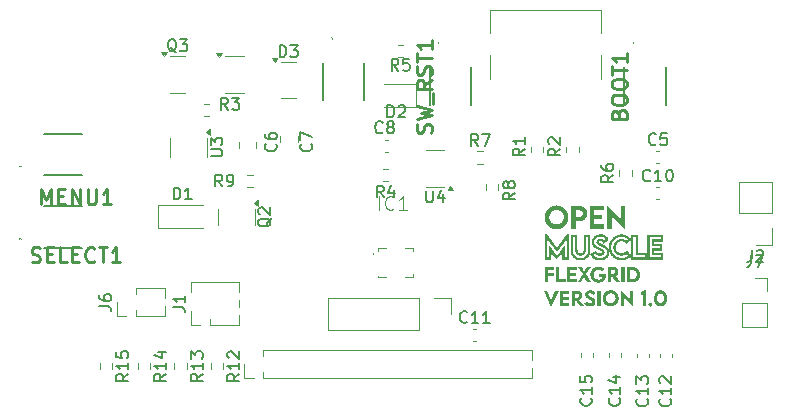
<source format=gbr>
%TF.GenerationSoftware,KiCad,Pcbnew,9.0.1*%
%TF.CreationDate,2025-06-29T09:49:02-05:00*%
%TF.ProjectId,OM-FlexGrid-Rigid-PCB,4f4d2d46-6c65-4784-9772-69642d526967,rev?*%
%TF.SameCoordinates,Original*%
%TF.FileFunction,Legend,Top*%
%TF.FilePolarity,Positive*%
%FSLAX46Y46*%
G04 Gerber Fmt 4.6, Leading zero omitted, Abs format (unit mm)*
G04 Created by KiCad (PCBNEW 9.0.1) date 2025-06-29 09:49:02*
%MOMM*%
%LPD*%
G01*
G04 APERTURE LIST*
%ADD10C,0.000000*%
%ADD11C,0.150000*%
%ADD12C,0.101600*%
%ADD13C,0.254000*%
%ADD14C,0.120000*%
%ADD15C,0.100000*%
%ADD16C,0.200000*%
G04 APERTURE END LIST*
D10*
G36*
X207481435Y-120749403D02*
G01*
X207511142Y-120751856D01*
X207540167Y-120755906D01*
X207568490Y-120761524D01*
X207596089Y-120768678D01*
X207622947Y-120777339D01*
X207649043Y-120787475D01*
X207674358Y-120799056D01*
X207698871Y-120812052D01*
X207722563Y-120826432D01*
X207745414Y-120842166D01*
X207767405Y-120859223D01*
X207788516Y-120877572D01*
X207808726Y-120897184D01*
X207828017Y-120918027D01*
X207846368Y-120940071D01*
X207863760Y-120963285D01*
X207880173Y-120987640D01*
X207895587Y-121013103D01*
X207909983Y-121039646D01*
X207923341Y-121067237D01*
X207935640Y-121095846D01*
X207946862Y-121125442D01*
X207956987Y-121155996D01*
X207965994Y-121187475D01*
X207973865Y-121219850D01*
X207980578Y-121253091D01*
X207986116Y-121287166D01*
X207990457Y-121322045D01*
X207993582Y-121357698D01*
X207995472Y-121394095D01*
X207996106Y-121431204D01*
X207993568Y-121504701D01*
X207986062Y-121575213D01*
X207973751Y-121642496D01*
X207956801Y-121706308D01*
X207935374Y-121766408D01*
X207923033Y-121794989D01*
X207909635Y-121822552D01*
X207895199Y-121849065D01*
X207879746Y-121874499D01*
X207863297Y-121898822D01*
X207845872Y-121922006D01*
X207827492Y-121944019D01*
X207808177Y-121964831D01*
X207787948Y-121984412D01*
X207766824Y-122002732D01*
X207744827Y-122019761D01*
X207721977Y-122035467D01*
X207698295Y-122049821D01*
X207673800Y-122062793D01*
X207648514Y-122074352D01*
X207622456Y-122084469D01*
X207595648Y-122093112D01*
X207568110Y-122100251D01*
X207539862Y-122105857D01*
X207510925Y-122109898D01*
X207481319Y-122112345D01*
X207451064Y-122113167D01*
X207420804Y-122112343D01*
X207391181Y-122109891D01*
X207362217Y-122105841D01*
X207333933Y-122100224D01*
X207306350Y-122093071D01*
X207279489Y-122084412D01*
X207253371Y-122074278D01*
X207228018Y-122062700D01*
X207203451Y-122049708D01*
X207179691Y-122035334D01*
X207156759Y-122019607D01*
X207134676Y-122002558D01*
X207113464Y-121984218D01*
X207093144Y-121964617D01*
X207073737Y-121943787D01*
X207055263Y-121921758D01*
X207037746Y-121898560D01*
X207021205Y-121874224D01*
X207005661Y-121848781D01*
X206991137Y-121822261D01*
X206977653Y-121794695D01*
X206965230Y-121766114D01*
X206953889Y-121736549D01*
X206943653Y-121706029D01*
X206934541Y-121674586D01*
X206926575Y-121642250D01*
X206919777Y-121609052D01*
X206914167Y-121575023D01*
X206909767Y-121540193D01*
X206906598Y-121504592D01*
X206904681Y-121468252D01*
X206904037Y-121431204D01*
X207167959Y-121431204D01*
X207169234Y-121475975D01*
X207173012Y-121518911D01*
X207179222Y-121559867D01*
X207187793Y-121598697D01*
X207198654Y-121635256D01*
X207211736Y-121669398D01*
X207226966Y-121700979D01*
X207244275Y-121729852D01*
X207253687Y-121743228D01*
X207263591Y-121755872D01*
X207273980Y-121767768D01*
X207284845Y-121778895D01*
X207296176Y-121789237D01*
X207307964Y-121798775D01*
X207320202Y-121807490D01*
X207332879Y-121815366D01*
X207345988Y-121822383D01*
X207359519Y-121828523D01*
X207373463Y-121833768D01*
X207387812Y-121838101D01*
X207402557Y-121841502D01*
X207417689Y-121843954D01*
X207433199Y-121845439D01*
X207449079Y-121845937D01*
X207464958Y-121845437D01*
X207480468Y-121843947D01*
X207495600Y-121841486D01*
X207510345Y-121838074D01*
X207524694Y-121833727D01*
X207538638Y-121828466D01*
X207552169Y-121822308D01*
X207565278Y-121815273D01*
X207577955Y-121807378D01*
X207590193Y-121798641D01*
X207601982Y-121789083D01*
X207613313Y-121778721D01*
X207624177Y-121767573D01*
X207634566Y-121755659D01*
X207644471Y-121742996D01*
X207653883Y-121729604D01*
X207662792Y-121715500D01*
X207671192Y-121700704D01*
X207679071Y-121685233D01*
X207686422Y-121669107D01*
X207693236Y-121652344D01*
X207699504Y-121634963D01*
X207705216Y-121616981D01*
X207710365Y-121598418D01*
X207714942Y-121579292D01*
X207718936Y-121559621D01*
X207722341Y-121539425D01*
X207725146Y-121518721D01*
X207727343Y-121497529D01*
X207728924Y-121475866D01*
X207729879Y-121453751D01*
X207730199Y-121431204D01*
X207728924Y-121386417D01*
X207725146Y-121343439D01*
X207718936Y-121302418D01*
X207710365Y-121263503D01*
X207699504Y-121226844D01*
X207686422Y-121192590D01*
X207671192Y-121160890D01*
X207653883Y-121131894D01*
X207634566Y-121105750D01*
X207624177Y-121093794D01*
X207613313Y-121082607D01*
X207601982Y-121072209D01*
X207590193Y-121062616D01*
X207577955Y-121053849D01*
X207565278Y-121045925D01*
X207552169Y-121038864D01*
X207538638Y-121032683D01*
X207524694Y-121027402D01*
X207510345Y-121023040D01*
X207495600Y-121019615D01*
X207480468Y-121017145D01*
X207464958Y-121015649D01*
X207449079Y-121015146D01*
X207433199Y-121015649D01*
X207417689Y-121017145D01*
X207402557Y-121019615D01*
X207387812Y-121023040D01*
X207373463Y-121027402D01*
X207359519Y-121032683D01*
X207345988Y-121038864D01*
X207332879Y-121045925D01*
X207320202Y-121053849D01*
X207307964Y-121062616D01*
X207296176Y-121072209D01*
X207284845Y-121082607D01*
X207273980Y-121093794D01*
X207263591Y-121105750D01*
X207253687Y-121118456D01*
X207244275Y-121131894D01*
X207235365Y-121146045D01*
X207226966Y-121160890D01*
X207219087Y-121176412D01*
X207211736Y-121192590D01*
X207204922Y-121209407D01*
X207198654Y-121226844D01*
X207192941Y-121244882D01*
X207187793Y-121263503D01*
X207183216Y-121282688D01*
X207179222Y-121302418D01*
X207175817Y-121322674D01*
X207173012Y-121343439D01*
X207170815Y-121364693D01*
X207169234Y-121386417D01*
X207168279Y-121408594D01*
X207167959Y-121431204D01*
X206904037Y-121431204D01*
X206906584Y-121357698D01*
X206914113Y-121287166D01*
X206926462Y-121219850D01*
X206943467Y-121155996D01*
X206964963Y-121095846D01*
X206977345Y-121067237D01*
X206990788Y-121039646D01*
X207005272Y-121013103D01*
X207020777Y-120987640D01*
X207037283Y-120963285D01*
X207054767Y-120940071D01*
X207073212Y-120918027D01*
X207092594Y-120897184D01*
X207112896Y-120877572D01*
X207134095Y-120859223D01*
X207156171Y-120842166D01*
X207179104Y-120826432D01*
X207202874Y-120812052D01*
X207227460Y-120799056D01*
X207252841Y-120787475D01*
X207278997Y-120777339D01*
X207305908Y-120768678D01*
X207333553Y-120761524D01*
X207361912Y-120755906D01*
X207390963Y-120751856D01*
X207420688Y-120749403D01*
X207451064Y-120748579D01*
X207481435Y-120749403D01*
G37*
G36*
X203462252Y-118764756D02*
G01*
X203484897Y-118766394D01*
X203507225Y-118769092D01*
X203529207Y-118772823D01*
X203550814Y-118777563D01*
X203572017Y-118783284D01*
X203592787Y-118789960D01*
X203613096Y-118797566D01*
X203632914Y-118806075D01*
X203652214Y-118815460D01*
X203670965Y-118825697D01*
X203689140Y-118836758D01*
X203706709Y-118848617D01*
X203723644Y-118861248D01*
X203739916Y-118874626D01*
X203755495Y-118888723D01*
X203770354Y-118903515D01*
X203784463Y-118918973D01*
X203797793Y-118935074D01*
X203810316Y-118951789D01*
X203822003Y-118969094D01*
X203832825Y-118986962D01*
X203842753Y-119005366D01*
X203851758Y-119024281D01*
X203859812Y-119043680D01*
X203866885Y-119063538D01*
X203872950Y-119083828D01*
X203877976Y-119104524D01*
X203881936Y-119125600D01*
X203884800Y-119147029D01*
X203886539Y-119168786D01*
X203887125Y-119190844D01*
X203885947Y-119222327D01*
X203882472Y-119253201D01*
X203876792Y-119283352D01*
X203868997Y-119312666D01*
X203859180Y-119341031D01*
X203847430Y-119368333D01*
X203833840Y-119394459D01*
X203818499Y-119419295D01*
X203801500Y-119442729D01*
X203782933Y-119464645D01*
X203762889Y-119484932D01*
X203741460Y-119503476D01*
X203718736Y-119520164D01*
X203694809Y-119534881D01*
X203669769Y-119547516D01*
X203643709Y-119557954D01*
X204018094Y-120081829D01*
X203694641Y-120081829D01*
X203693980Y-120081829D01*
X203274615Y-119458735D01*
X203274615Y-120081829D01*
X203010032Y-120081829D01*
X203010032Y-119356870D01*
X203010032Y-119025480D01*
X203273293Y-119025480D01*
X203273293Y-119356870D01*
X203443287Y-119356870D01*
X203451690Y-119356779D01*
X203460021Y-119356263D01*
X203468269Y-119355333D01*
X203476420Y-119353997D01*
X203484461Y-119352266D01*
X203492380Y-119350150D01*
X203500164Y-119347657D01*
X203507800Y-119344799D01*
X203515275Y-119341583D01*
X203522577Y-119338021D01*
X203529692Y-119334122D01*
X203536607Y-119329895D01*
X203543311Y-119325351D01*
X203549789Y-119320498D01*
X203556029Y-119315347D01*
X203562019Y-119309907D01*
X203567745Y-119304188D01*
X203573195Y-119298200D01*
X203578356Y-119291952D01*
X203583214Y-119285454D01*
X203587758Y-119278715D01*
X203591974Y-119271746D01*
X203595849Y-119264557D01*
X203599371Y-119257156D01*
X203602526Y-119249553D01*
X203605303Y-119241758D01*
X203607688Y-119233782D01*
X203609667Y-119225633D01*
X203611230Y-119217321D01*
X203612361Y-119208856D01*
X203613050Y-119200248D01*
X203613282Y-119191506D01*
X203613048Y-119182765D01*
X203612354Y-119174162D01*
X203611214Y-119165706D01*
X203609640Y-119157404D01*
X203607647Y-119149268D01*
X203605246Y-119141305D01*
X203602452Y-119133526D01*
X203599278Y-119125939D01*
X203595736Y-119118553D01*
X203591840Y-119111378D01*
X203587604Y-119104423D01*
X203583040Y-119097697D01*
X203578161Y-119091210D01*
X203572981Y-119084970D01*
X203567514Y-119078987D01*
X203561771Y-119073270D01*
X203555767Y-119067828D01*
X203549514Y-119062670D01*
X203543026Y-119057807D01*
X203536317Y-119053245D01*
X203529398Y-119048996D01*
X203522284Y-119045068D01*
X203514987Y-119041471D01*
X203507521Y-119038213D01*
X203499899Y-119035303D01*
X203492135Y-119032752D01*
X203484240Y-119030568D01*
X203476230Y-119028761D01*
X203468116Y-119027339D01*
X203459912Y-119026312D01*
X203451632Y-119025689D01*
X203443287Y-119025480D01*
X203273293Y-119025480D01*
X203010032Y-119025480D01*
X203010032Y-118764204D01*
X203439318Y-118764204D01*
X203462252Y-118764756D01*
G37*
G36*
X200358246Y-119024157D02*
G01*
X199828418Y-119024157D01*
X199828418Y-119281464D01*
X200282840Y-119281464D01*
X200282840Y-119545386D01*
X199828418Y-119545386D01*
X199828418Y-119817907D01*
X200358246Y-119817907D01*
X200358246Y-120081167D01*
X199563834Y-120081167D01*
X199563834Y-118763543D01*
X200358246Y-118763543D01*
X200358246Y-119024157D01*
G37*
G36*
X207699110Y-116627032D02*
G01*
X206924541Y-116627032D01*
X206924541Y-116804965D01*
X207588645Y-116804965D01*
X207588645Y-117389693D01*
X206924541Y-117389693D01*
X206924541Y-117589454D01*
X207699110Y-117589454D01*
X207699110Y-118172199D01*
X206339151Y-118172199D01*
X206339151Y-117973761D01*
X206537589Y-117973761D01*
X207500672Y-117973761D01*
X207500672Y-117787230D01*
X206726104Y-117787230D01*
X206726104Y-117190595D01*
X207390208Y-117190595D01*
X207390208Y-117002741D01*
X206726104Y-117002741D01*
X206726104Y-116427933D01*
X207500672Y-116427933D01*
X207500672Y-116245371D01*
X206537589Y-116245371D01*
X206537589Y-117973100D01*
X206537589Y-117973761D01*
X206339151Y-117973761D01*
X206339151Y-117973100D01*
X206339151Y-116047595D01*
X207699110Y-116047595D01*
X207699110Y-116627032D01*
G37*
G36*
X204407694Y-120081167D02*
G01*
X204143110Y-120081167D01*
X204143110Y-118763542D01*
X204407694Y-118763542D01*
X204407694Y-120081167D01*
G37*
G36*
X198471767Y-119024156D02*
G01*
X197942600Y-119024156D01*
X197942600Y-119024157D01*
X197942600Y-119290063D01*
X198397022Y-119290063D01*
X198397022Y-119553985D01*
X197942600Y-119553985D01*
X197942600Y-120083152D01*
X197677355Y-120083152D01*
X197677355Y-118760235D01*
X198471767Y-118760235D01*
X198471767Y-119024156D01*
G37*
G36*
X204079610Y-114680360D02*
G01*
X204079610Y-113601522D01*
X204467886Y-113601522D01*
X204467886Y-115568699D01*
X204450027Y-115568699D01*
X203306365Y-114456126D01*
X203306365Y-115534964D01*
X202919413Y-115534964D01*
X202919413Y-113570433D01*
X202938595Y-113570433D01*
X204079610Y-114680360D01*
G37*
G36*
X198699011Y-113568439D02*
G01*
X198749668Y-113572335D01*
X198799623Y-113578749D01*
X198848808Y-113587618D01*
X198897161Y-113598878D01*
X198944615Y-113612463D01*
X198991106Y-113628311D01*
X199036569Y-113646356D01*
X199080940Y-113666535D01*
X199124152Y-113688784D01*
X199166142Y-113713037D01*
X199206843Y-113739232D01*
X199246192Y-113767303D01*
X199284124Y-113797187D01*
X199320573Y-113828820D01*
X199355475Y-113862136D01*
X199388765Y-113897073D01*
X199420377Y-113933566D01*
X199450247Y-113971550D01*
X199478310Y-114010962D01*
X199504501Y-114051737D01*
X199528755Y-114093811D01*
X199551008Y-114137120D01*
X199571193Y-114181600D01*
X199589247Y-114227186D01*
X199605105Y-114273815D01*
X199618700Y-114321422D01*
X199629970Y-114369943D01*
X199638848Y-114419313D01*
X199645270Y-114469469D01*
X199649171Y-114520347D01*
X199650485Y-114571881D01*
X199649173Y-114623397D01*
X199645277Y-114674219D01*
X199638863Y-114724286D01*
X199629994Y-114773535D01*
X199618736Y-114821906D01*
X199605152Y-114869337D01*
X199589307Y-114915765D01*
X199571266Y-114961129D01*
X199551091Y-115005367D01*
X199528848Y-115048417D01*
X199504601Y-115090218D01*
X199478415Y-115130707D01*
X199450353Y-115169824D01*
X199420480Y-115207506D01*
X199388860Y-115243691D01*
X199355558Y-115278319D01*
X199320637Y-115311326D01*
X199284163Y-115342651D01*
X199246200Y-115372232D01*
X199206811Y-115400009D01*
X199166061Y-115425918D01*
X199124015Y-115449898D01*
X199080737Y-115471888D01*
X199036290Y-115491825D01*
X198990740Y-115509648D01*
X198944151Y-115525295D01*
X198896587Y-115538704D01*
X198848112Y-115549814D01*
X198798791Y-115558562D01*
X198748687Y-115564887D01*
X198697866Y-115568728D01*
X198646392Y-115570022D01*
X198594929Y-115568716D01*
X198544141Y-115564844D01*
X198494091Y-115558467D01*
X198444842Y-115549651D01*
X198396457Y-115538459D01*
X198348999Y-115524955D01*
X198302530Y-115509203D01*
X198257113Y-115491267D01*
X198212812Y-115471211D01*
X198169689Y-115449099D01*
X198127807Y-115424995D01*
X198087228Y-115398962D01*
X198048017Y-115371066D01*
X198010234Y-115341369D01*
X197973945Y-115309936D01*
X197939210Y-115276830D01*
X197906094Y-115242116D01*
X197874658Y-115205858D01*
X197844967Y-115168119D01*
X197817082Y-115128963D01*
X197791067Y-115088455D01*
X197766984Y-115046658D01*
X197744896Y-115003637D01*
X197724867Y-114959454D01*
X197706958Y-114914175D01*
X197691234Y-114867863D01*
X197677756Y-114820582D01*
X197666587Y-114772396D01*
X197657791Y-114723369D01*
X197651431Y-114673565D01*
X197647568Y-114623048D01*
X197646267Y-114571881D01*
X197646317Y-114569897D01*
X198037189Y-114569897D01*
X198037984Y-114601323D01*
X198040346Y-114632323D01*
X198044234Y-114662862D01*
X198049610Y-114692900D01*
X198056436Y-114722400D01*
X198064671Y-114751325D01*
X198074278Y-114779637D01*
X198085217Y-114807298D01*
X198097449Y-114834272D01*
X198110937Y-114860520D01*
X198125640Y-114886005D01*
X198141519Y-114910690D01*
X198158537Y-114934536D01*
X198176654Y-114957507D01*
X198195832Y-114979565D01*
X198216030Y-115000671D01*
X198237212Y-115020790D01*
X198259336Y-115039883D01*
X198282366Y-115057912D01*
X198306261Y-115074840D01*
X198330984Y-115090630D01*
X198356494Y-115105244D01*
X198382754Y-115118644D01*
X198409724Y-115130793D01*
X198437366Y-115141653D01*
X198465640Y-115151187D01*
X198494508Y-115159358D01*
X198523930Y-115166127D01*
X198553869Y-115171457D01*
X198584285Y-115175310D01*
X198615138Y-115177650D01*
X198646392Y-115178439D01*
X198677653Y-115177643D01*
X198708529Y-115175281D01*
X198738980Y-115171394D01*
X198768967Y-115166018D01*
X198798449Y-115159194D01*
X198827388Y-115150961D01*
X198855742Y-115141356D01*
X198883473Y-115130421D01*
X198910540Y-115118193D01*
X198936903Y-115104711D01*
X198962523Y-115090014D01*
X198987359Y-115074143D01*
X199011373Y-115057134D01*
X199034523Y-115039028D01*
X199056771Y-115019864D01*
X199078076Y-114999679D01*
X199098398Y-114978515D01*
X199117699Y-114956408D01*
X199135937Y-114933400D01*
X199153073Y-114909527D01*
X199169067Y-114884830D01*
X199183879Y-114859348D01*
X199197470Y-114833119D01*
X199209799Y-114806182D01*
X199220827Y-114778577D01*
X199230514Y-114750342D01*
X199238820Y-114721517D01*
X199245705Y-114692140D01*
X199251130Y-114662251D01*
X199255054Y-114631888D01*
X199257437Y-114601090D01*
X199258241Y-114569897D01*
X199258902Y-114569897D01*
X199258103Y-114538520D01*
X199255730Y-114507542D01*
X199251823Y-114477003D01*
X199246421Y-114446942D01*
X199239563Y-114417397D01*
X199231289Y-114388409D01*
X199221637Y-114360016D01*
X199210647Y-114332258D01*
X199198357Y-114305172D01*
X199184807Y-114278799D01*
X199170036Y-114253178D01*
X199154083Y-114228348D01*
X199136987Y-114204347D01*
X199118787Y-114181216D01*
X199099523Y-114158993D01*
X199079234Y-114137716D01*
X199057957Y-114117427D01*
X199035734Y-114098162D01*
X199012603Y-114079963D01*
X198988602Y-114062867D01*
X198963772Y-114046914D01*
X198938151Y-114032143D01*
X198911778Y-114018593D01*
X198884692Y-114006303D01*
X198856934Y-113995313D01*
X198828541Y-113985661D01*
X198799552Y-113977387D01*
X198770008Y-113970529D01*
X198739947Y-113965127D01*
X198709408Y-113961220D01*
X198678430Y-113958847D01*
X198647053Y-113958048D01*
X198615682Y-113958846D01*
X198584721Y-113961213D01*
X198554208Y-113965111D01*
X198524183Y-113970502D01*
X198494684Y-113977346D01*
X198465749Y-113985604D01*
X198437416Y-113995239D01*
X198409724Y-114006210D01*
X198382711Y-114018480D01*
X198356416Y-114032010D01*
X198330877Y-114046760D01*
X198306132Y-114062693D01*
X198282220Y-114079768D01*
X198259179Y-114097949D01*
X198237048Y-114117195D01*
X198215865Y-114137468D01*
X198195668Y-114158730D01*
X198176496Y-114180941D01*
X198158387Y-114204063D01*
X198141380Y-114228057D01*
X198125513Y-114252885D01*
X198110824Y-114278506D01*
X198097351Y-114304884D01*
X198085134Y-114331979D01*
X198074210Y-114359751D01*
X198064619Y-114388164D01*
X198056397Y-114417177D01*
X198049585Y-114446752D01*
X198044219Y-114476850D01*
X198040339Y-114507433D01*
X198037983Y-114538461D01*
X198037189Y-114569897D01*
X197646317Y-114569897D01*
X197647578Y-114520347D01*
X197651467Y-114469469D01*
X197657871Y-114419313D01*
X197666726Y-114369943D01*
X197677965Y-114321422D01*
X197691526Y-114273815D01*
X197707343Y-114227186D01*
X197725352Y-114181600D01*
X197745490Y-114137120D01*
X197767690Y-114093811D01*
X197791890Y-114051737D01*
X197818024Y-114010962D01*
X197846028Y-113971550D01*
X197875837Y-113933566D01*
X197907388Y-113897073D01*
X197940616Y-113862136D01*
X197975456Y-113828820D01*
X198011843Y-113797187D01*
X198049714Y-113767303D01*
X198089005Y-113739232D01*
X198129649Y-113713037D01*
X198171584Y-113688784D01*
X198214745Y-113666535D01*
X198259067Y-113646356D01*
X198304485Y-113628311D01*
X198350936Y-113612463D01*
X198398355Y-113598878D01*
X198446678Y-113587618D01*
X198495840Y-113578749D01*
X198545776Y-113572335D01*
X198596422Y-113568439D01*
X198647715Y-113567126D01*
X198699011Y-113568439D01*
G37*
G36*
X198885178Y-119818569D02*
G01*
X199415006Y-119818569D01*
X199415006Y-120081829D01*
X198620595Y-120081829D01*
X198620595Y-118764204D01*
X198885178Y-118764204D01*
X198885178Y-119818569D01*
G37*
G36*
X204879974Y-121506610D02*
G01*
X204879974Y-120768422D01*
X205145880Y-120768422D01*
X205145881Y-120769084D01*
X205145881Y-122114490D01*
X205133313Y-122114490D01*
X204350808Y-121353152D01*
X204350808Y-122091339D01*
X204086225Y-122091339D01*
X204086225Y-120747256D01*
X204099453Y-120747256D01*
X204879974Y-121506610D01*
G37*
G36*
X206222074Y-122090017D02*
G01*
X205957490Y-122090017D01*
X205957490Y-121095845D01*
X205808001Y-121139501D01*
X205808001Y-120863012D01*
X206144683Y-120755855D01*
X206222074Y-120755855D01*
X206222074Y-122090017D01*
G37*
G36*
X204217443Y-116009883D02*
G01*
X204268042Y-116014322D01*
X204318050Y-116021219D01*
X204367458Y-116030572D01*
X204416258Y-116042379D01*
X204464441Y-116056637D01*
X204511998Y-116073342D01*
X204558920Y-116092491D01*
X204605198Y-116114082D01*
X204650825Y-116138112D01*
X204695791Y-116164578D01*
X204740087Y-116193477D01*
X204783705Y-116224806D01*
X204826636Y-116258562D01*
X204868871Y-116294743D01*
X204910402Y-116333345D01*
X204960012Y-116381371D01*
X204960012Y-116245371D01*
X205158449Y-116245371D01*
X205158449Y-117973100D01*
X205158449Y-117973761D01*
X206121532Y-117973761D01*
X206121532Y-117787230D01*
X205346965Y-117787230D01*
X205346965Y-116245371D01*
X205158449Y-116245371D01*
X204960012Y-116245371D01*
X204960012Y-116047595D01*
X205545402Y-116047595D01*
X205545402Y-117589454D01*
X206319970Y-117589454D01*
X206319970Y-118172199D01*
X204960012Y-118172199D01*
X204960012Y-117973761D01*
X204960012Y-117836839D01*
X204911064Y-117885787D01*
X204869128Y-117925835D01*
X204826875Y-117963144D01*
X204784255Y-117997737D01*
X204741214Y-118029634D01*
X204697700Y-118058856D01*
X204653661Y-118085426D01*
X204609045Y-118109364D01*
X204563798Y-118130692D01*
X204517870Y-118149431D01*
X204471207Y-118165602D01*
X204423758Y-118179227D01*
X204375469Y-118190327D01*
X204326289Y-118198923D01*
X204276165Y-118205037D01*
X204225045Y-118208689D01*
X204172877Y-118209902D01*
X204173537Y-118209240D01*
X204116647Y-118207808D01*
X204060498Y-118203558D01*
X204005158Y-118196560D01*
X203950699Y-118186884D01*
X203897190Y-118174598D01*
X203844701Y-118159774D01*
X203793302Y-118142480D01*
X203743062Y-118122785D01*
X203694052Y-118100761D01*
X203646341Y-118076476D01*
X203600000Y-118050000D01*
X203555098Y-118021403D01*
X203511705Y-117990754D01*
X203469891Y-117958123D01*
X203429726Y-117923579D01*
X203391280Y-117887193D01*
X203354622Y-117849033D01*
X203319823Y-117809170D01*
X203286953Y-117767673D01*
X203256080Y-117724612D01*
X203227276Y-117680057D01*
X203200610Y-117634076D01*
X203176152Y-117586740D01*
X203153971Y-117538118D01*
X203134139Y-117488281D01*
X203116724Y-117437297D01*
X203101796Y-117385236D01*
X203089426Y-117332169D01*
X203079683Y-117278163D01*
X203072638Y-117223290D01*
X203068359Y-117167619D01*
X203066917Y-117111220D01*
X203265356Y-117111220D01*
X203266564Y-117156982D01*
X203270148Y-117202204D01*
X203276046Y-117246826D01*
X203284194Y-117290787D01*
X203294532Y-117334029D01*
X203306995Y-117376491D01*
X203321524Y-117418114D01*
X203338054Y-117458837D01*
X203356524Y-117498600D01*
X203376872Y-117537345D01*
X203399035Y-117575011D01*
X203422951Y-117611538D01*
X203448557Y-117646866D01*
X203475793Y-117680936D01*
X203504594Y-117713688D01*
X203534900Y-117745062D01*
X203566647Y-117774998D01*
X203599774Y-117803436D01*
X203634218Y-117830317D01*
X203669917Y-117855580D01*
X203706809Y-117879166D01*
X203744832Y-117901015D01*
X203783922Y-117921067D01*
X203824019Y-117939262D01*
X203865059Y-117955541D01*
X203906981Y-117969843D01*
X203949722Y-117982109D01*
X203993221Y-117992280D01*
X204037413Y-118000294D01*
X204082239Y-118006092D01*
X204127634Y-118009615D01*
X204173538Y-118010803D01*
X204211217Y-118010040D01*
X204248137Y-118007736D01*
X204284341Y-118003870D01*
X204319875Y-117998421D01*
X204354786Y-117991368D01*
X204389118Y-117982688D01*
X204422917Y-117972362D01*
X204456229Y-117960367D01*
X204489099Y-117946682D01*
X204521572Y-117931286D01*
X204553695Y-117914157D01*
X204585513Y-117895275D01*
X204617071Y-117874618D01*
X204648415Y-117852164D01*
X204679590Y-117827892D01*
X204710642Y-117801782D01*
X204602825Y-117649646D01*
X204576098Y-117670319D01*
X204549249Y-117689672D01*
X204522280Y-117707704D01*
X204495193Y-117724412D01*
X204467989Y-117739794D01*
X204440672Y-117753849D01*
X204413242Y-117766575D01*
X204385701Y-117777969D01*
X204358052Y-117788030D01*
X204330296Y-117796756D01*
X204302436Y-117804145D01*
X204274473Y-117810195D01*
X204246409Y-117814903D01*
X204218246Y-117818269D01*
X204189987Y-117820290D01*
X204161632Y-117820964D01*
X204130402Y-117820118D01*
X204099023Y-117817601D01*
X204067568Y-117813442D01*
X204036113Y-117807672D01*
X204004732Y-117800319D01*
X203973501Y-117791415D01*
X203942494Y-117780989D01*
X203911787Y-117769071D01*
X203881453Y-117755690D01*
X203851569Y-117740878D01*
X203822208Y-117724663D01*
X203793445Y-117707076D01*
X203765356Y-117688146D01*
X203738016Y-117667904D01*
X203711498Y-117646379D01*
X203685878Y-117623602D01*
X203661231Y-117599601D01*
X203637632Y-117574408D01*
X203615155Y-117548052D01*
X203593876Y-117520563D01*
X203573869Y-117491970D01*
X203555209Y-117462305D01*
X203537971Y-117431596D01*
X203522229Y-117399874D01*
X203508059Y-117367168D01*
X203495536Y-117333509D01*
X203484734Y-117298926D01*
X203475728Y-117263449D01*
X203468593Y-117227109D01*
X203463404Y-117189934D01*
X203460236Y-117151956D01*
X203459181Y-117113866D01*
X203656939Y-117113866D01*
X203657709Y-117140933D01*
X203659983Y-117167548D01*
X203663708Y-117193683D01*
X203668829Y-117219311D01*
X203675294Y-117244407D01*
X203683047Y-117268943D01*
X203692036Y-117292893D01*
X203702207Y-117316231D01*
X203713505Y-117338928D01*
X203725878Y-117360960D01*
X203739271Y-117382299D01*
X203753630Y-117402918D01*
X203768902Y-117422791D01*
X203785033Y-117441892D01*
X203801970Y-117460193D01*
X203819657Y-117477668D01*
X203838042Y-117494290D01*
X203857072Y-117510033D01*
X203876691Y-117524871D01*
X203896846Y-117538775D01*
X203917484Y-117551721D01*
X203938551Y-117563680D01*
X203959993Y-117574627D01*
X203981756Y-117584535D01*
X204003786Y-117593377D01*
X204026030Y-117601126D01*
X204048434Y-117607756D01*
X204070944Y-117613241D01*
X204093507Y-117617553D01*
X204116068Y-117620666D01*
X204138573Y-117622554D01*
X204160970Y-117623189D01*
X204185249Y-117622451D01*
X204209477Y-117620237D01*
X204233665Y-117616539D01*
X204257822Y-117611355D01*
X204281960Y-117604678D01*
X204306089Y-117596504D01*
X204330220Y-117586829D01*
X204354364Y-117575646D01*
X204378531Y-117562952D01*
X204402732Y-117548742D01*
X204426977Y-117533011D01*
X204451278Y-117515753D01*
X204475645Y-117496965D01*
X204500088Y-117476641D01*
X204524618Y-117454776D01*
X204549246Y-117431365D01*
X204632590Y-117350006D01*
X204960012Y-117811344D01*
X204960012Y-116410665D01*
X204629944Y-116860527D01*
X204547923Y-116780491D01*
X204525316Y-116759075D01*
X204502405Y-116738984D01*
X204479214Y-116720227D01*
X204455763Y-116702811D01*
X204432077Y-116686743D01*
X204408176Y-116672032D01*
X204384083Y-116658685D01*
X204359821Y-116646711D01*
X204335411Y-116636116D01*
X204310877Y-116626908D01*
X204286239Y-116619096D01*
X204261522Y-116612687D01*
X204236746Y-116607688D01*
X204211934Y-116604109D01*
X204187109Y-116601955D01*
X204162292Y-116601235D01*
X204137564Y-116601944D01*
X204113015Y-116604042D01*
X204088685Y-116607490D01*
X204064614Y-116612248D01*
X204040841Y-116618274D01*
X204017406Y-116625530D01*
X203994349Y-116633975D01*
X203971710Y-116643569D01*
X203949528Y-116654271D01*
X203927843Y-116666041D01*
X203906695Y-116678839D01*
X203886123Y-116692625D01*
X203866168Y-116707359D01*
X203846869Y-116723000D01*
X203828265Y-116739508D01*
X203810397Y-116756843D01*
X203793304Y-116774965D01*
X203777025Y-116793834D01*
X203761602Y-116813409D01*
X203747073Y-116833650D01*
X203733477Y-116854517D01*
X203720856Y-116875970D01*
X203709248Y-116897968D01*
X203698693Y-116920472D01*
X203689231Y-116943440D01*
X203680902Y-116966834D01*
X203673745Y-116990612D01*
X203667801Y-117014735D01*
X203663108Y-117039162D01*
X203659707Y-117063852D01*
X203657637Y-117088767D01*
X203656939Y-117113866D01*
X203459181Y-117113866D01*
X203459163Y-117113204D01*
X203460118Y-117077817D01*
X203462947Y-117042758D01*
X203467598Y-117008079D01*
X203474021Y-116973831D01*
X203482164Y-116940067D01*
X203491974Y-116906840D01*
X203503400Y-116874201D01*
X203516390Y-116842202D01*
X203530892Y-116810896D01*
X203546856Y-116780336D01*
X203564228Y-116750572D01*
X203582958Y-116721658D01*
X203602993Y-116693645D01*
X203624283Y-116666586D01*
X203646774Y-116640534D01*
X203670416Y-116615539D01*
X203695157Y-116591655D01*
X203720945Y-116568933D01*
X203747728Y-116547426D01*
X203775455Y-116527187D01*
X203804074Y-116508266D01*
X203833533Y-116490717D01*
X203863780Y-116474591D01*
X203894764Y-116459941D01*
X203926434Y-116446819D01*
X203958736Y-116435278D01*
X203991620Y-116425369D01*
X204025034Y-116417144D01*
X204058926Y-116410656D01*
X204093245Y-116405958D01*
X204127938Y-116403100D01*
X204162955Y-116402136D01*
X204191570Y-116402786D01*
X204220108Y-116404730D01*
X204248550Y-116407961D01*
X204276881Y-116412471D01*
X204305083Y-116418253D01*
X204333142Y-116425297D01*
X204361040Y-116433598D01*
X204388760Y-116443146D01*
X204416287Y-116453935D01*
X204443603Y-116465956D01*
X204470693Y-116479202D01*
X204497539Y-116493665D01*
X204524126Y-116509337D01*
X204550436Y-116526211D01*
X204576454Y-116544279D01*
X204602163Y-116563532D01*
X204708658Y-116418011D01*
X204677262Y-116392663D01*
X204645576Y-116368953D01*
X204613588Y-116346877D01*
X204581286Y-116326430D01*
X204548658Y-116307607D01*
X204515693Y-116290402D01*
X204482379Y-116274812D01*
X204448705Y-116260832D01*
X204414658Y-116248456D01*
X204380228Y-116237679D01*
X204345403Y-116228498D01*
X204310170Y-116220907D01*
X204274520Y-116214900D01*
X204238438Y-116210474D01*
X204201915Y-116207624D01*
X204164939Y-116206344D01*
X204164939Y-116206345D01*
X204164938Y-116206345D01*
X204119525Y-116207548D01*
X204074608Y-116211115D01*
X204030249Y-116216985D01*
X203986510Y-116225096D01*
X203943453Y-116235386D01*
X203901141Y-116247793D01*
X203859634Y-116262256D01*
X203818996Y-116278712D01*
X203779288Y-116297101D01*
X203740572Y-116317360D01*
X203702910Y-116339428D01*
X203666364Y-116363242D01*
X203630997Y-116388742D01*
X203596870Y-116415864D01*
X203564045Y-116444548D01*
X203532585Y-116474732D01*
X203502550Y-116506353D01*
X203474004Y-116539351D01*
X203447008Y-116573663D01*
X203421625Y-116609227D01*
X203397916Y-116645983D01*
X203375943Y-116683867D01*
X203355769Y-116722819D01*
X203337454Y-116762776D01*
X203321063Y-116803677D01*
X203306655Y-116845460D01*
X203294294Y-116888063D01*
X203284042Y-116931424D01*
X203275960Y-116975483D01*
X203270110Y-117020176D01*
X203266554Y-117065442D01*
X203265356Y-117111220D01*
X203066917Y-117111220D01*
X203068380Y-117054805D01*
X203072716Y-116999089D01*
X203079851Y-116944145D01*
X203089711Y-116890043D01*
X203102218Y-116836856D01*
X203117299Y-116784654D01*
X203134879Y-116733509D01*
X203154881Y-116683494D01*
X203177231Y-116634679D01*
X203201853Y-116587136D01*
X203228673Y-116540937D01*
X203257615Y-116496153D01*
X203288604Y-116452855D01*
X203321564Y-116411117D01*
X203356421Y-116371008D01*
X203393099Y-116332601D01*
X203431523Y-116295966D01*
X203471618Y-116261177D01*
X203513308Y-116228304D01*
X203556519Y-116197419D01*
X203601175Y-116168593D01*
X203647201Y-116141899D01*
X203694522Y-116117406D01*
X203743062Y-116095189D01*
X203792747Y-116075317D01*
X203843500Y-116057862D01*
X203895248Y-116042896D01*
X203947914Y-116030491D01*
X204001424Y-116020718D01*
X204055702Y-116013649D01*
X204110672Y-116009354D01*
X204166261Y-116007907D01*
X204217443Y-116009883D01*
G37*
G36*
X200423730Y-117359266D02*
G01*
X200424061Y-117372827D01*
X200425042Y-117386211D01*
X200426657Y-117399404D01*
X200428891Y-117412387D01*
X200431727Y-117425145D01*
X200435149Y-117437660D01*
X200439142Y-117449916D01*
X200443688Y-117461896D01*
X200448771Y-117473583D01*
X200454377Y-117484961D01*
X200460488Y-117496013D01*
X200467088Y-117506722D01*
X200474162Y-117517072D01*
X200481693Y-117527046D01*
X200489665Y-117536627D01*
X200498062Y-117545798D01*
X200506867Y-117554542D01*
X200516066Y-117562844D01*
X200525641Y-117570686D01*
X200535577Y-117578051D01*
X200545858Y-117584924D01*
X200556466Y-117591286D01*
X200567387Y-117597122D01*
X200578604Y-117602414D01*
X200590102Y-117607147D01*
X200601863Y-117611302D01*
X200613871Y-117614864D01*
X200626112Y-117617816D01*
X200638568Y-117620142D01*
X200651224Y-117621823D01*
X200664062Y-117622844D01*
X200677069Y-117623188D01*
X200688628Y-117622893D01*
X200700218Y-117622012D01*
X200711815Y-117620552D01*
X200723391Y-117618522D01*
X200734921Y-117615927D01*
X200746378Y-117612776D01*
X200757737Y-117609075D01*
X200768970Y-117604833D01*
X200780052Y-117600055D01*
X200790957Y-117594750D01*
X200801658Y-117588925D01*
X200812130Y-117582586D01*
X200822346Y-117575742D01*
X200832280Y-117568399D01*
X200841906Y-117560565D01*
X200851198Y-117552247D01*
X200860129Y-117543452D01*
X200868673Y-117534188D01*
X200876805Y-117524461D01*
X200884498Y-117514280D01*
X200891726Y-117503651D01*
X200898462Y-117492582D01*
X200904681Y-117481079D01*
X200910357Y-117469151D01*
X200915463Y-117456804D01*
X200919972Y-117444046D01*
X200923860Y-117430884D01*
X200927100Y-117417325D01*
X200929665Y-117403376D01*
X200931530Y-117389045D01*
X200932668Y-117374340D01*
X200933053Y-117359266D01*
X200933053Y-116046933D01*
X201521090Y-116046933D01*
X201521090Y-117360589D01*
X201520014Y-117405113D01*
X201516822Y-117448983D01*
X201511560Y-117492148D01*
X201504278Y-117534559D01*
X201495025Y-117576167D01*
X201483849Y-117616921D01*
X201470800Y-117656772D01*
X201455926Y-117695670D01*
X201439275Y-117733565D01*
X201420898Y-117770407D01*
X201400842Y-117806147D01*
X201379156Y-117840735D01*
X201355890Y-117874120D01*
X201331092Y-117906254D01*
X201304810Y-117937087D01*
X201277094Y-117966568D01*
X201247992Y-117994648D01*
X201217554Y-118021277D01*
X201185828Y-118046406D01*
X201152863Y-118069984D01*
X201118707Y-118091962D01*
X201083410Y-118112290D01*
X201047020Y-118130919D01*
X201009586Y-118147797D01*
X200971157Y-118162877D01*
X200931782Y-118176107D01*
X200891509Y-118187439D01*
X200850387Y-118196821D01*
X200808466Y-118204206D01*
X200765794Y-118209542D01*
X200722419Y-118212780D01*
X200678392Y-118213871D01*
X200634422Y-118212780D01*
X200591098Y-118209542D01*
X200548470Y-118204206D01*
X200506586Y-118196821D01*
X200465495Y-118187439D01*
X200425247Y-118176107D01*
X200385891Y-118162877D01*
X200347476Y-118147797D01*
X200310052Y-118130919D01*
X200273667Y-118112290D01*
X200238370Y-118091962D01*
X200204211Y-118069984D01*
X200171239Y-118046406D01*
X200139504Y-118021277D01*
X200109053Y-117994648D01*
X200079937Y-117966568D01*
X200052205Y-117937087D01*
X200025905Y-117906254D01*
X200001088Y-117874120D01*
X199977801Y-117840735D01*
X199956095Y-117806147D01*
X199936019Y-117770407D01*
X199917621Y-117733565D01*
X199900951Y-117695670D01*
X199886058Y-117656772D01*
X199872991Y-117616921D01*
X199861799Y-117576167D01*
X199852533Y-117534559D01*
X199845239Y-117492148D01*
X199839969Y-117448983D01*
X199836771Y-117405113D01*
X199835710Y-117361251D01*
X200034131Y-117361251D01*
X200034937Y-117395952D01*
X200037333Y-117430084D01*
X200041285Y-117463611D01*
X200046757Y-117496498D01*
X200053716Y-117528712D01*
X200062128Y-117560215D01*
X200071958Y-117590975D01*
X200083172Y-117620956D01*
X200095736Y-117650123D01*
X200109615Y-117678441D01*
X200124776Y-117705875D01*
X200141183Y-117732391D01*
X200158803Y-117757953D01*
X200177601Y-117782528D01*
X200197543Y-117806078D01*
X200218595Y-117828571D01*
X200240723Y-117849971D01*
X200263892Y-117870243D01*
X200288068Y-117889352D01*
X200313216Y-117907264D01*
X200339303Y-117923943D01*
X200366294Y-117939355D01*
X200394155Y-117953465D01*
X200422852Y-117966237D01*
X200452349Y-117977638D01*
X200482614Y-117987631D01*
X200513612Y-117996183D01*
X200545308Y-118003258D01*
X200577668Y-118008822D01*
X200610658Y-118012839D01*
X200644244Y-118015275D01*
X200678391Y-118016095D01*
X200712539Y-118015275D01*
X200746125Y-118012839D01*
X200779115Y-118008822D01*
X200811475Y-118003258D01*
X200843171Y-117996183D01*
X200874169Y-117987631D01*
X200904433Y-117977638D01*
X200933931Y-117966237D01*
X200962628Y-117953465D01*
X200990489Y-117939355D01*
X201017480Y-117923943D01*
X201043567Y-117907264D01*
X201068715Y-117889352D01*
X201092891Y-117870243D01*
X201116060Y-117849971D01*
X201138187Y-117828571D01*
X201159240Y-117806078D01*
X201179182Y-117782528D01*
X201197980Y-117757953D01*
X201215600Y-117732391D01*
X201232007Y-117705875D01*
X201247168Y-117678441D01*
X201261047Y-117650123D01*
X201273611Y-117620956D01*
X201284825Y-117590975D01*
X201294655Y-117560215D01*
X201303067Y-117528712D01*
X201310026Y-117496498D01*
X201315498Y-117463611D01*
X201319449Y-117430084D01*
X201321845Y-117395952D01*
X201322652Y-117361251D01*
X201322652Y-116246032D01*
X201131490Y-116246032D01*
X201131490Y-117359928D01*
X201130898Y-117383718D01*
X201129141Y-117407196D01*
X201126248Y-117430333D01*
X201122247Y-117453100D01*
X201117167Y-117475468D01*
X201111036Y-117497408D01*
X201103885Y-117518890D01*
X201095740Y-117539886D01*
X201086632Y-117560366D01*
X201076588Y-117580302D01*
X201065637Y-117599664D01*
X201053809Y-117618424D01*
X201041131Y-117636552D01*
X201027633Y-117654018D01*
X201013342Y-117670796D01*
X200998289Y-117686854D01*
X200982501Y-117702164D01*
X200966008Y-117716697D01*
X200948837Y-117730424D01*
X200931018Y-117743315D01*
X200912579Y-117755343D01*
X200893550Y-117766477D01*
X200873958Y-117776688D01*
X200853833Y-117785948D01*
X200833203Y-117794228D01*
X200812096Y-117801498D01*
X200790543Y-117807729D01*
X200768571Y-117812893D01*
X200746208Y-117816959D01*
X200723485Y-117819900D01*
X200700428Y-117821686D01*
X200677068Y-117822287D01*
X200653716Y-117821684D01*
X200630682Y-117819893D01*
X200607994Y-117816943D01*
X200585680Y-117812865D01*
X200563768Y-117807688D01*
X200542285Y-117801441D01*
X200521259Y-117794154D01*
X200500718Y-117785855D01*
X200480689Y-117776576D01*
X200461201Y-117766344D01*
X200442281Y-117755189D01*
X200423956Y-117743141D01*
X200406255Y-117730229D01*
X200389206Y-117716483D01*
X200372835Y-117701932D01*
X200357171Y-117686606D01*
X200342241Y-117670533D01*
X200328074Y-117653744D01*
X200314697Y-117636267D01*
X200302137Y-117618133D01*
X200290422Y-117599371D01*
X200279581Y-117580009D01*
X200269641Y-117560078D01*
X200260629Y-117539607D01*
X200252574Y-117518625D01*
X200245502Y-117497162D01*
X200239443Y-117475248D01*
X200234423Y-117452911D01*
X200230470Y-117430181D01*
X200227612Y-117407087D01*
X200225877Y-117383660D01*
X200225293Y-117359928D01*
X200225293Y-116246032D01*
X200034131Y-116246032D01*
X200034131Y-117361251D01*
X199835710Y-117361251D01*
X199835694Y-117360589D01*
X199835694Y-116246032D01*
X199835694Y-116046933D01*
X200423730Y-116046933D01*
X200423730Y-117359266D01*
G37*
G36*
X202435356Y-116008972D02*
G01*
X202492992Y-116014116D01*
X202548509Y-116022620D01*
X202601818Y-116034427D01*
X202652829Y-116049483D01*
X202701452Y-116067730D01*
X202747596Y-116089113D01*
X202791171Y-116113575D01*
X202832088Y-116141060D01*
X202870255Y-116171512D01*
X202905584Y-116204875D01*
X202937984Y-116241092D01*
X202967364Y-116280107D01*
X202993635Y-116321865D01*
X203016707Y-116366308D01*
X203036489Y-116413381D01*
X203063610Y-116485480D01*
X202620432Y-116795042D01*
X202568839Y-116692517D01*
X202564371Y-116684063D01*
X202559659Y-116676060D01*
X202554718Y-116668494D01*
X202549564Y-116661353D01*
X202544212Y-116654626D01*
X202538678Y-116648301D01*
X202532978Y-116642366D01*
X202527126Y-116636809D01*
X202521139Y-116631619D01*
X202515031Y-116626782D01*
X202508819Y-116622289D01*
X202502518Y-116618126D01*
X202496143Y-116614281D01*
X202489710Y-116610744D01*
X202476731Y-116604542D01*
X202463706Y-116599426D01*
X202450758Y-116595300D01*
X202438012Y-116592069D01*
X202425592Y-116589639D01*
X202413621Y-116587914D01*
X202402224Y-116586799D01*
X202391524Y-116586200D01*
X202381646Y-116586022D01*
X202364342Y-116586580D01*
X202347923Y-116588192D01*
X202332421Y-116590766D01*
X202317867Y-116594207D01*
X202304294Y-116598424D01*
X202291733Y-116603323D01*
X202280217Y-116608811D01*
X202269777Y-116614795D01*
X202260446Y-116621182D01*
X202252255Y-116627880D01*
X202245236Y-116634794D01*
X202239422Y-116641832D01*
X202234845Y-116648902D01*
X202231535Y-116655909D01*
X202229526Y-116662761D01*
X202229019Y-116666100D01*
X202228849Y-116669365D01*
X202229137Y-116672196D01*
X202229987Y-116675106D01*
X202231382Y-116678091D01*
X202233301Y-116681150D01*
X202235728Y-116684280D01*
X202238642Y-116687478D01*
X202242026Y-116690741D01*
X202245861Y-116694067D01*
X202250128Y-116697453D01*
X202254809Y-116700896D01*
X202265336Y-116707944D01*
X202277293Y-116715190D01*
X202290530Y-116722613D01*
X202304900Y-116730190D01*
X202320252Y-116737901D01*
X202336438Y-116745725D01*
X202353307Y-116753639D01*
X202388501Y-116769656D01*
X202424641Y-116785782D01*
X202479625Y-116810339D01*
X202508822Y-116823454D01*
X202539073Y-116837375D01*
X202594930Y-116864434D01*
X202649887Y-116892676D01*
X202703571Y-116922322D01*
X202755608Y-116953596D01*
X202805626Y-116986718D01*
X202853252Y-117021911D01*
X202898112Y-117059396D01*
X202939835Y-117099396D01*
X202959402Y-117120408D01*
X202978045Y-117142132D01*
X202995717Y-117164595D01*
X203012371Y-117187826D01*
X203027961Y-117211851D01*
X203042440Y-117236700D01*
X203055761Y-117262399D01*
X203067878Y-117288976D01*
X203078745Y-117316459D01*
X203088313Y-117344876D01*
X203096537Y-117374254D01*
X203103371Y-117404621D01*
X203108767Y-117436005D01*
X203112680Y-117468434D01*
X203115061Y-117501936D01*
X203115865Y-117536537D01*
X203114930Y-117573912D01*
X203112146Y-117610490D01*
X203107542Y-117646246D01*
X203101148Y-117681155D01*
X203092994Y-117715189D01*
X203083111Y-117748325D01*
X203071529Y-117780536D01*
X203058277Y-117811796D01*
X203043386Y-117842081D01*
X203026885Y-117871365D01*
X203008805Y-117899622D01*
X202989175Y-117926827D01*
X202968027Y-117952954D01*
X202945389Y-117977977D01*
X202921291Y-118001871D01*
X202895765Y-118024610D01*
X202868840Y-118046170D01*
X202840545Y-118066523D01*
X202810911Y-118085646D01*
X202779968Y-118103511D01*
X202747747Y-118120094D01*
X202714276Y-118135370D01*
X202679586Y-118149311D01*
X202643708Y-118161894D01*
X202606671Y-118173092D01*
X202568505Y-118182880D01*
X202529240Y-118191232D01*
X202488906Y-118198123D01*
X202447534Y-118203527D01*
X202405153Y-118207419D01*
X202361793Y-118209773D01*
X202317485Y-118210563D01*
X202316824Y-118210563D01*
X202252840Y-118208810D01*
X202190667Y-118203579D01*
X202130380Y-118194910D01*
X202072053Y-118182844D01*
X202015761Y-118167421D01*
X201961578Y-118148683D01*
X201909579Y-118126670D01*
X201859839Y-118101422D01*
X201812432Y-118072981D01*
X201767432Y-118041387D01*
X201724915Y-118006681D01*
X201684955Y-117968903D01*
X201647627Y-117928095D01*
X201613005Y-117884296D01*
X201581164Y-117837548D01*
X201552178Y-117787891D01*
X201541137Y-117767386D01*
X201773105Y-117767386D01*
X201796092Y-117796506D01*
X201820640Y-117823832D01*
X201846726Y-117849352D01*
X201874329Y-117873054D01*
X201903428Y-117894927D01*
X201934002Y-117914959D01*
X201966030Y-117933138D01*
X201999489Y-117949453D01*
X202034359Y-117963892D01*
X202070619Y-117976443D01*
X202108247Y-117987096D01*
X202147222Y-117995837D01*
X202187522Y-118002657D01*
X202229126Y-118007542D01*
X202272014Y-118010482D01*
X202316163Y-118011464D01*
X202382962Y-118009299D01*
X202446582Y-118002885D01*
X202506867Y-117992345D01*
X202563661Y-117977802D01*
X202590701Y-117969069D01*
X202616809Y-117959380D01*
X202641966Y-117948753D01*
X202666153Y-117937201D01*
X202689350Y-117924742D01*
X202711538Y-117911389D01*
X202732697Y-117897159D01*
X202752807Y-117882067D01*
X202771850Y-117866127D01*
X202789806Y-117849357D01*
X202806655Y-117831770D01*
X202822378Y-117813382D01*
X202836955Y-117794209D01*
X202850367Y-117774267D01*
X202862594Y-117753569D01*
X202873616Y-117732133D01*
X202883415Y-117709972D01*
X202891971Y-117687104D01*
X202899264Y-117663542D01*
X202905275Y-117639302D01*
X202909984Y-117614401D01*
X202913371Y-117588852D01*
X202915418Y-117562672D01*
X202916105Y-117535876D01*
X202915734Y-117515516D01*
X202914611Y-117495599D01*
X202912720Y-117476108D01*
X202910046Y-117457024D01*
X202906572Y-117438331D01*
X202902283Y-117420010D01*
X202897163Y-117402043D01*
X202891197Y-117384412D01*
X202884368Y-117367101D01*
X202876661Y-117350090D01*
X202868060Y-117333363D01*
X202858550Y-117316901D01*
X202848115Y-117300687D01*
X202836738Y-117284702D01*
X202824404Y-117268929D01*
X202811098Y-117253351D01*
X202796804Y-117237948D01*
X202781505Y-117222705D01*
X202765187Y-117207602D01*
X202747833Y-117192622D01*
X202729428Y-117177747D01*
X202709956Y-117162959D01*
X202667748Y-117133575D01*
X202621082Y-117104326D01*
X202569834Y-117075071D01*
X202513876Y-117045666D01*
X202453084Y-117015970D01*
X202424197Y-117002441D01*
X202396116Y-116989594D01*
X202342621Y-116965699D01*
X202278822Y-116936984D01*
X202248596Y-116922793D01*
X202219682Y-116908493D01*
X202192230Y-116893918D01*
X202166387Y-116878902D01*
X202142302Y-116863279D01*
X202120123Y-116846885D01*
X202099998Y-116829552D01*
X202082075Y-116811115D01*
X202073986Y-116801432D01*
X202066503Y-116791410D01*
X202059644Y-116781029D01*
X202053429Y-116770269D01*
X202047876Y-116759109D01*
X202043003Y-116747528D01*
X202038829Y-116735505D01*
X202035372Y-116723020D01*
X202032652Y-116710052D01*
X202030685Y-116696580D01*
X202029492Y-116682584D01*
X202029090Y-116668043D01*
X202029538Y-116653326D01*
X202030869Y-116638826D01*
X202033062Y-116624561D01*
X202036097Y-116610546D01*
X202039954Y-116596799D01*
X202044612Y-116583334D01*
X202050051Y-116570170D01*
X202056251Y-116557321D01*
X202063191Y-116544805D01*
X202070851Y-116532637D01*
X202079210Y-116520834D01*
X202088249Y-116509413D01*
X202097947Y-116498389D01*
X202108283Y-116487780D01*
X202119237Y-116477601D01*
X202130789Y-116467869D01*
X202142919Y-116458600D01*
X202155605Y-116449810D01*
X202168829Y-116441517D01*
X202182569Y-116433735D01*
X202196805Y-116426482D01*
X202211516Y-116419774D01*
X202226684Y-116413628D01*
X202242286Y-116408059D01*
X202258303Y-116403083D01*
X202274714Y-116398719D01*
X202291499Y-116394980D01*
X202308638Y-116391885D01*
X202326111Y-116389449D01*
X202343896Y-116387689D01*
X202361974Y-116386621D01*
X202380324Y-116386261D01*
X202402496Y-116386778D01*
X202424345Y-116388319D01*
X202445840Y-116390870D01*
X202466954Y-116394416D01*
X202487658Y-116398942D01*
X202507921Y-116404435D01*
X202527715Y-116410879D01*
X202547012Y-116418259D01*
X202565781Y-116426563D01*
X202583994Y-116435774D01*
X202601621Y-116445878D01*
X202618635Y-116456862D01*
X202635005Y-116468709D01*
X202650703Y-116481407D01*
X202665699Y-116494939D01*
X202679965Y-116509293D01*
X202816225Y-116414043D01*
X202805880Y-116397614D01*
X202794962Y-116382046D01*
X202783506Y-116367318D01*
X202771546Y-116353406D01*
X202759118Y-116340288D01*
X202746256Y-116327943D01*
X202732996Y-116316348D01*
X202719373Y-116305481D01*
X202705421Y-116295319D01*
X202691175Y-116285840D01*
X202676671Y-116277022D01*
X202661943Y-116268842D01*
X202631958Y-116254310D01*
X202601499Y-116242064D01*
X202570846Y-116231926D01*
X202540279Y-116223719D01*
X202510079Y-116217263D01*
X202480524Y-116212381D01*
X202451896Y-116208894D01*
X202424475Y-116206624D01*
X202398539Y-116205393D01*
X202374371Y-116205022D01*
X202345479Y-116205578D01*
X202317114Y-116207233D01*
X202289299Y-116209964D01*
X202262062Y-116213749D01*
X202235428Y-116218566D01*
X202209421Y-116224394D01*
X202184069Y-116231211D01*
X202159397Y-116238994D01*
X202135429Y-116247722D01*
X202112193Y-116257373D01*
X202089714Y-116267924D01*
X202068017Y-116279355D01*
X202047128Y-116291642D01*
X202027073Y-116304765D01*
X202007878Y-116318701D01*
X201989567Y-116333428D01*
X201972167Y-116348924D01*
X201955704Y-116365168D01*
X201940203Y-116382137D01*
X201925690Y-116399810D01*
X201912190Y-116418164D01*
X201899730Y-116437179D01*
X201888334Y-116456831D01*
X201878029Y-116477098D01*
X201868840Y-116497960D01*
X201860793Y-116519394D01*
X201853913Y-116541378D01*
X201848227Y-116563890D01*
X201843760Y-116586909D01*
X201840537Y-116610412D01*
X201838584Y-116634377D01*
X201837928Y-116658782D01*
X201838490Y-116681357D01*
X201840154Y-116703089D01*
X201842887Y-116724004D01*
X201846656Y-116744132D01*
X201851426Y-116763502D01*
X201857165Y-116782140D01*
X201863839Y-116800075D01*
X201871414Y-116817336D01*
X201879858Y-116833951D01*
X201889136Y-116849947D01*
X201899215Y-116865354D01*
X201910063Y-116880199D01*
X201921645Y-116894511D01*
X201933928Y-116908317D01*
X201946878Y-116921647D01*
X201960463Y-116934528D01*
X201989401Y-116959056D01*
X202020475Y-116982128D01*
X202053416Y-117003970D01*
X202087959Y-117024806D01*
X202123834Y-117044864D01*
X202160776Y-117064369D01*
X202236787Y-117102621D01*
X202251339Y-117109897D01*
X202338538Y-117153611D01*
X202423566Y-117198543D01*
X202464356Y-117221748D01*
X202503510Y-117245598D01*
X202540664Y-117270205D01*
X202575454Y-117295684D01*
X202607515Y-117322147D01*
X202636484Y-117349708D01*
X202661995Y-117378480D01*
X202673341Y-117393355D01*
X202683685Y-117408576D01*
X202692983Y-117424157D01*
X202701189Y-117440111D01*
X202708258Y-117456453D01*
X202714143Y-117473196D01*
X202718800Y-117490356D01*
X202722183Y-117507947D01*
X202724246Y-117525982D01*
X202724944Y-117544475D01*
X202724462Y-117559583D01*
X202723028Y-117574388D01*
X202720660Y-117588879D01*
X202717374Y-117603045D01*
X202713188Y-117616874D01*
X202708118Y-117630353D01*
X202702181Y-117643473D01*
X202695395Y-117656220D01*
X202687777Y-117668584D01*
X202679343Y-117680552D01*
X202670111Y-117692113D01*
X202660099Y-117703256D01*
X202649322Y-117713968D01*
X202637798Y-117724239D01*
X202625545Y-117734056D01*
X202612578Y-117743409D01*
X202598916Y-117752284D01*
X202584576Y-117760671D01*
X202569574Y-117768558D01*
X202553927Y-117775934D01*
X202537653Y-117782786D01*
X202520769Y-117789103D01*
X202503291Y-117794874D01*
X202485237Y-117800087D01*
X202466625Y-117804730D01*
X202447470Y-117808792D01*
X202427790Y-117812261D01*
X202407603Y-117815125D01*
X202386924Y-117817373D01*
X202365773Y-117818993D01*
X202344164Y-117819974D01*
X202322116Y-117820303D01*
X202291614Y-117819668D01*
X202261875Y-117817763D01*
X202232902Y-117814591D01*
X202204697Y-117810154D01*
X202177263Y-117804453D01*
X202150603Y-117797491D01*
X202124721Y-117789268D01*
X202099618Y-117779789D01*
X202075298Y-117769053D01*
X202051764Y-117757064D01*
X202029019Y-117743823D01*
X202007065Y-117729332D01*
X201985906Y-117713593D01*
X201965545Y-117696608D01*
X201945983Y-117678379D01*
X201927225Y-117658907D01*
X201773105Y-117767386D01*
X201541137Y-117767386D01*
X201510506Y-117710501D01*
X201978157Y-117381756D01*
X202033720Y-117471053D01*
X202046282Y-117489977D01*
X202052783Y-117498938D01*
X202059435Y-117507567D01*
X202066243Y-117515867D01*
X202073210Y-117523840D01*
X202080340Y-117531487D01*
X202087638Y-117538811D01*
X202095108Y-117545813D01*
X202102753Y-117552495D01*
X202110578Y-117558859D01*
X202118586Y-117564907D01*
X202126782Y-117570642D01*
X202135169Y-117576064D01*
X202143752Y-117581177D01*
X202152534Y-117585981D01*
X202161519Y-117590479D01*
X202170712Y-117594673D01*
X202180117Y-117598565D01*
X202189737Y-117602156D01*
X202199576Y-117605449D01*
X202209639Y-117608445D01*
X202219930Y-117611147D01*
X202230451Y-117613556D01*
X202241209Y-117615674D01*
X202252205Y-117617504D01*
X202263446Y-117619047D01*
X202274933Y-117620305D01*
X202298667Y-117621974D01*
X202323438Y-117622527D01*
X202347970Y-117622007D01*
X202370962Y-117620504D01*
X202392408Y-117618106D01*
X202412301Y-117614899D01*
X202430636Y-117610972D01*
X202447407Y-117606411D01*
X202462609Y-117601304D01*
X202476235Y-117595738D01*
X202488279Y-117589799D01*
X202498737Y-117583576D01*
X202507602Y-117577154D01*
X202514868Y-117570623D01*
X202520529Y-117564068D01*
X202524580Y-117557577D01*
X202527015Y-117551238D01*
X202527828Y-117545136D01*
X202527147Y-117537886D01*
X202525145Y-117530409D01*
X202521886Y-117522723D01*
X202517433Y-117514846D01*
X202511850Y-117506796D01*
X202505199Y-117498590D01*
X202497543Y-117490245D01*
X202488947Y-117481781D01*
X202469183Y-117464561D01*
X202446415Y-117447072D01*
X202421146Y-117429455D01*
X202393883Y-117411852D01*
X202365132Y-117394404D01*
X202335398Y-117377252D01*
X202305188Y-117360538D01*
X202275006Y-117344404D01*
X202216754Y-117314440D01*
X202164688Y-117288490D01*
X202150135Y-117281214D01*
X202063111Y-117237134D01*
X202018883Y-117213404D01*
X201974839Y-117188155D01*
X201931472Y-117161092D01*
X201889279Y-117131921D01*
X201848755Y-117100347D01*
X201810394Y-117066075D01*
X201792180Y-117047835D01*
X201774692Y-117028811D01*
X201757993Y-117008965D01*
X201742144Y-116988261D01*
X201727207Y-116966661D01*
X201713245Y-116944129D01*
X201700318Y-116920628D01*
X201688489Y-116896122D01*
X201677821Y-116870572D01*
X201668374Y-116843944D01*
X201660210Y-116816199D01*
X201653392Y-116787301D01*
X201647982Y-116757214D01*
X201644040Y-116725899D01*
X201641630Y-116693322D01*
X201640813Y-116659444D01*
X201641712Y-116625157D01*
X201644386Y-116591403D01*
X201648800Y-116558218D01*
X201654918Y-116525639D01*
X201662706Y-116493702D01*
X201672128Y-116462443D01*
X201683149Y-116431898D01*
X201695735Y-116402105D01*
X201709849Y-116373100D01*
X201725457Y-116344919D01*
X201742524Y-116317599D01*
X201761015Y-116291175D01*
X201780894Y-116265686D01*
X201802126Y-116241166D01*
X201824677Y-116217653D01*
X201848511Y-116195182D01*
X201873592Y-116173792D01*
X201899887Y-116153517D01*
X201927359Y-116134394D01*
X201955974Y-116116460D01*
X201985697Y-116099751D01*
X202016492Y-116084304D01*
X202048324Y-116070155D01*
X202081158Y-116057341D01*
X202114959Y-116045897D01*
X202149692Y-116035862D01*
X202185322Y-116027270D01*
X202221813Y-116020158D01*
X202259131Y-116014564D01*
X202297241Y-116010522D01*
X202336106Y-116008071D01*
X202375693Y-116007245D01*
X202435356Y-116008972D01*
G37*
G36*
X205059650Y-118765475D02*
G01*
X205098106Y-118767541D01*
X205135555Y-118771046D01*
X205171980Y-118775975D01*
X205207363Y-118782310D01*
X205241687Y-118790034D01*
X205274936Y-118799132D01*
X205307091Y-118809586D01*
X205338135Y-118821381D01*
X205368052Y-118834499D01*
X205396825Y-118848924D01*
X205424435Y-118864639D01*
X205450866Y-118881627D01*
X205476101Y-118899873D01*
X205500122Y-118919359D01*
X205522912Y-118940069D01*
X205544454Y-118961987D01*
X205564731Y-118985095D01*
X205583726Y-119009377D01*
X205601421Y-119034817D01*
X205617800Y-119061397D01*
X205632844Y-119089102D01*
X205646537Y-119117915D01*
X205658862Y-119147819D01*
X205669801Y-119178797D01*
X205679338Y-119210834D01*
X205687455Y-119243911D01*
X205694134Y-119278014D01*
X205699359Y-119313124D01*
X205703112Y-119349227D01*
X205705377Y-119386304D01*
X205706136Y-119424339D01*
X205705377Y-119462191D01*
X205703112Y-119499088D01*
X205699359Y-119535015D01*
X205694134Y-119569956D01*
X205687455Y-119603893D01*
X205679338Y-119636812D01*
X205669801Y-119668695D01*
X205658862Y-119699527D01*
X205646537Y-119729291D01*
X205632844Y-119757971D01*
X205617800Y-119785550D01*
X205601421Y-119812013D01*
X205583726Y-119837344D01*
X205564731Y-119861526D01*
X205544454Y-119884542D01*
X205522912Y-119906377D01*
X205500122Y-119927015D01*
X205476101Y-119946438D01*
X205450866Y-119964632D01*
X205424435Y-119981579D01*
X205396825Y-119997264D01*
X205368052Y-120011670D01*
X205338135Y-120024781D01*
X205307091Y-120036581D01*
X205274936Y-120047054D01*
X205241687Y-120056183D01*
X205207363Y-120063951D01*
X205171980Y-120070344D01*
X205135555Y-120075345D01*
X205098106Y-120078936D01*
X205059650Y-120081103D01*
X205020204Y-120081829D01*
X204636558Y-120081829D01*
X204636558Y-119817245D01*
X204636558Y-119026141D01*
X204901142Y-119026141D01*
X204901142Y-119817245D01*
X205022189Y-119817245D01*
X205046197Y-119816811D01*
X205069598Y-119815514D01*
X205092383Y-119813364D01*
X205114539Y-119810371D01*
X205136059Y-119806544D01*
X205156930Y-119801893D01*
X205177144Y-119796427D01*
X205196689Y-119790156D01*
X205215557Y-119783090D01*
X205233736Y-119775238D01*
X205251216Y-119766609D01*
X205267987Y-119757214D01*
X205284040Y-119747061D01*
X205299363Y-119736161D01*
X205313948Y-119724523D01*
X205327782Y-119712156D01*
X205340857Y-119699070D01*
X205353163Y-119685275D01*
X205364688Y-119670780D01*
X205375423Y-119655595D01*
X205385358Y-119639729D01*
X205394482Y-119623192D01*
X205402785Y-119605994D01*
X205410258Y-119588143D01*
X205416890Y-119569650D01*
X205422670Y-119550524D01*
X205427589Y-119530775D01*
X205431637Y-119510413D01*
X205434802Y-119489446D01*
X205437076Y-119467884D01*
X205438448Y-119445738D01*
X205438901Y-119423359D01*
X205438444Y-119400830D01*
X205437061Y-119378554D01*
X205434768Y-119356861D01*
X205431577Y-119335759D01*
X205427497Y-119315260D01*
X205422539Y-119295373D01*
X205416713Y-119276108D01*
X205410030Y-119257476D01*
X205402500Y-119239486D01*
X205394134Y-119222148D01*
X205384942Y-119205473D01*
X205374934Y-119189471D01*
X205364121Y-119174151D01*
X205352513Y-119159524D01*
X205340121Y-119145600D01*
X205326955Y-119132388D01*
X205313026Y-119119899D01*
X205298343Y-119108143D01*
X205282917Y-119097130D01*
X205266760Y-119086870D01*
X205249880Y-119077373D01*
X205232289Y-119068649D01*
X205213997Y-119060708D01*
X205195015Y-119053561D01*
X205175352Y-119047216D01*
X205155020Y-119041685D01*
X205134028Y-119036978D01*
X205112387Y-119033103D01*
X205090108Y-119030073D01*
X205067200Y-119027895D01*
X205043675Y-119026582D01*
X205019543Y-119026141D01*
X204901142Y-119026141D01*
X204636558Y-119026141D01*
X204636558Y-118764866D01*
X205020204Y-118764866D01*
X205059650Y-118765475D01*
G37*
G36*
X201009121Y-119162401D02*
G01*
X201234017Y-118763542D01*
X201538287Y-118763542D01*
X201161256Y-119396558D01*
X201562761Y-120081829D01*
X201258491Y-120081829D01*
X201008460Y-119639313D01*
X200759090Y-120081829D01*
X200454819Y-120081829D01*
X200855663Y-119397219D01*
X200479293Y-118763542D01*
X200783564Y-118763542D01*
X201009121Y-119162401D01*
G37*
G36*
X200613277Y-113607665D02*
G01*
X200647597Y-113610192D01*
X200681427Y-113614352D01*
X200714725Y-113620105D01*
X200747448Y-113627407D01*
X200779551Y-113636219D01*
X200810993Y-113646497D01*
X200841730Y-113658201D01*
X200871720Y-113671288D01*
X200900917Y-113685717D01*
X200929281Y-113701446D01*
X200956767Y-113718435D01*
X200983333Y-113736640D01*
X201008935Y-113756020D01*
X201033531Y-113776534D01*
X201057076Y-113798140D01*
X201079529Y-113820797D01*
X201100846Y-113844462D01*
X201120983Y-113869094D01*
X201139898Y-113894651D01*
X201157548Y-113921092D01*
X201173889Y-113948375D01*
X201188879Y-113976459D01*
X201202473Y-114005301D01*
X201214630Y-114034860D01*
X201225306Y-114065094D01*
X201234458Y-114095962D01*
X201242042Y-114127423D01*
X201248016Y-114159433D01*
X201252337Y-114191952D01*
X201254961Y-114224938D01*
X201255845Y-114258350D01*
X201254959Y-114291754D01*
X201252329Y-114324718D01*
X201248000Y-114357202D01*
X201242015Y-114389164D01*
X201234417Y-114420564D01*
X201225249Y-114451361D01*
X201214556Y-114481516D01*
X201202380Y-114510986D01*
X201188766Y-114539731D01*
X201173756Y-114567711D01*
X201157394Y-114594885D01*
X201139724Y-114621212D01*
X201120789Y-114646651D01*
X201100632Y-114671162D01*
X201079298Y-114694704D01*
X201056829Y-114717237D01*
X201033268Y-114738719D01*
X201008661Y-114759110D01*
X200983049Y-114778370D01*
X200956477Y-114796457D01*
X200928987Y-114813331D01*
X200900624Y-114828951D01*
X200871431Y-114843277D01*
X200841452Y-114856267D01*
X200810729Y-114867882D01*
X200779306Y-114878080D01*
X200747227Y-114886820D01*
X200714536Y-114894063D01*
X200681275Y-114899767D01*
X200647488Y-114903892D01*
X200613219Y-114906397D01*
X200578512Y-114907241D01*
X200289454Y-114907241D01*
X200289454Y-115533642D01*
X199902501Y-115533642D01*
X199902501Y-114523595D01*
X199902501Y-113990459D01*
X200288793Y-113990459D01*
X200288793Y-114523595D01*
X200577850Y-114524918D01*
X200592767Y-114524684D01*
X200607490Y-114523747D01*
X200622003Y-114522124D01*
X200636286Y-114519833D01*
X200650321Y-114516890D01*
X200664089Y-114513314D01*
X200677572Y-114509121D01*
X200690753Y-114504330D01*
X200703611Y-114498957D01*
X200716130Y-114493020D01*
X200728290Y-114486537D01*
X200740073Y-114479525D01*
X200751460Y-114472001D01*
X200762434Y-114463983D01*
X200772976Y-114455489D01*
X200783067Y-114446535D01*
X200792690Y-114437139D01*
X200801825Y-114427319D01*
X200810454Y-114417092D01*
X200818559Y-114406475D01*
X200826121Y-114395487D01*
X200833122Y-114384143D01*
X200839544Y-114372463D01*
X200845368Y-114360463D01*
X200850576Y-114348160D01*
X200855149Y-114335573D01*
X200859070Y-114322718D01*
X200862318Y-114309613D01*
X200864877Y-114296276D01*
X200866728Y-114282723D01*
X200867851Y-114268973D01*
X200868230Y-114255043D01*
X200868230Y-114254381D01*
X200867851Y-114240821D01*
X200866728Y-114227436D01*
X200864877Y-114214244D01*
X200862318Y-114201260D01*
X200859070Y-114188503D01*
X200855149Y-114175988D01*
X200850576Y-114163732D01*
X200845368Y-114151752D01*
X200839544Y-114140064D01*
X200833122Y-114128686D01*
X200826121Y-114117634D01*
X200818559Y-114106925D01*
X200810454Y-114096575D01*
X200801825Y-114086602D01*
X200792690Y-114077021D01*
X200783067Y-114067850D01*
X200772976Y-114059105D01*
X200762434Y-114050804D01*
X200751460Y-114042962D01*
X200740073Y-114035596D01*
X200728290Y-114028724D01*
X200716130Y-114022361D01*
X200703611Y-114016526D01*
X200690753Y-114011233D01*
X200677572Y-114006501D01*
X200664089Y-114002345D01*
X200650321Y-113998783D01*
X200636286Y-113995831D01*
X200622003Y-113993506D01*
X200607490Y-113991825D01*
X200592767Y-113990803D01*
X200577850Y-113990459D01*
X200288793Y-113990459D01*
X199902501Y-113990459D01*
X199902501Y-113606813D01*
X200578511Y-113606813D01*
X200613277Y-113607665D01*
G37*
G36*
X203264776Y-120746170D02*
G01*
X203299473Y-120748833D01*
X203333682Y-120753219D01*
X203367359Y-120759284D01*
X203400461Y-120766983D01*
X203432944Y-120776273D01*
X203464763Y-120787110D01*
X203495873Y-120799449D01*
X203526232Y-120813248D01*
X203555795Y-120828463D01*
X203584518Y-120845049D01*
X203612357Y-120862962D01*
X203639268Y-120882160D01*
X203665206Y-120902597D01*
X203690128Y-120924231D01*
X203713989Y-120947017D01*
X203736746Y-120970911D01*
X203758354Y-120995870D01*
X203778769Y-121021850D01*
X203797948Y-121048806D01*
X203815846Y-121076696D01*
X203832418Y-121105475D01*
X203847622Y-121135099D01*
X203861412Y-121165525D01*
X203873745Y-121196709D01*
X203884576Y-121228606D01*
X203893863Y-121261174D01*
X203901559Y-121294367D01*
X203907622Y-121328143D01*
X203912008Y-121362458D01*
X203914671Y-121397267D01*
X203915569Y-121432527D01*
X203914671Y-121467773D01*
X203912007Y-121502544D01*
X203907622Y-121536796D01*
X203901558Y-121570487D01*
X203893860Y-121603576D01*
X203884572Y-121636020D01*
X203873738Y-121667777D01*
X203861402Y-121698805D01*
X203847607Y-121729062D01*
X203832398Y-121758505D01*
X203815819Y-121787093D01*
X203797913Y-121814783D01*
X203778725Y-121841533D01*
X203758299Y-121867301D01*
X203736678Y-121892045D01*
X203713907Y-121915722D01*
X203690029Y-121938292D01*
X203665089Y-121959710D01*
X203639130Y-121979936D01*
X203612196Y-121998927D01*
X203584332Y-122016640D01*
X203555581Y-122033035D01*
X203525987Y-122048068D01*
X203495595Y-122061698D01*
X203464447Y-122073882D01*
X203432589Y-122084578D01*
X203400064Y-122093745D01*
X203366916Y-122101339D01*
X203333190Y-122107319D01*
X203298928Y-122111643D01*
X203264175Y-122114268D01*
X203228975Y-122115152D01*
X203193783Y-122114258D01*
X203159052Y-122111606D01*
X203124826Y-122107240D01*
X203091148Y-122101203D01*
X203058060Y-122093540D01*
X203025606Y-122084295D01*
X202993828Y-122073511D01*
X202962770Y-122061233D01*
X202932474Y-122047504D01*
X202902984Y-122032369D01*
X202874342Y-122015871D01*
X202846592Y-121998055D01*
X202819776Y-121978964D01*
X202793938Y-121958642D01*
X202769121Y-121937133D01*
X202745367Y-121914482D01*
X202722719Y-121890732D01*
X202701221Y-121865928D01*
X202680916Y-121840112D01*
X202661846Y-121813329D01*
X202644055Y-121785624D01*
X202627585Y-121757040D01*
X202612479Y-121727621D01*
X202598782Y-121697410D01*
X202586534Y-121666453D01*
X202575780Y-121634792D01*
X202566563Y-121602473D01*
X202558925Y-121569538D01*
X202552909Y-121536032D01*
X202548559Y-121501999D01*
X202545918Y-121467483D01*
X202545028Y-121432527D01*
X202544366Y-121432527D01*
X202544399Y-121431204D01*
X202811594Y-121431204D01*
X202812138Y-121452708D01*
X202813753Y-121473919D01*
X202816411Y-121494811D01*
X202820086Y-121515360D01*
X202824752Y-121535539D01*
X202830383Y-121555323D01*
X202836951Y-121574686D01*
X202844430Y-121593602D01*
X202852793Y-121612047D01*
X202862015Y-121629994D01*
X202872069Y-121647418D01*
X202882927Y-121664294D01*
X202894564Y-121680596D01*
X202906954Y-121696298D01*
X202920068Y-121711375D01*
X202933882Y-121725801D01*
X202948368Y-121739551D01*
X202963500Y-121752598D01*
X202979251Y-121764919D01*
X202995595Y-121776486D01*
X203012505Y-121787275D01*
X203029956Y-121797260D01*
X203047919Y-121806415D01*
X203066370Y-121814715D01*
X203085280Y-121822135D01*
X203104625Y-121828647D01*
X203124376Y-121834228D01*
X203144508Y-121838852D01*
X203164995Y-121842493D01*
X203185809Y-121845125D01*
X203206924Y-121846723D01*
X203228313Y-121847261D01*
X203249709Y-121846717D01*
X203270840Y-121845103D01*
X203291681Y-121842445D01*
X203312204Y-121838771D01*
X203332381Y-121834106D01*
X203352185Y-121828477D01*
X203371590Y-121821912D01*
X203390567Y-121814436D01*
X203409090Y-121806077D01*
X203427131Y-121796860D01*
X203444663Y-121786814D01*
X203461660Y-121775963D01*
X203478092Y-121764335D01*
X203493934Y-121751957D01*
X203509158Y-121738856D01*
X203523737Y-121725057D01*
X203537644Y-121710587D01*
X203550850Y-121695474D01*
X203563330Y-121679743D01*
X203575056Y-121663422D01*
X203586000Y-121646537D01*
X203596135Y-121629115D01*
X203605435Y-121611182D01*
X203613871Y-121592765D01*
X203621417Y-121573891D01*
X203628045Y-121554586D01*
X203633728Y-121534877D01*
X203638439Y-121514790D01*
X203642151Y-121494353D01*
X203644836Y-121473592D01*
X203646467Y-121452533D01*
X203647016Y-121431204D01*
X203646471Y-121409692D01*
X203644850Y-121388459D01*
X203642183Y-121367530D01*
X203638494Y-121346934D01*
X203633810Y-121326695D01*
X203628159Y-121306841D01*
X203621565Y-121287397D01*
X203614057Y-121268392D01*
X203605661Y-121249850D01*
X203596402Y-121231800D01*
X203586308Y-121214266D01*
X203575405Y-121197276D01*
X203563719Y-121180856D01*
X203551278Y-121165033D01*
X203538107Y-121149834D01*
X203524233Y-121135284D01*
X203509684Y-121121410D01*
X203494484Y-121108239D01*
X203478661Y-121095798D01*
X203462241Y-121084112D01*
X203445251Y-121073209D01*
X203427718Y-121063115D01*
X203409667Y-121053856D01*
X203391125Y-121045460D01*
X203372120Y-121037952D01*
X203352677Y-121031358D01*
X203332822Y-121025707D01*
X203312584Y-121021023D01*
X203291987Y-121017334D01*
X203271058Y-121014667D01*
X203249825Y-121013046D01*
X203228313Y-121012500D01*
X203206807Y-121013046D01*
X203185591Y-121014667D01*
X203164689Y-121017334D01*
X203144129Y-121021023D01*
X203123935Y-121025707D01*
X203104133Y-121031358D01*
X203084750Y-121037951D01*
X203065812Y-121045460D01*
X203047343Y-121053856D01*
X203029369Y-121063115D01*
X203011918Y-121073209D01*
X202995013Y-121084112D01*
X202978682Y-121095798D01*
X202962950Y-121108239D01*
X202947842Y-121121410D01*
X202933385Y-121135284D01*
X202919605Y-121149833D01*
X202906526Y-121165033D01*
X202894175Y-121180856D01*
X202882578Y-121197276D01*
X202871761Y-121214266D01*
X202861749Y-121231799D01*
X202852568Y-121249850D01*
X202844244Y-121268392D01*
X202836802Y-121287397D01*
X202830269Y-121306840D01*
X202824670Y-121326695D01*
X202820032Y-121346933D01*
X202816379Y-121367530D01*
X202813738Y-121388459D01*
X202812135Y-121409692D01*
X202811594Y-121431204D01*
X202544399Y-121431204D01*
X202545262Y-121397267D01*
X202547920Y-121362458D01*
X202552296Y-121328143D01*
X202558347Y-121294367D01*
X202566029Y-121261174D01*
X202575297Y-121228606D01*
X202586109Y-121196709D01*
X202598419Y-121165525D01*
X202612186Y-121135099D01*
X202627363Y-121105475D01*
X202643908Y-121076696D01*
X202661777Y-121048806D01*
X202680926Y-121021850D01*
X202701311Y-120995870D01*
X202722889Y-120970911D01*
X202745615Y-120947017D01*
X202769445Y-120924231D01*
X202794336Y-120902597D01*
X202820244Y-120882160D01*
X202847125Y-120862962D01*
X202874936Y-120845049D01*
X202903631Y-120828463D01*
X202933168Y-120813248D01*
X202963503Y-120799449D01*
X202994592Y-120787110D01*
X203026390Y-120776273D01*
X203058855Y-120766983D01*
X203091942Y-120759284D01*
X203125608Y-120753219D01*
X203159808Y-120748833D01*
X203194499Y-120746170D01*
X203229637Y-120745272D01*
X203264776Y-120746170D01*
G37*
G36*
X206600462Y-121794569D02*
G01*
X206608991Y-121795236D01*
X206617404Y-121796333D01*
X206625692Y-121797850D01*
X206633841Y-121799773D01*
X206641843Y-121802093D01*
X206649684Y-121804797D01*
X206657354Y-121807874D01*
X206664842Y-121811312D01*
X206672137Y-121815100D01*
X206679227Y-121819227D01*
X206686101Y-121823680D01*
X206692749Y-121828449D01*
X206699159Y-121833522D01*
X206705321Y-121838887D01*
X206711221Y-121844533D01*
X206716851Y-121850448D01*
X206722198Y-121856621D01*
X206727252Y-121863041D01*
X206732001Y-121869695D01*
X206736434Y-121876573D01*
X206740540Y-121883663D01*
X206744307Y-121890953D01*
X206747726Y-121898431D01*
X206750784Y-121906087D01*
X206753470Y-121913909D01*
X206755774Y-121921885D01*
X206757684Y-121930004D01*
X206759189Y-121938255D01*
X206760277Y-121946625D01*
X206760939Y-121955103D01*
X206761162Y-121963678D01*
X206760939Y-121972251D01*
X206760277Y-121980724D01*
X206759189Y-121989085D01*
X206757684Y-121997323D01*
X206755774Y-122005427D01*
X206753470Y-122013386D01*
X206750784Y-122021188D01*
X206747726Y-122028821D01*
X206744307Y-122036276D01*
X206740540Y-122043540D01*
X206736434Y-122050602D01*
X206732001Y-122057451D01*
X206727252Y-122064076D01*
X206722198Y-122070466D01*
X206716851Y-122076608D01*
X206711221Y-122082492D01*
X206705321Y-122088107D01*
X206699159Y-122093442D01*
X206692749Y-122098484D01*
X206686101Y-122103224D01*
X206679227Y-122107649D01*
X206672137Y-122111748D01*
X206664842Y-122115510D01*
X206657354Y-122118924D01*
X206649684Y-122121979D01*
X206641843Y-122124663D01*
X206633841Y-122126965D01*
X206625692Y-122128873D01*
X206617404Y-122130377D01*
X206608991Y-122131466D01*
X206600462Y-122132127D01*
X206591828Y-122132350D01*
X206583195Y-122132131D01*
X206574666Y-122131480D01*
X206566252Y-122130409D01*
X206557965Y-122128927D01*
X206549815Y-122127046D01*
X206541814Y-122124776D01*
X206533973Y-122122127D01*
X206526303Y-122119110D01*
X206518815Y-122115736D01*
X206511520Y-122112014D01*
X206504430Y-122107956D01*
X206497555Y-122103572D01*
X206490907Y-122098873D01*
X206484497Y-122093869D01*
X206478336Y-122088571D01*
X206472435Y-122082988D01*
X206466806Y-122077133D01*
X206461458Y-122071015D01*
X206456405Y-122064645D01*
X206451656Y-122058033D01*
X206447223Y-122051190D01*
X206443117Y-122044126D01*
X206439349Y-122036852D01*
X206435931Y-122029379D01*
X206432873Y-122021717D01*
X206430186Y-122013877D01*
X206427883Y-122005869D01*
X206425973Y-121997703D01*
X206424468Y-121989391D01*
X206423379Y-121980942D01*
X206422718Y-121972368D01*
X206422495Y-121963678D01*
X206422718Y-121955045D01*
X206423379Y-121946516D01*
X206424468Y-121938102D01*
X206425973Y-121929814D01*
X206427883Y-121921665D01*
X206430186Y-121913664D01*
X206432873Y-121905822D01*
X206435931Y-121898152D01*
X206439349Y-121890664D01*
X206443117Y-121883369D01*
X206447223Y-121876279D01*
X206451656Y-121869405D01*
X206456405Y-121862757D01*
X206461458Y-121856347D01*
X206466806Y-121850185D01*
X206472435Y-121844285D01*
X206478336Y-121838655D01*
X206484497Y-121833308D01*
X206490907Y-121828254D01*
X206497555Y-121823506D01*
X206504430Y-121819073D01*
X206511520Y-121814967D01*
X206518815Y-121811199D01*
X206526303Y-121807780D01*
X206533973Y-121804722D01*
X206541814Y-121802036D01*
X206549815Y-121799732D01*
X206557965Y-121797822D01*
X206566252Y-121796318D01*
X206574666Y-121795229D01*
X206583195Y-121794568D01*
X206591828Y-121794345D01*
X206600462Y-121794569D01*
G37*
G36*
X198674173Y-117201840D02*
G01*
X199544652Y-115999309D01*
X199715970Y-115999309D01*
X199715970Y-118172199D01*
X199131241Y-118172199D01*
X199131241Y-117553735D01*
X198728412Y-118139787D01*
X198623902Y-118139787D01*
X198592152Y-118096792D01*
X198217105Y-117553074D01*
X198217105Y-118172199D01*
X197631053Y-118172199D01*
X197631053Y-117973761D01*
X197631053Y-116375016D01*
X197829491Y-116375016D01*
X197829491Y-117973761D01*
X198018006Y-117973761D01*
X198018006Y-116915428D01*
X198674173Y-117867928D01*
X199329017Y-116914767D01*
X199329017Y-117973761D01*
X199517532Y-117973761D01*
X199517532Y-116375017D01*
X198674173Y-117540507D01*
X197829491Y-116375016D01*
X197631053Y-116375016D01*
X197631053Y-115999309D01*
X197802371Y-115999309D01*
X198674173Y-117201840D01*
G37*
G36*
X200393748Y-120772944D02*
G01*
X200416393Y-120774582D01*
X200438721Y-120777280D01*
X200460702Y-120781012D01*
X200482309Y-120785751D01*
X200503512Y-120791472D01*
X200524282Y-120798149D01*
X200544591Y-120805754D01*
X200564410Y-120814263D01*
X200583709Y-120823649D01*
X200602461Y-120833885D01*
X200620636Y-120844946D01*
X200638205Y-120856805D01*
X200655140Y-120869436D01*
X200671411Y-120882814D01*
X200686991Y-120896911D01*
X200701850Y-120911703D01*
X200715958Y-120927161D01*
X200729289Y-120943262D01*
X200741812Y-120959977D01*
X200753499Y-120977282D01*
X200764320Y-120995149D01*
X200774248Y-121013554D01*
X200783254Y-121032469D01*
X200791308Y-121051868D01*
X200798381Y-121071726D01*
X200804445Y-121092016D01*
X200809472Y-121112712D01*
X200813431Y-121133788D01*
X200816295Y-121155217D01*
X200818035Y-121176974D01*
X200818621Y-121199032D01*
X200817443Y-121230515D01*
X200813968Y-121261389D01*
X200808287Y-121291540D01*
X200800493Y-121320854D01*
X200790675Y-121349219D01*
X200778926Y-121376521D01*
X200765335Y-121402647D01*
X200749995Y-121427483D01*
X200732995Y-121450917D01*
X200714428Y-121472833D01*
X200694385Y-121493120D01*
X200672955Y-121511664D01*
X200650232Y-121528352D01*
X200626305Y-121543069D01*
X200601265Y-121555704D01*
X200575204Y-121566142D01*
X200949590Y-122090017D01*
X200626137Y-122090017D01*
X200625475Y-122090017D01*
X200206110Y-121466923D01*
X200206110Y-122090017D01*
X199941527Y-122090017D01*
X199941527Y-121365720D01*
X199941527Y-121034329D01*
X200205449Y-121034329D01*
X200205449Y-121365720D01*
X200375444Y-121365720D01*
X200383846Y-121365628D01*
X200392177Y-121365112D01*
X200400425Y-121364182D01*
X200408576Y-121362846D01*
X200416617Y-121361115D01*
X200424537Y-121358999D01*
X200432321Y-121356506D01*
X200439957Y-121353648D01*
X200447432Y-121350433D01*
X200454733Y-121346870D01*
X200461848Y-121342971D01*
X200468764Y-121338744D01*
X200475467Y-121334200D01*
X200481945Y-121329347D01*
X200488186Y-121324196D01*
X200494175Y-121318756D01*
X200499902Y-121313037D01*
X200505351Y-121307048D01*
X200510512Y-121300800D01*
X200515371Y-121294302D01*
X200519914Y-121287564D01*
X200524130Y-121280595D01*
X200528005Y-121273405D01*
X200531527Y-121266004D01*
X200534683Y-121258402D01*
X200537459Y-121250607D01*
X200539844Y-121242631D01*
X200541824Y-121234482D01*
X200543386Y-121226170D01*
X200544518Y-121217705D01*
X200545206Y-121209097D01*
X200545438Y-121200355D01*
X200545204Y-121191615D01*
X200544510Y-121183012D01*
X200543370Y-121174555D01*
X200541797Y-121166254D01*
X200539803Y-121158117D01*
X200537403Y-121150154D01*
X200534609Y-121142375D01*
X200531434Y-121134788D01*
X200527892Y-121127402D01*
X200523997Y-121120227D01*
X200519760Y-121113272D01*
X200515196Y-121106547D01*
X200510318Y-121100059D01*
X200505138Y-121093819D01*
X200499670Y-121087836D01*
X200493927Y-121082119D01*
X200487923Y-121076677D01*
X200481671Y-121071520D01*
X200475183Y-121066656D01*
X200468473Y-121062094D01*
X200461554Y-121057845D01*
X200454440Y-121053917D01*
X200447143Y-121050320D01*
X200439677Y-121047062D01*
X200432056Y-121044153D01*
X200424291Y-121041601D01*
X200416397Y-121039418D01*
X200408386Y-121037610D01*
X200400272Y-121036188D01*
X200392068Y-121035161D01*
X200383788Y-121034538D01*
X200375444Y-121034329D01*
X200205449Y-121034329D01*
X199941527Y-121034329D01*
X199941527Y-120772392D01*
X200370814Y-120772392D01*
X200393748Y-120772944D01*
G37*
G36*
X201007493Y-121862420D02*
G01*
X201006475Y-121863136D01*
X201007137Y-121861812D01*
X201007493Y-121862420D01*
G37*
G36*
X199746397Y-121033006D02*
G01*
X199216569Y-121033006D01*
X199216569Y-121290313D01*
X199670991Y-121290313D01*
X199670991Y-121554235D01*
X199216569Y-121554235D01*
X199216569Y-121826756D01*
X199746397Y-121826756D01*
X199746397Y-122090017D01*
X198951985Y-122090017D01*
X198951985Y-120772392D01*
X199746397Y-120772392D01*
X199746397Y-121033006D01*
G37*
G36*
X202634985Y-113987813D02*
G01*
X201860418Y-113987813D01*
X201860418Y-114364183D01*
X202524522Y-114364183D01*
X202524522Y-114750475D01*
X201860418Y-114750475D01*
X201860418Y-115148673D01*
X202634985Y-115148673D01*
X202634985Y-115533642D01*
X201473465Y-115533642D01*
X201473465Y-113606813D01*
X202634985Y-113606813D01*
X202634985Y-113987813D01*
G37*
G36*
X198197923Y-121537698D02*
G01*
X198536590Y-120772391D01*
X198820355Y-120772391D01*
X198203876Y-122123090D01*
X198193954Y-122123090D01*
X197580121Y-120772391D01*
X197860579Y-120772391D01*
X198197923Y-121537698D01*
G37*
G36*
X202231206Y-118738232D02*
G01*
X202263511Y-118741148D01*
X202295903Y-118745790D01*
X202328286Y-118752112D01*
X202360564Y-118760069D01*
X202392642Y-118769617D01*
X202424424Y-118780712D01*
X202455813Y-118793308D01*
X202486714Y-118807362D01*
X202517030Y-118822828D01*
X202546666Y-118839663D01*
X202575527Y-118857821D01*
X202603515Y-118877258D01*
X202630535Y-118897930D01*
X202656491Y-118919791D01*
X202681288Y-118942798D01*
X202534444Y-119162402D01*
X202514929Y-119144058D01*
X202495095Y-119126743D01*
X202474962Y-119110478D01*
X202454552Y-119095285D01*
X202433886Y-119081185D01*
X202412986Y-119068199D01*
X202391873Y-119056348D01*
X202370568Y-119045655D01*
X202349092Y-119036140D01*
X202327467Y-119027824D01*
X202305714Y-119020729D01*
X202283854Y-119014876D01*
X202261910Y-119010287D01*
X202239901Y-119006983D01*
X202217850Y-119004985D01*
X202195777Y-119004314D01*
X202176614Y-119004818D01*
X202157474Y-119006320D01*
X202138395Y-119008800D01*
X202119416Y-119012241D01*
X202100575Y-119016623D01*
X202081910Y-119021929D01*
X202063461Y-119028140D01*
X202045264Y-119035237D01*
X202027359Y-119043202D01*
X202009785Y-119052017D01*
X201992578Y-119061664D01*
X201975779Y-119072124D01*
X201959424Y-119083377D01*
X201943554Y-119095408D01*
X201928205Y-119108195D01*
X201913417Y-119121723D01*
X201899227Y-119135971D01*
X201885675Y-119150921D01*
X201872799Y-119166556D01*
X201860636Y-119182856D01*
X201849226Y-119199803D01*
X201838606Y-119217379D01*
X201828816Y-119235566D01*
X201819893Y-119254345D01*
X201811876Y-119273697D01*
X201804804Y-119293605D01*
X201798714Y-119314049D01*
X201793645Y-119335012D01*
X201789636Y-119356474D01*
X201786725Y-119378419D01*
X201784950Y-119400826D01*
X201784350Y-119423678D01*
X201784868Y-119445010D01*
X201786411Y-119466074D01*
X201788961Y-119486844D01*
X201792499Y-119507293D01*
X201797009Y-119527395D01*
X201802471Y-119547121D01*
X201808868Y-119566446D01*
X201816183Y-119585343D01*
X201824396Y-119603784D01*
X201833491Y-119621743D01*
X201843449Y-119639192D01*
X201854253Y-119656106D01*
X201865884Y-119672457D01*
X201878324Y-119688217D01*
X201891556Y-119703361D01*
X201905562Y-119717862D01*
X201920324Y-119731692D01*
X201935823Y-119744824D01*
X201952042Y-119757233D01*
X201968964Y-119768890D01*
X201986569Y-119779769D01*
X202004841Y-119789843D01*
X202023761Y-119799085D01*
X202043311Y-119807469D01*
X202063473Y-119814967D01*
X202084230Y-119821552D01*
X202105563Y-119827198D01*
X202127455Y-119831878D01*
X202149888Y-119835565D01*
X202172843Y-119838232D01*
X202196303Y-119839851D01*
X202220251Y-119840397D01*
X202254835Y-119839274D01*
X202288073Y-119835937D01*
X202319858Y-119830438D01*
X202350082Y-119822827D01*
X202378640Y-119813154D01*
X202405425Y-119801469D01*
X202418119Y-119794888D01*
X202430330Y-119787823D01*
X202442045Y-119780281D01*
X202453249Y-119772267D01*
X202463930Y-119763788D01*
X202474075Y-119754850D01*
X202483670Y-119745460D01*
X202492701Y-119735623D01*
X202501157Y-119725347D01*
X202509022Y-119714637D01*
X202516284Y-119703499D01*
X202522930Y-119691941D01*
X202528945Y-119679968D01*
X202534318Y-119667587D01*
X202539034Y-119654803D01*
X202543081Y-119641624D01*
X202546444Y-119628055D01*
X202549111Y-119614103D01*
X202551068Y-119599774D01*
X202552302Y-119585074D01*
X202211651Y-119585074D01*
X202211651Y-119340335D01*
X202831438Y-119340335D01*
X202834146Y-119368860D01*
X202835275Y-119382937D01*
X202836233Y-119396890D01*
X202837006Y-119410718D01*
X202837577Y-119424423D01*
X202837931Y-119438003D01*
X202838052Y-119451460D01*
X202837392Y-119452782D01*
X202836564Y-119491034D01*
X202834106Y-119528265D01*
X202830062Y-119564462D01*
X202824471Y-119599614D01*
X202817377Y-119633708D01*
X202808819Y-119666730D01*
X202798841Y-119698668D01*
X202787483Y-119729510D01*
X202774786Y-119759242D01*
X202760794Y-119787851D01*
X202745546Y-119815326D01*
X202729084Y-119841654D01*
X202711451Y-119866821D01*
X202692688Y-119890815D01*
X202672835Y-119913623D01*
X202651935Y-119935233D01*
X202630030Y-119955632D01*
X202607160Y-119974807D01*
X202583368Y-119992745D01*
X202558694Y-120009434D01*
X202533181Y-120024861D01*
X202506870Y-120039014D01*
X202479802Y-120051878D01*
X202452020Y-120063443D01*
X202423564Y-120073694D01*
X202394476Y-120082620D01*
X202364798Y-120090208D01*
X202334571Y-120096445D01*
X202303837Y-120101317D01*
X202272637Y-120104814D01*
X202241013Y-120106921D01*
X202209006Y-120107626D01*
X202172854Y-120106732D01*
X202137228Y-120104080D01*
X202102167Y-120099713D01*
X202067714Y-120093676D01*
X202033908Y-120086012D01*
X202000791Y-120076765D01*
X201968403Y-120065978D01*
X201936785Y-120053697D01*
X201905978Y-120039963D01*
X201876024Y-120024823D01*
X201846961Y-120008318D01*
X201818832Y-119990494D01*
X201791678Y-119971393D01*
X201765538Y-119951060D01*
X201740455Y-119929539D01*
X201716468Y-119906873D01*
X201693619Y-119883107D01*
X201671948Y-119858284D01*
X201651496Y-119832447D01*
X201632304Y-119805642D01*
X201614413Y-119777911D01*
X201597863Y-119749299D01*
X201582696Y-119719849D01*
X201568952Y-119689605D01*
X201556673Y-119658611D01*
X201545898Y-119626911D01*
X201536669Y-119594549D01*
X201529026Y-119561569D01*
X201523011Y-119528014D01*
X201518663Y-119493928D01*
X201516025Y-119459355D01*
X201515137Y-119424339D01*
X201516030Y-119389312D01*
X201518683Y-119354706D01*
X201523050Y-119320567D01*
X201529088Y-119286940D01*
X201536753Y-119253869D01*
X201546003Y-119221401D01*
X201556791Y-119189581D01*
X201569077Y-119158454D01*
X201582814Y-119128065D01*
X201597960Y-119098460D01*
X201614471Y-119069683D01*
X201632304Y-119041781D01*
X201651414Y-119014799D01*
X201671758Y-118988781D01*
X201693292Y-118963773D01*
X201715972Y-118939821D01*
X201739755Y-118916970D01*
X201764597Y-118895264D01*
X201790454Y-118874750D01*
X201817282Y-118855472D01*
X201845038Y-118837477D01*
X201873679Y-118820808D01*
X201903159Y-118805512D01*
X201933437Y-118791634D01*
X201964467Y-118779219D01*
X201996206Y-118768312D01*
X202028610Y-118758959D01*
X202061637Y-118751205D01*
X202095241Y-118745095D01*
X202129379Y-118740675D01*
X202164008Y-118737989D01*
X202199084Y-118737084D01*
X202231206Y-118738232D01*
G37*
G36*
X201543862Y-120745480D02*
G01*
X201576404Y-120748104D01*
X201608047Y-120752497D01*
X201638705Y-120758676D01*
X201668294Y-120766657D01*
X201696727Y-120776457D01*
X201723921Y-120788091D01*
X201749789Y-120801578D01*
X201774246Y-120816932D01*
X201797207Y-120834171D01*
X201818587Y-120853312D01*
X201838300Y-120874369D01*
X201856262Y-120897361D01*
X201864559Y-120909587D01*
X201872386Y-120922303D01*
X201879733Y-120935511D01*
X201886588Y-120949212D01*
X201892941Y-120963409D01*
X201898782Y-120978104D01*
X201703652Y-121114364D01*
X201699886Y-121107122D01*
X201695910Y-121100152D01*
X201691732Y-121093452D01*
X201687358Y-121087019D01*
X201682797Y-121080849D01*
X201678055Y-121074941D01*
X201673139Y-121069291D01*
X201668057Y-121063897D01*
X201662817Y-121058756D01*
X201657424Y-121053865D01*
X201651887Y-121049221D01*
X201646214Y-121044822D01*
X201640410Y-121040665D01*
X201634484Y-121036746D01*
X201628442Y-121033064D01*
X201622293Y-121029615D01*
X201616042Y-121026397D01*
X201609698Y-121023407D01*
X201603268Y-121020641D01*
X201596759Y-121018098D01*
X201583533Y-121013667D01*
X201570079Y-121010092D01*
X201556454Y-121007350D01*
X201542716Y-121005419D01*
X201528924Y-121004277D01*
X201515136Y-121003901D01*
X201496847Y-121004564D01*
X201479232Y-121006506D01*
X201462361Y-121009657D01*
X201446303Y-121013947D01*
X201431130Y-121019307D01*
X201416910Y-121025667D01*
X201403713Y-121032958D01*
X201391609Y-121041108D01*
X201380668Y-121050050D01*
X201370959Y-121059712D01*
X201366589Y-121064792D01*
X201362553Y-121070025D01*
X201358860Y-121075404D01*
X201355518Y-121080920D01*
X201352537Y-121086563D01*
X201349926Y-121092326D01*
X201347692Y-121098199D01*
X201345845Y-121104174D01*
X201344393Y-121110242D01*
X201343345Y-121116394D01*
X201342710Y-121122622D01*
X201342496Y-121128917D01*
X201342787Y-121136146D01*
X201343654Y-121143087D01*
X201345089Y-121149757D01*
X201347082Y-121156175D01*
X201349625Y-121162357D01*
X201352707Y-121168323D01*
X201356322Y-121174089D01*
X201360459Y-121179673D01*
X201365109Y-121185094D01*
X201370264Y-121190369D01*
X201375914Y-121195516D01*
X201382052Y-121200552D01*
X201388666Y-121205496D01*
X201395750Y-121210365D01*
X201403293Y-121215177D01*
X201411287Y-121219950D01*
X201419723Y-121224701D01*
X201428592Y-121229450D01*
X201447593Y-121239007D01*
X201468217Y-121248763D01*
X201490394Y-121258862D01*
X201539117Y-121280655D01*
X201565520Y-121292635D01*
X201593189Y-121305526D01*
X201633157Y-121324987D01*
X201671150Y-121344756D01*
X201707086Y-121364956D01*
X201740880Y-121385707D01*
X201772449Y-121407133D01*
X201801711Y-121429356D01*
X201828581Y-121452497D01*
X201852976Y-121476678D01*
X201874814Y-121502023D01*
X201884747Y-121515169D01*
X201894010Y-121528652D01*
X201902592Y-121542487D01*
X201910482Y-121556688D01*
X201917670Y-121571272D01*
X201924145Y-121586253D01*
X201929898Y-121601647D01*
X201934917Y-121617469D01*
X201939193Y-121633735D01*
X201942715Y-121650459D01*
X201945472Y-121667656D01*
X201947455Y-121685343D01*
X201948652Y-121703534D01*
X201949053Y-121722245D01*
X201948481Y-121744497D01*
X201946778Y-121766226D01*
X201943965Y-121787420D01*
X201940062Y-121808065D01*
X201935089Y-121828151D01*
X201929066Y-121847666D01*
X201922015Y-121866597D01*
X201913955Y-121884933D01*
X201904906Y-121902661D01*
X201894890Y-121919769D01*
X201883926Y-121936246D01*
X201872035Y-121952080D01*
X201859237Y-121967258D01*
X201845552Y-121981768D01*
X201831001Y-121995599D01*
X201815604Y-122008739D01*
X201799382Y-122021175D01*
X201782354Y-122032896D01*
X201764542Y-122043889D01*
X201745965Y-122054143D01*
X201726644Y-122063646D01*
X201706599Y-122072385D01*
X201685851Y-122080349D01*
X201664420Y-122087525D01*
X201642325Y-122093902D01*
X201619589Y-122099468D01*
X201596230Y-122104210D01*
X201572270Y-122108117D01*
X201547728Y-122111176D01*
X201522626Y-122113377D01*
X201496983Y-122114705D01*
X201470819Y-122115151D01*
X201431050Y-122114101D01*
X201392620Y-122110967D01*
X201355550Y-122105772D01*
X201319862Y-122098542D01*
X201285577Y-122089301D01*
X201252716Y-122078072D01*
X201221301Y-122064880D01*
X201191353Y-122049749D01*
X201162893Y-122032704D01*
X201135943Y-122013768D01*
X201110523Y-121992967D01*
X201086656Y-121970323D01*
X201064363Y-121945861D01*
X201043664Y-121919606D01*
X201024582Y-121891582D01*
X201007493Y-121862420D01*
X201218142Y-121714308D01*
X201223674Y-121722902D01*
X201229359Y-121731200D01*
X201235196Y-121739203D01*
X201241187Y-121746912D01*
X201247331Y-121754328D01*
X201253631Y-121761455D01*
X201260086Y-121768292D01*
X201266697Y-121774842D01*
X201273465Y-121781106D01*
X201280391Y-121787085D01*
X201287475Y-121792782D01*
X201294718Y-121798198D01*
X201302122Y-121803335D01*
X201309686Y-121808193D01*
X201317411Y-121812775D01*
X201325298Y-121817082D01*
X201333348Y-121821116D01*
X201341561Y-121824878D01*
X201349939Y-121828370D01*
X201358482Y-121831594D01*
X201367190Y-121834551D01*
X201376065Y-121837242D01*
X201385107Y-121839670D01*
X201394317Y-121841835D01*
X201403695Y-121843740D01*
X201413243Y-121845385D01*
X201432849Y-121847906D01*
X201453142Y-121849408D01*
X201474126Y-121849907D01*
X201496951Y-121849318D01*
X201518754Y-121847581D01*
X201539471Y-121844744D01*
X201559041Y-121840853D01*
X201577401Y-121835954D01*
X201594491Y-121830094D01*
X201610247Y-121823319D01*
X201624608Y-121815676D01*
X201637511Y-121807212D01*
X201648896Y-121797972D01*
X201658699Y-121788004D01*
X201662988Y-121782761D01*
X201666858Y-121777353D01*
X201670302Y-121771786D01*
X201673313Y-121766067D01*
X201675881Y-121760200D01*
X201678000Y-121754192D01*
X201679661Y-121748048D01*
X201680857Y-121741774D01*
X201681581Y-121735376D01*
X201681824Y-121728860D01*
X201681366Y-121719866D01*
X201680015Y-121710989D01*
X201677802Y-121702228D01*
X201674762Y-121693580D01*
X201670926Y-121685042D01*
X201666328Y-121676613D01*
X201660999Y-121668289D01*
X201654973Y-121660068D01*
X201648282Y-121651948D01*
X201640959Y-121643926D01*
X201633037Y-121636000D01*
X201624548Y-121628168D01*
X201615526Y-121620427D01*
X201606002Y-121612774D01*
X201585582Y-121597726D01*
X201563549Y-121583002D01*
X201540166Y-121568585D01*
X201515693Y-121554455D01*
X201490394Y-121540592D01*
X201438358Y-121513591D01*
X201386152Y-121487427D01*
X201330253Y-121459287D01*
X201302442Y-121444497D01*
X201275068Y-121428992D01*
X201248392Y-121412595D01*
X201222673Y-121395131D01*
X201198172Y-121376422D01*
X201175147Y-121356293D01*
X201164269Y-121345641D01*
X201153858Y-121334568D01*
X201143946Y-121323051D01*
X201134565Y-121311069D01*
X201125748Y-121298599D01*
X201117528Y-121285620D01*
X201109936Y-121272110D01*
X201103006Y-121258046D01*
X201096770Y-121243407D01*
X201091260Y-121228170D01*
X201086508Y-121212313D01*
X201082548Y-121195815D01*
X201079411Y-121178653D01*
X201077130Y-121160805D01*
X201075738Y-121142249D01*
X201075266Y-121122964D01*
X201075828Y-121101800D01*
X201077495Y-121081108D01*
X201080240Y-121060899D01*
X201084038Y-121041187D01*
X201088863Y-121021985D01*
X201094687Y-121003307D01*
X201101484Y-120985165D01*
X201109228Y-120967573D01*
X201117893Y-120950544D01*
X201127451Y-120934090D01*
X201137878Y-120918227D01*
X201149146Y-120902966D01*
X201161228Y-120888320D01*
X201174099Y-120874304D01*
X201187732Y-120860929D01*
X201202101Y-120848211D01*
X201217179Y-120836160D01*
X201232940Y-120824792D01*
X201249357Y-120814118D01*
X201266405Y-120804152D01*
X201284056Y-120794908D01*
X201302284Y-120786399D01*
X201321063Y-120778637D01*
X201340366Y-120771636D01*
X201360168Y-120765410D01*
X201380441Y-120759971D01*
X201401160Y-120755332D01*
X201422297Y-120751507D01*
X201443827Y-120748509D01*
X201465722Y-120746352D01*
X201487958Y-120745047D01*
X201510506Y-120744610D01*
X201543862Y-120745480D01*
G37*
G36*
X202372386Y-122090017D02*
G01*
X202107803Y-122090017D01*
X202107803Y-120772392D01*
X202107803Y-120772391D01*
X202372386Y-120772391D01*
X202372386Y-122090017D01*
G37*
D11*
X215116666Y-117754819D02*
X215116666Y-118469104D01*
X215116666Y-118469104D02*
X215069047Y-118611961D01*
X215069047Y-118611961D02*
X214973809Y-118707200D01*
X214973809Y-118707200D02*
X214830952Y-118754819D01*
X214830952Y-118754819D02*
X214735714Y-118754819D01*
X215497619Y-117754819D02*
X216164285Y-117754819D01*
X216164285Y-117754819D02*
X215735714Y-118754819D01*
D12*
X183634419Y-113935240D02*
X183634419Y-112766840D01*
X184858457Y-113823963D02*
X184802819Y-113879602D01*
X184802819Y-113879602D02*
X184635905Y-113935240D01*
X184635905Y-113935240D02*
X184524629Y-113935240D01*
X184524629Y-113935240D02*
X184357714Y-113879602D01*
X184357714Y-113879602D02*
X184246438Y-113768325D01*
X184246438Y-113768325D02*
X184190800Y-113657049D01*
X184190800Y-113657049D02*
X184135162Y-113434497D01*
X184135162Y-113434497D02*
X184135162Y-113267582D01*
X184135162Y-113267582D02*
X184190800Y-113045030D01*
X184190800Y-113045030D02*
X184246438Y-112933754D01*
X184246438Y-112933754D02*
X184357714Y-112822478D01*
X184357714Y-112822478D02*
X184524629Y-112766840D01*
X184524629Y-112766840D02*
X184635905Y-112766840D01*
X184635905Y-112766840D02*
X184802819Y-112822478D01*
X184802819Y-112822478D02*
X184858457Y-112878116D01*
X185971219Y-113935240D02*
X185303562Y-113935240D01*
X185637390Y-113935240D02*
X185637390Y-112766840D01*
X185637390Y-112766840D02*
X185526114Y-112933754D01*
X185526114Y-112933754D02*
X185414838Y-113045030D01*
X185414838Y-113045030D02*
X185303562Y-113100668D01*
D11*
X201554580Y-129887857D02*
X201602200Y-129935476D01*
X201602200Y-129935476D02*
X201649819Y-130078333D01*
X201649819Y-130078333D02*
X201649819Y-130173571D01*
X201649819Y-130173571D02*
X201602200Y-130316428D01*
X201602200Y-130316428D02*
X201506961Y-130411666D01*
X201506961Y-130411666D02*
X201411723Y-130459285D01*
X201411723Y-130459285D02*
X201221247Y-130506904D01*
X201221247Y-130506904D02*
X201078390Y-130506904D01*
X201078390Y-130506904D02*
X200887914Y-130459285D01*
X200887914Y-130459285D02*
X200792676Y-130411666D01*
X200792676Y-130411666D02*
X200697438Y-130316428D01*
X200697438Y-130316428D02*
X200649819Y-130173571D01*
X200649819Y-130173571D02*
X200649819Y-130078333D01*
X200649819Y-130078333D02*
X200697438Y-129935476D01*
X200697438Y-129935476D02*
X200745057Y-129887857D01*
X201649819Y-128935476D02*
X201649819Y-129506904D01*
X201649819Y-129221190D02*
X200649819Y-129221190D01*
X200649819Y-129221190D02*
X200792676Y-129316428D01*
X200792676Y-129316428D02*
X200887914Y-129411666D01*
X200887914Y-129411666D02*
X200935533Y-129506904D01*
X200649819Y-128030714D02*
X200649819Y-128506904D01*
X200649819Y-128506904D02*
X201126009Y-128554523D01*
X201126009Y-128554523D02*
X201078390Y-128506904D01*
X201078390Y-128506904D02*
X201030771Y-128411666D01*
X201030771Y-128411666D02*
X201030771Y-128173571D01*
X201030771Y-128173571D02*
X201078390Y-128078333D01*
X201078390Y-128078333D02*
X201126009Y-128030714D01*
X201126009Y-128030714D02*
X201221247Y-127983095D01*
X201221247Y-127983095D02*
X201459342Y-127983095D01*
X201459342Y-127983095D02*
X201554580Y-128030714D01*
X201554580Y-128030714D02*
X201602200Y-128078333D01*
X201602200Y-128078333D02*
X201649819Y-128173571D01*
X201649819Y-128173571D02*
X201649819Y-128411666D01*
X201649819Y-128411666D02*
X201602200Y-128506904D01*
X201602200Y-128506904D02*
X201554580Y-128554523D01*
X203959580Y-129892857D02*
X204007200Y-129940476D01*
X204007200Y-129940476D02*
X204054819Y-130083333D01*
X204054819Y-130083333D02*
X204054819Y-130178571D01*
X204054819Y-130178571D02*
X204007200Y-130321428D01*
X204007200Y-130321428D02*
X203911961Y-130416666D01*
X203911961Y-130416666D02*
X203816723Y-130464285D01*
X203816723Y-130464285D02*
X203626247Y-130511904D01*
X203626247Y-130511904D02*
X203483390Y-130511904D01*
X203483390Y-130511904D02*
X203292914Y-130464285D01*
X203292914Y-130464285D02*
X203197676Y-130416666D01*
X203197676Y-130416666D02*
X203102438Y-130321428D01*
X203102438Y-130321428D02*
X203054819Y-130178571D01*
X203054819Y-130178571D02*
X203054819Y-130083333D01*
X203054819Y-130083333D02*
X203102438Y-129940476D01*
X203102438Y-129940476D02*
X203150057Y-129892857D01*
X204054819Y-128940476D02*
X204054819Y-129511904D01*
X204054819Y-129226190D02*
X203054819Y-129226190D01*
X203054819Y-129226190D02*
X203197676Y-129321428D01*
X203197676Y-129321428D02*
X203292914Y-129416666D01*
X203292914Y-129416666D02*
X203340533Y-129511904D01*
X203388152Y-128083333D02*
X204054819Y-128083333D01*
X203007200Y-128321428D02*
X203721485Y-128559523D01*
X203721485Y-128559523D02*
X203721485Y-127940476D01*
X208259580Y-129942857D02*
X208307200Y-129990476D01*
X208307200Y-129990476D02*
X208354819Y-130133333D01*
X208354819Y-130133333D02*
X208354819Y-130228571D01*
X208354819Y-130228571D02*
X208307200Y-130371428D01*
X208307200Y-130371428D02*
X208211961Y-130466666D01*
X208211961Y-130466666D02*
X208116723Y-130514285D01*
X208116723Y-130514285D02*
X207926247Y-130561904D01*
X207926247Y-130561904D02*
X207783390Y-130561904D01*
X207783390Y-130561904D02*
X207592914Y-130514285D01*
X207592914Y-130514285D02*
X207497676Y-130466666D01*
X207497676Y-130466666D02*
X207402438Y-130371428D01*
X207402438Y-130371428D02*
X207354819Y-130228571D01*
X207354819Y-130228571D02*
X207354819Y-130133333D01*
X207354819Y-130133333D02*
X207402438Y-129990476D01*
X207402438Y-129990476D02*
X207450057Y-129942857D01*
X208354819Y-128990476D02*
X208354819Y-129561904D01*
X208354819Y-129276190D02*
X207354819Y-129276190D01*
X207354819Y-129276190D02*
X207497676Y-129371428D01*
X207497676Y-129371428D02*
X207592914Y-129466666D01*
X207592914Y-129466666D02*
X207640533Y-129561904D01*
X207450057Y-128609523D02*
X207402438Y-128561904D01*
X207402438Y-128561904D02*
X207354819Y-128466666D01*
X207354819Y-128466666D02*
X207354819Y-128228571D01*
X207354819Y-128228571D02*
X207402438Y-128133333D01*
X207402438Y-128133333D02*
X207450057Y-128085714D01*
X207450057Y-128085714D02*
X207545295Y-128038095D01*
X207545295Y-128038095D02*
X207640533Y-128038095D01*
X207640533Y-128038095D02*
X207783390Y-128085714D01*
X207783390Y-128085714D02*
X208354819Y-128657142D01*
X208354819Y-128657142D02*
X208354819Y-128038095D01*
X165584819Y-127817857D02*
X165108628Y-128151190D01*
X165584819Y-128389285D02*
X164584819Y-128389285D01*
X164584819Y-128389285D02*
X164584819Y-128008333D01*
X164584819Y-128008333D02*
X164632438Y-127913095D01*
X164632438Y-127913095D02*
X164680057Y-127865476D01*
X164680057Y-127865476D02*
X164775295Y-127817857D01*
X164775295Y-127817857D02*
X164918152Y-127817857D01*
X164918152Y-127817857D02*
X165013390Y-127865476D01*
X165013390Y-127865476D02*
X165061009Y-127913095D01*
X165061009Y-127913095D02*
X165108628Y-128008333D01*
X165108628Y-128008333D02*
X165108628Y-128389285D01*
X165584819Y-126865476D02*
X165584819Y-127436904D01*
X165584819Y-127151190D02*
X164584819Y-127151190D01*
X164584819Y-127151190D02*
X164727676Y-127246428D01*
X164727676Y-127246428D02*
X164822914Y-127341666D01*
X164822914Y-127341666D02*
X164870533Y-127436904D01*
X164918152Y-126008333D02*
X165584819Y-126008333D01*
X164537200Y-126246428D02*
X165251485Y-126484523D01*
X165251485Y-126484523D02*
X165251485Y-125865476D01*
X166234905Y-113049819D02*
X166234905Y-112049819D01*
X166234905Y-112049819D02*
X166473000Y-112049819D01*
X166473000Y-112049819D02*
X166615857Y-112097438D01*
X166615857Y-112097438D02*
X166711095Y-112192676D01*
X166711095Y-112192676D02*
X166758714Y-112287914D01*
X166758714Y-112287914D02*
X166806333Y-112478390D01*
X166806333Y-112478390D02*
X166806333Y-112621247D01*
X166806333Y-112621247D02*
X166758714Y-112811723D01*
X166758714Y-112811723D02*
X166711095Y-112906961D01*
X166711095Y-112906961D02*
X166615857Y-113002200D01*
X166615857Y-113002200D02*
X166473000Y-113049819D01*
X166473000Y-113049819D02*
X166234905Y-113049819D01*
X167758714Y-113049819D02*
X167187286Y-113049819D01*
X167473000Y-113049819D02*
X167473000Y-112049819D01*
X167473000Y-112049819D02*
X167377762Y-112192676D01*
X167377762Y-112192676D02*
X167282524Y-112287914D01*
X167282524Y-112287914D02*
X167187286Y-112335533D01*
D13*
X154200475Y-118313842D02*
X154381904Y-118374318D01*
X154381904Y-118374318D02*
X154684285Y-118374318D01*
X154684285Y-118374318D02*
X154805237Y-118313842D01*
X154805237Y-118313842D02*
X154865713Y-118253365D01*
X154865713Y-118253365D02*
X154926190Y-118132413D01*
X154926190Y-118132413D02*
X154926190Y-118011461D01*
X154926190Y-118011461D02*
X154865713Y-117890508D01*
X154865713Y-117890508D02*
X154805237Y-117830032D01*
X154805237Y-117830032D02*
X154684285Y-117769556D01*
X154684285Y-117769556D02*
X154442380Y-117709080D01*
X154442380Y-117709080D02*
X154321428Y-117648603D01*
X154321428Y-117648603D02*
X154260951Y-117588127D01*
X154260951Y-117588127D02*
X154200475Y-117467175D01*
X154200475Y-117467175D02*
X154200475Y-117346222D01*
X154200475Y-117346222D02*
X154260951Y-117225270D01*
X154260951Y-117225270D02*
X154321428Y-117164794D01*
X154321428Y-117164794D02*
X154442380Y-117104318D01*
X154442380Y-117104318D02*
X154744761Y-117104318D01*
X154744761Y-117104318D02*
X154926190Y-117164794D01*
X155470475Y-117709080D02*
X155893809Y-117709080D01*
X156075237Y-118374318D02*
X155470475Y-118374318D01*
X155470475Y-118374318D02*
X155470475Y-117104318D01*
X155470475Y-117104318D02*
X156075237Y-117104318D01*
X157224285Y-118374318D02*
X156619523Y-118374318D01*
X156619523Y-118374318D02*
X156619523Y-117104318D01*
X157647618Y-117709080D02*
X158070952Y-117709080D01*
X158252380Y-118374318D02*
X157647618Y-118374318D01*
X157647618Y-118374318D02*
X157647618Y-117104318D01*
X157647618Y-117104318D02*
X158252380Y-117104318D01*
X159522381Y-118253365D02*
X159461905Y-118313842D01*
X159461905Y-118313842D02*
X159280476Y-118374318D01*
X159280476Y-118374318D02*
X159159524Y-118374318D01*
X159159524Y-118374318D02*
X158978095Y-118313842D01*
X158978095Y-118313842D02*
X158857143Y-118192889D01*
X158857143Y-118192889D02*
X158796666Y-118071937D01*
X158796666Y-118071937D02*
X158736190Y-117830032D01*
X158736190Y-117830032D02*
X158736190Y-117648603D01*
X158736190Y-117648603D02*
X158796666Y-117406699D01*
X158796666Y-117406699D02*
X158857143Y-117285746D01*
X158857143Y-117285746D02*
X158978095Y-117164794D01*
X158978095Y-117164794D02*
X159159524Y-117104318D01*
X159159524Y-117104318D02*
X159280476Y-117104318D01*
X159280476Y-117104318D02*
X159461905Y-117164794D01*
X159461905Y-117164794D02*
X159522381Y-117225270D01*
X159885238Y-117104318D02*
X160610952Y-117104318D01*
X160248095Y-118374318D02*
X160248095Y-117104318D01*
X161699524Y-118374318D02*
X160973809Y-118374318D01*
X161336666Y-118374318D02*
X161336666Y-117104318D01*
X161336666Y-117104318D02*
X161215714Y-117285746D01*
X161215714Y-117285746D02*
X161094762Y-117406699D01*
X161094762Y-117406699D02*
X160973809Y-117467175D01*
D11*
X169354819Y-109399404D02*
X170164342Y-109399404D01*
X170164342Y-109399404D02*
X170259580Y-109351785D01*
X170259580Y-109351785D02*
X170307200Y-109304166D01*
X170307200Y-109304166D02*
X170354819Y-109208928D01*
X170354819Y-109208928D02*
X170354819Y-109018452D01*
X170354819Y-109018452D02*
X170307200Y-108923214D01*
X170307200Y-108923214D02*
X170259580Y-108875595D01*
X170259580Y-108875595D02*
X170164342Y-108827976D01*
X170164342Y-108827976D02*
X169354819Y-108827976D01*
X169354819Y-108447023D02*
X169354819Y-107827976D01*
X169354819Y-107827976D02*
X169735771Y-108161309D01*
X169735771Y-108161309D02*
X169735771Y-108018452D01*
X169735771Y-108018452D02*
X169783390Y-107923214D01*
X169783390Y-107923214D02*
X169831009Y-107875595D01*
X169831009Y-107875595D02*
X169926247Y-107827976D01*
X169926247Y-107827976D02*
X170164342Y-107827976D01*
X170164342Y-107827976D02*
X170259580Y-107875595D01*
X170259580Y-107875595D02*
X170307200Y-107923214D01*
X170307200Y-107923214D02*
X170354819Y-108018452D01*
X170354819Y-108018452D02*
X170354819Y-108304166D01*
X170354819Y-108304166D02*
X170307200Y-108399404D01*
X170307200Y-108399404D02*
X170259580Y-108447023D01*
D13*
X155016904Y-113474318D02*
X155016904Y-112204318D01*
X155016904Y-112204318D02*
X155440238Y-113111461D01*
X155440238Y-113111461D02*
X155863571Y-112204318D01*
X155863571Y-112204318D02*
X155863571Y-113474318D01*
X156468333Y-112809080D02*
X156891667Y-112809080D01*
X157073095Y-113474318D02*
X156468333Y-113474318D01*
X156468333Y-113474318D02*
X156468333Y-112204318D01*
X156468333Y-112204318D02*
X157073095Y-112204318D01*
X157617381Y-113474318D02*
X157617381Y-112204318D01*
X157617381Y-112204318D02*
X158343096Y-113474318D01*
X158343096Y-113474318D02*
X158343096Y-112204318D01*
X158947857Y-112204318D02*
X158947857Y-113232413D01*
X158947857Y-113232413D02*
X159008334Y-113353365D01*
X159008334Y-113353365D02*
X159068810Y-113413842D01*
X159068810Y-113413842D02*
X159189762Y-113474318D01*
X159189762Y-113474318D02*
X159431667Y-113474318D01*
X159431667Y-113474318D02*
X159552619Y-113413842D01*
X159552619Y-113413842D02*
X159613096Y-113353365D01*
X159613096Y-113353365D02*
X159673572Y-113232413D01*
X159673572Y-113232413D02*
X159673572Y-112204318D01*
X160943572Y-113474318D02*
X160217857Y-113474318D01*
X160580714Y-113474318D02*
X160580714Y-112204318D01*
X160580714Y-112204318D02*
X160459762Y-112385746D01*
X160459762Y-112385746D02*
X160338810Y-112506699D01*
X160338810Y-112506699D02*
X160217857Y-112567175D01*
D11*
X185258333Y-102154819D02*
X184925000Y-101678628D01*
X184686905Y-102154819D02*
X184686905Y-101154819D01*
X184686905Y-101154819D02*
X185067857Y-101154819D01*
X185067857Y-101154819D02*
X185163095Y-101202438D01*
X185163095Y-101202438D02*
X185210714Y-101250057D01*
X185210714Y-101250057D02*
X185258333Y-101345295D01*
X185258333Y-101345295D02*
X185258333Y-101488152D01*
X185258333Y-101488152D02*
X185210714Y-101583390D01*
X185210714Y-101583390D02*
X185163095Y-101631009D01*
X185163095Y-101631009D02*
X185067857Y-101678628D01*
X185067857Y-101678628D02*
X184686905Y-101678628D01*
X186163095Y-101154819D02*
X185686905Y-101154819D01*
X185686905Y-101154819D02*
X185639286Y-101631009D01*
X185639286Y-101631009D02*
X185686905Y-101583390D01*
X185686905Y-101583390D02*
X185782143Y-101535771D01*
X185782143Y-101535771D02*
X186020238Y-101535771D01*
X186020238Y-101535771D02*
X186115476Y-101583390D01*
X186115476Y-101583390D02*
X186163095Y-101631009D01*
X186163095Y-101631009D02*
X186210714Y-101726247D01*
X186210714Y-101726247D02*
X186210714Y-101964342D01*
X186210714Y-101964342D02*
X186163095Y-102059580D01*
X186163095Y-102059580D02*
X186115476Y-102107200D01*
X186115476Y-102107200D02*
X186020238Y-102154819D01*
X186020238Y-102154819D02*
X185782143Y-102154819D01*
X185782143Y-102154819D02*
X185686905Y-102107200D01*
X185686905Y-102107200D02*
X185639286Y-102059580D01*
X166189819Y-122198333D02*
X166904104Y-122198333D01*
X166904104Y-122198333D02*
X167046961Y-122245952D01*
X167046961Y-122245952D02*
X167142200Y-122341190D01*
X167142200Y-122341190D02*
X167189819Y-122484047D01*
X167189819Y-122484047D02*
X167189819Y-122579285D01*
X167189819Y-121198333D02*
X167189819Y-121769761D01*
X167189819Y-121484047D02*
X166189819Y-121484047D01*
X166189819Y-121484047D02*
X166332676Y-121579285D01*
X166332676Y-121579285D02*
X166427914Y-121674523D01*
X166427914Y-121674523D02*
X166475533Y-121769761D01*
X191082142Y-123429580D02*
X191034523Y-123477200D01*
X191034523Y-123477200D02*
X190891666Y-123524819D01*
X190891666Y-123524819D02*
X190796428Y-123524819D01*
X190796428Y-123524819D02*
X190653571Y-123477200D01*
X190653571Y-123477200D02*
X190558333Y-123381961D01*
X190558333Y-123381961D02*
X190510714Y-123286723D01*
X190510714Y-123286723D02*
X190463095Y-123096247D01*
X190463095Y-123096247D02*
X190463095Y-122953390D01*
X190463095Y-122953390D02*
X190510714Y-122762914D01*
X190510714Y-122762914D02*
X190558333Y-122667676D01*
X190558333Y-122667676D02*
X190653571Y-122572438D01*
X190653571Y-122572438D02*
X190796428Y-122524819D01*
X190796428Y-122524819D02*
X190891666Y-122524819D01*
X190891666Y-122524819D02*
X191034523Y-122572438D01*
X191034523Y-122572438D02*
X191082142Y-122620057D01*
X192034523Y-123524819D02*
X191463095Y-123524819D01*
X191748809Y-123524819D02*
X191748809Y-122524819D01*
X191748809Y-122524819D02*
X191653571Y-122667676D01*
X191653571Y-122667676D02*
X191558333Y-122762914D01*
X191558333Y-122762914D02*
X191463095Y-122810533D01*
X192986904Y-123524819D02*
X192415476Y-123524819D01*
X192701190Y-123524819D02*
X192701190Y-122524819D01*
X192701190Y-122524819D02*
X192605952Y-122667676D01*
X192605952Y-122667676D02*
X192510714Y-122762914D01*
X192510714Y-122762914D02*
X192415476Y-122810533D01*
X198954819Y-108754408D02*
X198478628Y-109087741D01*
X198954819Y-109325836D02*
X197954819Y-109325836D01*
X197954819Y-109325836D02*
X197954819Y-108944884D01*
X197954819Y-108944884D02*
X198002438Y-108849646D01*
X198002438Y-108849646D02*
X198050057Y-108802027D01*
X198050057Y-108802027D02*
X198145295Y-108754408D01*
X198145295Y-108754408D02*
X198288152Y-108754408D01*
X198288152Y-108754408D02*
X198383390Y-108802027D01*
X198383390Y-108802027D02*
X198431009Y-108849646D01*
X198431009Y-108849646D02*
X198478628Y-108944884D01*
X198478628Y-108944884D02*
X198478628Y-109325836D01*
X198050057Y-108373455D02*
X198002438Y-108325836D01*
X198002438Y-108325836D02*
X197954819Y-108230598D01*
X197954819Y-108230598D02*
X197954819Y-107992503D01*
X197954819Y-107992503D02*
X198002438Y-107897265D01*
X198002438Y-107897265D02*
X198050057Y-107849646D01*
X198050057Y-107849646D02*
X198145295Y-107802027D01*
X198145295Y-107802027D02*
X198240533Y-107802027D01*
X198240533Y-107802027D02*
X198383390Y-107849646D01*
X198383390Y-107849646D02*
X198954819Y-108421074D01*
X198954819Y-108421074D02*
X198954819Y-107802027D01*
X166467261Y-100600057D02*
X166372023Y-100552438D01*
X166372023Y-100552438D02*
X166276785Y-100457200D01*
X166276785Y-100457200D02*
X166133928Y-100314342D01*
X166133928Y-100314342D02*
X166038690Y-100266723D01*
X166038690Y-100266723D02*
X165943452Y-100266723D01*
X165991071Y-100504819D02*
X165895833Y-100457200D01*
X165895833Y-100457200D02*
X165800595Y-100361961D01*
X165800595Y-100361961D02*
X165752976Y-100171485D01*
X165752976Y-100171485D02*
X165752976Y-99838152D01*
X165752976Y-99838152D02*
X165800595Y-99647676D01*
X165800595Y-99647676D02*
X165895833Y-99552438D01*
X165895833Y-99552438D02*
X165991071Y-99504819D01*
X165991071Y-99504819D02*
X166181547Y-99504819D01*
X166181547Y-99504819D02*
X166276785Y-99552438D01*
X166276785Y-99552438D02*
X166372023Y-99647676D01*
X166372023Y-99647676D02*
X166419642Y-99838152D01*
X166419642Y-99838152D02*
X166419642Y-100171485D01*
X166419642Y-100171485D02*
X166372023Y-100361961D01*
X166372023Y-100361961D02*
X166276785Y-100457200D01*
X166276785Y-100457200D02*
X166181547Y-100504819D01*
X166181547Y-100504819D02*
X165991071Y-100504819D01*
X166752976Y-99504819D02*
X167372023Y-99504819D01*
X167372023Y-99504819D02*
X167038690Y-99885771D01*
X167038690Y-99885771D02*
X167181547Y-99885771D01*
X167181547Y-99885771D02*
X167276785Y-99933390D01*
X167276785Y-99933390D02*
X167324404Y-99981009D01*
X167324404Y-99981009D02*
X167372023Y-100076247D01*
X167372023Y-100076247D02*
X167372023Y-100314342D01*
X167372023Y-100314342D02*
X167324404Y-100409580D01*
X167324404Y-100409580D02*
X167276785Y-100457200D01*
X167276785Y-100457200D02*
X167181547Y-100504819D01*
X167181547Y-100504819D02*
X166895833Y-100504819D01*
X166895833Y-100504819D02*
X166800595Y-100457200D01*
X166800595Y-100457200D02*
X166752976Y-100409580D01*
X184008333Y-112884819D02*
X183675000Y-112408628D01*
X183436905Y-112884819D02*
X183436905Y-111884819D01*
X183436905Y-111884819D02*
X183817857Y-111884819D01*
X183817857Y-111884819D02*
X183913095Y-111932438D01*
X183913095Y-111932438D02*
X183960714Y-111980057D01*
X183960714Y-111980057D02*
X184008333Y-112075295D01*
X184008333Y-112075295D02*
X184008333Y-112218152D01*
X184008333Y-112218152D02*
X183960714Y-112313390D01*
X183960714Y-112313390D02*
X183913095Y-112361009D01*
X183913095Y-112361009D02*
X183817857Y-112408628D01*
X183817857Y-112408628D02*
X183436905Y-112408628D01*
X184865476Y-112218152D02*
X184865476Y-112884819D01*
X184627381Y-111837200D02*
X184389286Y-112551485D01*
X184389286Y-112551485D02*
X185008333Y-112551485D01*
D13*
X203909080Y-105828332D02*
X203969556Y-105646904D01*
X203969556Y-105646904D02*
X204030032Y-105586427D01*
X204030032Y-105586427D02*
X204150984Y-105525951D01*
X204150984Y-105525951D02*
X204332413Y-105525951D01*
X204332413Y-105525951D02*
X204453365Y-105586427D01*
X204453365Y-105586427D02*
X204513842Y-105646904D01*
X204513842Y-105646904D02*
X204574318Y-105767856D01*
X204574318Y-105767856D02*
X204574318Y-106251666D01*
X204574318Y-106251666D02*
X203304318Y-106251666D01*
X203304318Y-106251666D02*
X203304318Y-105828332D01*
X203304318Y-105828332D02*
X203364794Y-105707380D01*
X203364794Y-105707380D02*
X203425270Y-105646904D01*
X203425270Y-105646904D02*
X203546222Y-105586427D01*
X203546222Y-105586427D02*
X203667175Y-105586427D01*
X203667175Y-105586427D02*
X203788127Y-105646904D01*
X203788127Y-105646904D02*
X203848603Y-105707380D01*
X203848603Y-105707380D02*
X203909080Y-105828332D01*
X203909080Y-105828332D02*
X203909080Y-106251666D01*
X203304318Y-104739761D02*
X203304318Y-104497856D01*
X203304318Y-104497856D02*
X203364794Y-104376904D01*
X203364794Y-104376904D02*
X203485746Y-104255951D01*
X203485746Y-104255951D02*
X203727651Y-104195475D01*
X203727651Y-104195475D02*
X204150984Y-104195475D01*
X204150984Y-104195475D02*
X204392889Y-104255951D01*
X204392889Y-104255951D02*
X204513842Y-104376904D01*
X204513842Y-104376904D02*
X204574318Y-104497856D01*
X204574318Y-104497856D02*
X204574318Y-104739761D01*
X204574318Y-104739761D02*
X204513842Y-104860713D01*
X204513842Y-104860713D02*
X204392889Y-104981666D01*
X204392889Y-104981666D02*
X204150984Y-105042142D01*
X204150984Y-105042142D02*
X203727651Y-105042142D01*
X203727651Y-105042142D02*
X203485746Y-104981666D01*
X203485746Y-104981666D02*
X203364794Y-104860713D01*
X203364794Y-104860713D02*
X203304318Y-104739761D01*
X203304318Y-103409285D02*
X203304318Y-103167380D01*
X203304318Y-103167380D02*
X203364794Y-103046428D01*
X203364794Y-103046428D02*
X203485746Y-102925475D01*
X203485746Y-102925475D02*
X203727651Y-102864999D01*
X203727651Y-102864999D02*
X204150984Y-102864999D01*
X204150984Y-102864999D02*
X204392889Y-102925475D01*
X204392889Y-102925475D02*
X204513842Y-103046428D01*
X204513842Y-103046428D02*
X204574318Y-103167380D01*
X204574318Y-103167380D02*
X204574318Y-103409285D01*
X204574318Y-103409285D02*
X204513842Y-103530237D01*
X204513842Y-103530237D02*
X204392889Y-103651190D01*
X204392889Y-103651190D02*
X204150984Y-103711666D01*
X204150984Y-103711666D02*
X203727651Y-103711666D01*
X203727651Y-103711666D02*
X203485746Y-103651190D01*
X203485746Y-103651190D02*
X203364794Y-103530237D01*
X203364794Y-103530237D02*
X203304318Y-103409285D01*
X203304318Y-102502142D02*
X203304318Y-101776428D01*
X204574318Y-102139285D02*
X203304318Y-102139285D01*
X204574318Y-100687856D02*
X204574318Y-101413571D01*
X204574318Y-101050714D02*
X203304318Y-101050714D01*
X203304318Y-101050714D02*
X203485746Y-101171666D01*
X203485746Y-101171666D02*
X203606699Y-101292618D01*
X203606699Y-101292618D02*
X203667175Y-101413571D01*
D11*
X174500057Y-114632738D02*
X174452438Y-114727976D01*
X174452438Y-114727976D02*
X174357200Y-114823214D01*
X174357200Y-114823214D02*
X174214342Y-114966071D01*
X174214342Y-114966071D02*
X174166723Y-115061309D01*
X174166723Y-115061309D02*
X174166723Y-115156547D01*
X174404819Y-115108928D02*
X174357200Y-115204166D01*
X174357200Y-115204166D02*
X174261961Y-115299404D01*
X174261961Y-115299404D02*
X174071485Y-115347023D01*
X174071485Y-115347023D02*
X173738152Y-115347023D01*
X173738152Y-115347023D02*
X173547676Y-115299404D01*
X173547676Y-115299404D02*
X173452438Y-115204166D01*
X173452438Y-115204166D02*
X173404819Y-115108928D01*
X173404819Y-115108928D02*
X173404819Y-114918452D01*
X173404819Y-114918452D02*
X173452438Y-114823214D01*
X173452438Y-114823214D02*
X173547676Y-114727976D01*
X173547676Y-114727976D02*
X173738152Y-114680357D01*
X173738152Y-114680357D02*
X174071485Y-114680357D01*
X174071485Y-114680357D02*
X174261961Y-114727976D01*
X174261961Y-114727976D02*
X174357200Y-114823214D01*
X174357200Y-114823214D02*
X174404819Y-114918452D01*
X174404819Y-114918452D02*
X174404819Y-115108928D01*
X173500057Y-114299404D02*
X173452438Y-114251785D01*
X173452438Y-114251785D02*
X173404819Y-114156547D01*
X173404819Y-114156547D02*
X173404819Y-113918452D01*
X173404819Y-113918452D02*
X173452438Y-113823214D01*
X173452438Y-113823214D02*
X173500057Y-113775595D01*
X173500057Y-113775595D02*
X173595295Y-113727976D01*
X173595295Y-113727976D02*
X173690533Y-113727976D01*
X173690533Y-113727976D02*
X173833390Y-113775595D01*
X173833390Y-113775595D02*
X174404819Y-114347023D01*
X174404819Y-114347023D02*
X174404819Y-113727976D01*
X195954819Y-108754408D02*
X195478628Y-109087741D01*
X195954819Y-109325836D02*
X194954819Y-109325836D01*
X194954819Y-109325836D02*
X194954819Y-108944884D01*
X194954819Y-108944884D02*
X195002438Y-108849646D01*
X195002438Y-108849646D02*
X195050057Y-108802027D01*
X195050057Y-108802027D02*
X195145295Y-108754408D01*
X195145295Y-108754408D02*
X195288152Y-108754408D01*
X195288152Y-108754408D02*
X195383390Y-108802027D01*
X195383390Y-108802027D02*
X195431009Y-108849646D01*
X195431009Y-108849646D02*
X195478628Y-108944884D01*
X195478628Y-108944884D02*
X195478628Y-109325836D01*
X195954819Y-107802027D02*
X195954819Y-108373455D01*
X195954819Y-108087741D02*
X194954819Y-108087741D01*
X194954819Y-108087741D02*
X195097676Y-108182979D01*
X195097676Y-108182979D02*
X195192914Y-108278217D01*
X195192914Y-108278217D02*
X195240533Y-108373455D01*
X206582142Y-111429580D02*
X206534523Y-111477200D01*
X206534523Y-111477200D02*
X206391666Y-111524819D01*
X206391666Y-111524819D02*
X206296428Y-111524819D01*
X206296428Y-111524819D02*
X206153571Y-111477200D01*
X206153571Y-111477200D02*
X206058333Y-111381961D01*
X206058333Y-111381961D02*
X206010714Y-111286723D01*
X206010714Y-111286723D02*
X205963095Y-111096247D01*
X205963095Y-111096247D02*
X205963095Y-110953390D01*
X205963095Y-110953390D02*
X206010714Y-110762914D01*
X206010714Y-110762914D02*
X206058333Y-110667676D01*
X206058333Y-110667676D02*
X206153571Y-110572438D01*
X206153571Y-110572438D02*
X206296428Y-110524819D01*
X206296428Y-110524819D02*
X206391666Y-110524819D01*
X206391666Y-110524819D02*
X206534523Y-110572438D01*
X206534523Y-110572438D02*
X206582142Y-110620057D01*
X207534523Y-111524819D02*
X206963095Y-111524819D01*
X207248809Y-111524819D02*
X207248809Y-110524819D01*
X207248809Y-110524819D02*
X207153571Y-110667676D01*
X207153571Y-110667676D02*
X207058333Y-110762914D01*
X207058333Y-110762914D02*
X206963095Y-110810533D01*
X208153571Y-110524819D02*
X208248809Y-110524819D01*
X208248809Y-110524819D02*
X208344047Y-110572438D01*
X208344047Y-110572438D02*
X208391666Y-110620057D01*
X208391666Y-110620057D02*
X208439285Y-110715295D01*
X208439285Y-110715295D02*
X208486904Y-110905771D01*
X208486904Y-110905771D02*
X208486904Y-111143866D01*
X208486904Y-111143866D02*
X208439285Y-111334342D01*
X208439285Y-111334342D02*
X208391666Y-111429580D01*
X208391666Y-111429580D02*
X208344047Y-111477200D01*
X208344047Y-111477200D02*
X208248809Y-111524819D01*
X208248809Y-111524819D02*
X208153571Y-111524819D01*
X208153571Y-111524819D02*
X208058333Y-111477200D01*
X208058333Y-111477200D02*
X208010714Y-111429580D01*
X208010714Y-111429580D02*
X207963095Y-111334342D01*
X207963095Y-111334342D02*
X207915476Y-111143866D01*
X207915476Y-111143866D02*
X207915476Y-110905771D01*
X207915476Y-110905771D02*
X207963095Y-110715295D01*
X207963095Y-110715295D02*
X208010714Y-110620057D01*
X208010714Y-110620057D02*
X208058333Y-110572438D01*
X208058333Y-110572438D02*
X208153571Y-110524819D01*
X184324405Y-106104819D02*
X184324405Y-105104819D01*
X184324405Y-105104819D02*
X184562500Y-105104819D01*
X184562500Y-105104819D02*
X184705357Y-105152438D01*
X184705357Y-105152438D02*
X184800595Y-105247676D01*
X184800595Y-105247676D02*
X184848214Y-105342914D01*
X184848214Y-105342914D02*
X184895833Y-105533390D01*
X184895833Y-105533390D02*
X184895833Y-105676247D01*
X184895833Y-105676247D02*
X184848214Y-105866723D01*
X184848214Y-105866723D02*
X184800595Y-105961961D01*
X184800595Y-105961961D02*
X184705357Y-106057200D01*
X184705357Y-106057200D02*
X184562500Y-106104819D01*
X184562500Y-106104819D02*
X184324405Y-106104819D01*
X185276786Y-105200057D02*
X185324405Y-105152438D01*
X185324405Y-105152438D02*
X185419643Y-105104819D01*
X185419643Y-105104819D02*
X185657738Y-105104819D01*
X185657738Y-105104819D02*
X185752976Y-105152438D01*
X185752976Y-105152438D02*
X185800595Y-105200057D01*
X185800595Y-105200057D02*
X185848214Y-105295295D01*
X185848214Y-105295295D02*
X185848214Y-105390533D01*
X185848214Y-105390533D02*
X185800595Y-105533390D01*
X185800595Y-105533390D02*
X185229167Y-106104819D01*
X185229167Y-106104819D02*
X185848214Y-106104819D01*
X195129819Y-112491666D02*
X194653628Y-112824999D01*
X195129819Y-113063094D02*
X194129819Y-113063094D01*
X194129819Y-113063094D02*
X194129819Y-112682142D01*
X194129819Y-112682142D02*
X194177438Y-112586904D01*
X194177438Y-112586904D02*
X194225057Y-112539285D01*
X194225057Y-112539285D02*
X194320295Y-112491666D01*
X194320295Y-112491666D02*
X194463152Y-112491666D01*
X194463152Y-112491666D02*
X194558390Y-112539285D01*
X194558390Y-112539285D02*
X194606009Y-112586904D01*
X194606009Y-112586904D02*
X194653628Y-112682142D01*
X194653628Y-112682142D02*
X194653628Y-113063094D01*
X194558390Y-111920237D02*
X194510771Y-112015475D01*
X194510771Y-112015475D02*
X194463152Y-112063094D01*
X194463152Y-112063094D02*
X194367914Y-112110713D01*
X194367914Y-112110713D02*
X194320295Y-112110713D01*
X194320295Y-112110713D02*
X194225057Y-112063094D01*
X194225057Y-112063094D02*
X194177438Y-112015475D01*
X194177438Y-112015475D02*
X194129819Y-111920237D01*
X194129819Y-111920237D02*
X194129819Y-111729761D01*
X194129819Y-111729761D02*
X194177438Y-111634523D01*
X194177438Y-111634523D02*
X194225057Y-111586904D01*
X194225057Y-111586904D02*
X194320295Y-111539285D01*
X194320295Y-111539285D02*
X194367914Y-111539285D01*
X194367914Y-111539285D02*
X194463152Y-111586904D01*
X194463152Y-111586904D02*
X194510771Y-111634523D01*
X194510771Y-111634523D02*
X194558390Y-111729761D01*
X194558390Y-111729761D02*
X194558390Y-111920237D01*
X194558390Y-111920237D02*
X194606009Y-112015475D01*
X194606009Y-112015475D02*
X194653628Y-112063094D01*
X194653628Y-112063094D02*
X194748866Y-112110713D01*
X194748866Y-112110713D02*
X194939342Y-112110713D01*
X194939342Y-112110713D02*
X195034580Y-112063094D01*
X195034580Y-112063094D02*
X195082200Y-112015475D01*
X195082200Y-112015475D02*
X195129819Y-111920237D01*
X195129819Y-111920237D02*
X195129819Y-111729761D01*
X195129819Y-111729761D02*
X195082200Y-111634523D01*
X195082200Y-111634523D02*
X195034580Y-111586904D01*
X195034580Y-111586904D02*
X194939342Y-111539285D01*
X194939342Y-111539285D02*
X194748866Y-111539285D01*
X194748866Y-111539285D02*
X194653628Y-111586904D01*
X194653628Y-111586904D02*
X194606009Y-111634523D01*
X194606009Y-111634523D02*
X194558390Y-111729761D01*
X183917753Y-107359580D02*
X183870134Y-107407200D01*
X183870134Y-107407200D02*
X183727277Y-107454819D01*
X183727277Y-107454819D02*
X183632039Y-107454819D01*
X183632039Y-107454819D02*
X183489182Y-107407200D01*
X183489182Y-107407200D02*
X183393944Y-107311961D01*
X183393944Y-107311961D02*
X183346325Y-107216723D01*
X183346325Y-107216723D02*
X183298706Y-107026247D01*
X183298706Y-107026247D02*
X183298706Y-106883390D01*
X183298706Y-106883390D02*
X183346325Y-106692914D01*
X183346325Y-106692914D02*
X183393944Y-106597676D01*
X183393944Y-106597676D02*
X183489182Y-106502438D01*
X183489182Y-106502438D02*
X183632039Y-106454819D01*
X183632039Y-106454819D02*
X183727277Y-106454819D01*
X183727277Y-106454819D02*
X183870134Y-106502438D01*
X183870134Y-106502438D02*
X183917753Y-106550057D01*
X184489182Y-106883390D02*
X184393944Y-106835771D01*
X184393944Y-106835771D02*
X184346325Y-106788152D01*
X184346325Y-106788152D02*
X184298706Y-106692914D01*
X184298706Y-106692914D02*
X184298706Y-106645295D01*
X184298706Y-106645295D02*
X184346325Y-106550057D01*
X184346325Y-106550057D02*
X184393944Y-106502438D01*
X184393944Y-106502438D02*
X184489182Y-106454819D01*
X184489182Y-106454819D02*
X184679658Y-106454819D01*
X184679658Y-106454819D02*
X184774896Y-106502438D01*
X184774896Y-106502438D02*
X184822515Y-106550057D01*
X184822515Y-106550057D02*
X184870134Y-106645295D01*
X184870134Y-106645295D02*
X184870134Y-106692914D01*
X184870134Y-106692914D02*
X184822515Y-106788152D01*
X184822515Y-106788152D02*
X184774896Y-106835771D01*
X184774896Y-106835771D02*
X184679658Y-106883390D01*
X184679658Y-106883390D02*
X184489182Y-106883390D01*
X184489182Y-106883390D02*
X184393944Y-106931009D01*
X184393944Y-106931009D02*
X184346325Y-106978628D01*
X184346325Y-106978628D02*
X184298706Y-107073866D01*
X184298706Y-107073866D02*
X184298706Y-107264342D01*
X184298706Y-107264342D02*
X184346325Y-107359580D01*
X184346325Y-107359580D02*
X184393944Y-107407200D01*
X184393944Y-107407200D02*
X184489182Y-107454819D01*
X184489182Y-107454819D02*
X184679658Y-107454819D01*
X184679658Y-107454819D02*
X184774896Y-107407200D01*
X184774896Y-107407200D02*
X184822515Y-107359580D01*
X184822515Y-107359580D02*
X184870134Y-107264342D01*
X184870134Y-107264342D02*
X184870134Y-107073866D01*
X184870134Y-107073866D02*
X184822515Y-106978628D01*
X184822515Y-106978628D02*
X184774896Y-106931009D01*
X184774896Y-106931009D02*
X184679658Y-106883390D01*
X215166666Y-117334819D02*
X215166666Y-118049104D01*
X215166666Y-118049104D02*
X215119047Y-118191961D01*
X215119047Y-118191961D02*
X215023809Y-118287200D01*
X215023809Y-118287200D02*
X214880952Y-118334819D01*
X214880952Y-118334819D02*
X214785714Y-118334819D01*
X215595238Y-117430057D02*
X215642857Y-117382438D01*
X215642857Y-117382438D02*
X215738095Y-117334819D01*
X215738095Y-117334819D02*
X215976190Y-117334819D01*
X215976190Y-117334819D02*
X216071428Y-117382438D01*
X216071428Y-117382438D02*
X216119047Y-117430057D01*
X216119047Y-117430057D02*
X216166666Y-117525295D01*
X216166666Y-117525295D02*
X216166666Y-117620533D01*
X216166666Y-117620533D02*
X216119047Y-117763390D01*
X216119047Y-117763390D02*
X215547619Y-118334819D01*
X215547619Y-118334819D02*
X216166666Y-118334819D01*
X170833333Y-105454819D02*
X170500000Y-104978628D01*
X170261905Y-105454819D02*
X170261905Y-104454819D01*
X170261905Y-104454819D02*
X170642857Y-104454819D01*
X170642857Y-104454819D02*
X170738095Y-104502438D01*
X170738095Y-104502438D02*
X170785714Y-104550057D01*
X170785714Y-104550057D02*
X170833333Y-104645295D01*
X170833333Y-104645295D02*
X170833333Y-104788152D01*
X170833333Y-104788152D02*
X170785714Y-104883390D01*
X170785714Y-104883390D02*
X170738095Y-104931009D01*
X170738095Y-104931009D02*
X170642857Y-104978628D01*
X170642857Y-104978628D02*
X170261905Y-104978628D01*
X171166667Y-104454819D02*
X171785714Y-104454819D01*
X171785714Y-104454819D02*
X171452381Y-104835771D01*
X171452381Y-104835771D02*
X171595238Y-104835771D01*
X171595238Y-104835771D02*
X171690476Y-104883390D01*
X171690476Y-104883390D02*
X171738095Y-104931009D01*
X171738095Y-104931009D02*
X171785714Y-105026247D01*
X171785714Y-105026247D02*
X171785714Y-105264342D01*
X171785714Y-105264342D02*
X171738095Y-105359580D01*
X171738095Y-105359580D02*
X171690476Y-105407200D01*
X171690476Y-105407200D02*
X171595238Y-105454819D01*
X171595238Y-105454819D02*
X171309524Y-105454819D01*
X171309524Y-105454819D02*
X171214286Y-105407200D01*
X171214286Y-105407200D02*
X171166667Y-105359580D01*
X177859580Y-108377918D02*
X177907200Y-108425537D01*
X177907200Y-108425537D02*
X177954819Y-108568394D01*
X177954819Y-108568394D02*
X177954819Y-108663632D01*
X177954819Y-108663632D02*
X177907200Y-108806489D01*
X177907200Y-108806489D02*
X177811961Y-108901727D01*
X177811961Y-108901727D02*
X177716723Y-108949346D01*
X177716723Y-108949346D02*
X177526247Y-108996965D01*
X177526247Y-108996965D02*
X177383390Y-108996965D01*
X177383390Y-108996965D02*
X177192914Y-108949346D01*
X177192914Y-108949346D02*
X177097676Y-108901727D01*
X177097676Y-108901727D02*
X177002438Y-108806489D01*
X177002438Y-108806489D02*
X176954819Y-108663632D01*
X176954819Y-108663632D02*
X176954819Y-108568394D01*
X176954819Y-108568394D02*
X177002438Y-108425537D01*
X177002438Y-108425537D02*
X177050057Y-108377918D01*
X176954819Y-108044584D02*
X176954819Y-107377918D01*
X176954819Y-107377918D02*
X177954819Y-107806489D01*
X187600595Y-112304819D02*
X187600595Y-113114342D01*
X187600595Y-113114342D02*
X187648214Y-113209580D01*
X187648214Y-113209580D02*
X187695833Y-113257200D01*
X187695833Y-113257200D02*
X187791071Y-113304819D01*
X187791071Y-113304819D02*
X187981547Y-113304819D01*
X187981547Y-113304819D02*
X188076785Y-113257200D01*
X188076785Y-113257200D02*
X188124404Y-113209580D01*
X188124404Y-113209580D02*
X188172023Y-113114342D01*
X188172023Y-113114342D02*
X188172023Y-112304819D01*
X189076785Y-112638152D02*
X189076785Y-113304819D01*
X188838690Y-112257200D02*
X188600595Y-112971485D01*
X188600595Y-112971485D02*
X189219642Y-112971485D01*
D13*
X188013842Y-107400714D02*
X188074318Y-107219285D01*
X188074318Y-107219285D02*
X188074318Y-106916904D01*
X188074318Y-106916904D02*
X188013842Y-106795952D01*
X188013842Y-106795952D02*
X187953365Y-106735476D01*
X187953365Y-106735476D02*
X187832413Y-106674999D01*
X187832413Y-106674999D02*
X187711461Y-106674999D01*
X187711461Y-106674999D02*
X187590508Y-106735476D01*
X187590508Y-106735476D02*
X187530032Y-106795952D01*
X187530032Y-106795952D02*
X187469556Y-106916904D01*
X187469556Y-106916904D02*
X187409080Y-107158809D01*
X187409080Y-107158809D02*
X187348603Y-107279761D01*
X187348603Y-107279761D02*
X187288127Y-107340238D01*
X187288127Y-107340238D02*
X187167175Y-107400714D01*
X187167175Y-107400714D02*
X187046222Y-107400714D01*
X187046222Y-107400714D02*
X186925270Y-107340238D01*
X186925270Y-107340238D02*
X186864794Y-107279761D01*
X186864794Y-107279761D02*
X186804318Y-107158809D01*
X186804318Y-107158809D02*
X186804318Y-106856428D01*
X186804318Y-106856428D02*
X186864794Y-106674999D01*
X186804318Y-106251666D02*
X188074318Y-105949285D01*
X188074318Y-105949285D02*
X187167175Y-105707380D01*
X187167175Y-105707380D02*
X188074318Y-105465475D01*
X188074318Y-105465475D02*
X186804318Y-105163095D01*
X188195270Y-104981666D02*
X188195270Y-104014046D01*
X188074318Y-102985951D02*
X187469556Y-103409285D01*
X188074318Y-103711666D02*
X186804318Y-103711666D01*
X186804318Y-103711666D02*
X186804318Y-103227856D01*
X186804318Y-103227856D02*
X186864794Y-103106904D01*
X186864794Y-103106904D02*
X186925270Y-103046427D01*
X186925270Y-103046427D02*
X187046222Y-102985951D01*
X187046222Y-102985951D02*
X187227651Y-102985951D01*
X187227651Y-102985951D02*
X187348603Y-103046427D01*
X187348603Y-103046427D02*
X187409080Y-103106904D01*
X187409080Y-103106904D02*
X187469556Y-103227856D01*
X187469556Y-103227856D02*
X187469556Y-103711666D01*
X188013842Y-102502142D02*
X188074318Y-102320713D01*
X188074318Y-102320713D02*
X188074318Y-102018332D01*
X188074318Y-102018332D02*
X188013842Y-101897380D01*
X188013842Y-101897380D02*
X187953365Y-101836904D01*
X187953365Y-101836904D02*
X187832413Y-101776427D01*
X187832413Y-101776427D02*
X187711461Y-101776427D01*
X187711461Y-101776427D02*
X187590508Y-101836904D01*
X187590508Y-101836904D02*
X187530032Y-101897380D01*
X187530032Y-101897380D02*
X187469556Y-102018332D01*
X187469556Y-102018332D02*
X187409080Y-102260237D01*
X187409080Y-102260237D02*
X187348603Y-102381189D01*
X187348603Y-102381189D02*
X187288127Y-102441666D01*
X187288127Y-102441666D02*
X187167175Y-102502142D01*
X187167175Y-102502142D02*
X187046222Y-102502142D01*
X187046222Y-102502142D02*
X186925270Y-102441666D01*
X186925270Y-102441666D02*
X186864794Y-102381189D01*
X186864794Y-102381189D02*
X186804318Y-102260237D01*
X186804318Y-102260237D02*
X186804318Y-101957856D01*
X186804318Y-101957856D02*
X186864794Y-101776427D01*
X186804318Y-101413570D02*
X186804318Y-100687856D01*
X188074318Y-101050713D02*
X186804318Y-101050713D01*
X188074318Y-99599284D02*
X188074318Y-100324999D01*
X188074318Y-99962142D02*
X186804318Y-99962142D01*
X186804318Y-99962142D02*
X186985746Y-100083094D01*
X186985746Y-100083094D02*
X187106699Y-100204046D01*
X187106699Y-100204046D02*
X187167175Y-100324999D01*
D11*
X207058333Y-108359580D02*
X207010714Y-108407200D01*
X207010714Y-108407200D02*
X206867857Y-108454819D01*
X206867857Y-108454819D02*
X206772619Y-108454819D01*
X206772619Y-108454819D02*
X206629762Y-108407200D01*
X206629762Y-108407200D02*
X206534524Y-108311961D01*
X206534524Y-108311961D02*
X206486905Y-108216723D01*
X206486905Y-108216723D02*
X206439286Y-108026247D01*
X206439286Y-108026247D02*
X206439286Y-107883390D01*
X206439286Y-107883390D02*
X206486905Y-107692914D01*
X206486905Y-107692914D02*
X206534524Y-107597676D01*
X206534524Y-107597676D02*
X206629762Y-107502438D01*
X206629762Y-107502438D02*
X206772619Y-107454819D01*
X206772619Y-107454819D02*
X206867857Y-107454819D01*
X206867857Y-107454819D02*
X207010714Y-107502438D01*
X207010714Y-107502438D02*
X207058333Y-107550057D01*
X207963095Y-107454819D02*
X207486905Y-107454819D01*
X207486905Y-107454819D02*
X207439286Y-107931009D01*
X207439286Y-107931009D02*
X207486905Y-107883390D01*
X207486905Y-107883390D02*
X207582143Y-107835771D01*
X207582143Y-107835771D02*
X207820238Y-107835771D01*
X207820238Y-107835771D02*
X207915476Y-107883390D01*
X207915476Y-107883390D02*
X207963095Y-107931009D01*
X207963095Y-107931009D02*
X208010714Y-108026247D01*
X208010714Y-108026247D02*
X208010714Y-108264342D01*
X208010714Y-108264342D02*
X207963095Y-108359580D01*
X207963095Y-108359580D02*
X207915476Y-108407200D01*
X207915476Y-108407200D02*
X207820238Y-108454819D01*
X207820238Y-108454819D02*
X207582143Y-108454819D01*
X207582143Y-108454819D02*
X207486905Y-108407200D01*
X207486905Y-108407200D02*
X207439286Y-108359580D01*
X192008333Y-108524819D02*
X191675000Y-108048628D01*
X191436905Y-108524819D02*
X191436905Y-107524819D01*
X191436905Y-107524819D02*
X191817857Y-107524819D01*
X191817857Y-107524819D02*
X191913095Y-107572438D01*
X191913095Y-107572438D02*
X191960714Y-107620057D01*
X191960714Y-107620057D02*
X192008333Y-107715295D01*
X192008333Y-107715295D02*
X192008333Y-107858152D01*
X192008333Y-107858152D02*
X191960714Y-107953390D01*
X191960714Y-107953390D02*
X191913095Y-108001009D01*
X191913095Y-108001009D02*
X191817857Y-108048628D01*
X191817857Y-108048628D02*
X191436905Y-108048628D01*
X192341667Y-107524819D02*
X193008333Y-107524819D01*
X193008333Y-107524819D02*
X192579762Y-108524819D01*
X174859580Y-108355414D02*
X174907200Y-108403033D01*
X174907200Y-108403033D02*
X174954819Y-108545890D01*
X174954819Y-108545890D02*
X174954819Y-108641128D01*
X174954819Y-108641128D02*
X174907200Y-108783985D01*
X174907200Y-108783985D02*
X174811961Y-108879223D01*
X174811961Y-108879223D02*
X174716723Y-108926842D01*
X174716723Y-108926842D02*
X174526247Y-108974461D01*
X174526247Y-108974461D02*
X174383390Y-108974461D01*
X174383390Y-108974461D02*
X174192914Y-108926842D01*
X174192914Y-108926842D02*
X174097676Y-108879223D01*
X174097676Y-108879223D02*
X174002438Y-108783985D01*
X174002438Y-108783985D02*
X173954819Y-108641128D01*
X173954819Y-108641128D02*
X173954819Y-108545890D01*
X173954819Y-108545890D02*
X174002438Y-108403033D01*
X174002438Y-108403033D02*
X174050057Y-108355414D01*
X173954819Y-107498271D02*
X173954819Y-107688747D01*
X173954819Y-107688747D02*
X174002438Y-107783985D01*
X174002438Y-107783985D02*
X174050057Y-107831604D01*
X174050057Y-107831604D02*
X174192914Y-107926842D01*
X174192914Y-107926842D02*
X174383390Y-107974461D01*
X174383390Y-107974461D02*
X174764342Y-107974461D01*
X174764342Y-107974461D02*
X174859580Y-107926842D01*
X174859580Y-107926842D02*
X174907200Y-107879223D01*
X174907200Y-107879223D02*
X174954819Y-107783985D01*
X174954819Y-107783985D02*
X174954819Y-107593509D01*
X174954819Y-107593509D02*
X174907200Y-107498271D01*
X174907200Y-107498271D02*
X174859580Y-107450652D01*
X174859580Y-107450652D02*
X174764342Y-107403033D01*
X174764342Y-107403033D02*
X174526247Y-107403033D01*
X174526247Y-107403033D02*
X174431009Y-107450652D01*
X174431009Y-107450652D02*
X174383390Y-107498271D01*
X174383390Y-107498271D02*
X174335771Y-107593509D01*
X174335771Y-107593509D02*
X174335771Y-107783985D01*
X174335771Y-107783985D02*
X174383390Y-107879223D01*
X174383390Y-107879223D02*
X174431009Y-107926842D01*
X174431009Y-107926842D02*
X174526247Y-107974461D01*
X162384819Y-127817857D02*
X161908628Y-128151190D01*
X162384819Y-128389285D02*
X161384819Y-128389285D01*
X161384819Y-128389285D02*
X161384819Y-128008333D01*
X161384819Y-128008333D02*
X161432438Y-127913095D01*
X161432438Y-127913095D02*
X161480057Y-127865476D01*
X161480057Y-127865476D02*
X161575295Y-127817857D01*
X161575295Y-127817857D02*
X161718152Y-127817857D01*
X161718152Y-127817857D02*
X161813390Y-127865476D01*
X161813390Y-127865476D02*
X161861009Y-127913095D01*
X161861009Y-127913095D02*
X161908628Y-128008333D01*
X161908628Y-128008333D02*
X161908628Y-128389285D01*
X162384819Y-126865476D02*
X162384819Y-127436904D01*
X162384819Y-127151190D02*
X161384819Y-127151190D01*
X161384819Y-127151190D02*
X161527676Y-127246428D01*
X161527676Y-127246428D02*
X161622914Y-127341666D01*
X161622914Y-127341666D02*
X161670533Y-127436904D01*
X161384819Y-125960714D02*
X161384819Y-126436904D01*
X161384819Y-126436904D02*
X161861009Y-126484523D01*
X161861009Y-126484523D02*
X161813390Y-126436904D01*
X161813390Y-126436904D02*
X161765771Y-126341666D01*
X161765771Y-126341666D02*
X161765771Y-126103571D01*
X161765771Y-126103571D02*
X161813390Y-126008333D01*
X161813390Y-126008333D02*
X161861009Y-125960714D01*
X161861009Y-125960714D02*
X161956247Y-125913095D01*
X161956247Y-125913095D02*
X162194342Y-125913095D01*
X162194342Y-125913095D02*
X162289580Y-125960714D01*
X162289580Y-125960714D02*
X162337200Y-126008333D01*
X162337200Y-126008333D02*
X162384819Y-126103571D01*
X162384819Y-126103571D02*
X162384819Y-126341666D01*
X162384819Y-126341666D02*
X162337200Y-126436904D01*
X162337200Y-126436904D02*
X162289580Y-126484523D01*
X171784819Y-127817857D02*
X171308628Y-128151190D01*
X171784819Y-128389285D02*
X170784819Y-128389285D01*
X170784819Y-128389285D02*
X170784819Y-128008333D01*
X170784819Y-128008333D02*
X170832438Y-127913095D01*
X170832438Y-127913095D02*
X170880057Y-127865476D01*
X170880057Y-127865476D02*
X170975295Y-127817857D01*
X170975295Y-127817857D02*
X171118152Y-127817857D01*
X171118152Y-127817857D02*
X171213390Y-127865476D01*
X171213390Y-127865476D02*
X171261009Y-127913095D01*
X171261009Y-127913095D02*
X171308628Y-128008333D01*
X171308628Y-128008333D02*
X171308628Y-128389285D01*
X171784819Y-126865476D02*
X171784819Y-127436904D01*
X171784819Y-127151190D02*
X170784819Y-127151190D01*
X170784819Y-127151190D02*
X170927676Y-127246428D01*
X170927676Y-127246428D02*
X171022914Y-127341666D01*
X171022914Y-127341666D02*
X171070533Y-127436904D01*
X170880057Y-126484523D02*
X170832438Y-126436904D01*
X170832438Y-126436904D02*
X170784819Y-126341666D01*
X170784819Y-126341666D02*
X170784819Y-126103571D01*
X170784819Y-126103571D02*
X170832438Y-126008333D01*
X170832438Y-126008333D02*
X170880057Y-125960714D01*
X170880057Y-125960714D02*
X170975295Y-125913095D01*
X170975295Y-125913095D02*
X171070533Y-125913095D01*
X171070533Y-125913095D02*
X171213390Y-125960714D01*
X171213390Y-125960714D02*
X171784819Y-126532142D01*
X171784819Y-126532142D02*
X171784819Y-125913095D01*
X203454819Y-110991666D02*
X202978628Y-111324999D01*
X203454819Y-111563094D02*
X202454819Y-111563094D01*
X202454819Y-111563094D02*
X202454819Y-111182142D01*
X202454819Y-111182142D02*
X202502438Y-111086904D01*
X202502438Y-111086904D02*
X202550057Y-111039285D01*
X202550057Y-111039285D02*
X202645295Y-110991666D01*
X202645295Y-110991666D02*
X202788152Y-110991666D01*
X202788152Y-110991666D02*
X202883390Y-111039285D01*
X202883390Y-111039285D02*
X202931009Y-111086904D01*
X202931009Y-111086904D02*
X202978628Y-111182142D01*
X202978628Y-111182142D02*
X202978628Y-111563094D01*
X202454819Y-110134523D02*
X202454819Y-110324999D01*
X202454819Y-110324999D02*
X202502438Y-110420237D01*
X202502438Y-110420237D02*
X202550057Y-110467856D01*
X202550057Y-110467856D02*
X202692914Y-110563094D01*
X202692914Y-110563094D02*
X202883390Y-110610713D01*
X202883390Y-110610713D02*
X203264342Y-110610713D01*
X203264342Y-110610713D02*
X203359580Y-110563094D01*
X203359580Y-110563094D02*
X203407200Y-110515475D01*
X203407200Y-110515475D02*
X203454819Y-110420237D01*
X203454819Y-110420237D02*
X203454819Y-110229761D01*
X203454819Y-110229761D02*
X203407200Y-110134523D01*
X203407200Y-110134523D02*
X203359580Y-110086904D01*
X203359580Y-110086904D02*
X203264342Y-110039285D01*
X203264342Y-110039285D02*
X203026247Y-110039285D01*
X203026247Y-110039285D02*
X202931009Y-110086904D01*
X202931009Y-110086904D02*
X202883390Y-110134523D01*
X202883390Y-110134523D02*
X202835771Y-110229761D01*
X202835771Y-110229761D02*
X202835771Y-110420237D01*
X202835771Y-110420237D02*
X202883390Y-110515475D01*
X202883390Y-110515475D02*
X202931009Y-110563094D01*
X202931009Y-110563094D02*
X203026247Y-110610713D01*
X168684819Y-127817857D02*
X168208628Y-128151190D01*
X168684819Y-128389285D02*
X167684819Y-128389285D01*
X167684819Y-128389285D02*
X167684819Y-128008333D01*
X167684819Y-128008333D02*
X167732438Y-127913095D01*
X167732438Y-127913095D02*
X167780057Y-127865476D01*
X167780057Y-127865476D02*
X167875295Y-127817857D01*
X167875295Y-127817857D02*
X168018152Y-127817857D01*
X168018152Y-127817857D02*
X168113390Y-127865476D01*
X168113390Y-127865476D02*
X168161009Y-127913095D01*
X168161009Y-127913095D02*
X168208628Y-128008333D01*
X168208628Y-128008333D02*
X168208628Y-128389285D01*
X168684819Y-126865476D02*
X168684819Y-127436904D01*
X168684819Y-127151190D02*
X167684819Y-127151190D01*
X167684819Y-127151190D02*
X167827676Y-127246428D01*
X167827676Y-127246428D02*
X167922914Y-127341666D01*
X167922914Y-127341666D02*
X167970533Y-127436904D01*
X167684819Y-126532142D02*
X167684819Y-125913095D01*
X167684819Y-125913095D02*
X168065771Y-126246428D01*
X168065771Y-126246428D02*
X168065771Y-126103571D01*
X168065771Y-126103571D02*
X168113390Y-126008333D01*
X168113390Y-126008333D02*
X168161009Y-125960714D01*
X168161009Y-125960714D02*
X168256247Y-125913095D01*
X168256247Y-125913095D02*
X168494342Y-125913095D01*
X168494342Y-125913095D02*
X168589580Y-125960714D01*
X168589580Y-125960714D02*
X168637200Y-126008333D01*
X168637200Y-126008333D02*
X168684819Y-126103571D01*
X168684819Y-126103571D02*
X168684819Y-126389285D01*
X168684819Y-126389285D02*
X168637200Y-126484523D01*
X168637200Y-126484523D02*
X168589580Y-126532142D01*
X175199405Y-101004819D02*
X175199405Y-100004819D01*
X175199405Y-100004819D02*
X175437500Y-100004819D01*
X175437500Y-100004819D02*
X175580357Y-100052438D01*
X175580357Y-100052438D02*
X175675595Y-100147676D01*
X175675595Y-100147676D02*
X175723214Y-100242914D01*
X175723214Y-100242914D02*
X175770833Y-100433390D01*
X175770833Y-100433390D02*
X175770833Y-100576247D01*
X175770833Y-100576247D02*
X175723214Y-100766723D01*
X175723214Y-100766723D02*
X175675595Y-100861961D01*
X175675595Y-100861961D02*
X175580357Y-100957200D01*
X175580357Y-100957200D02*
X175437500Y-101004819D01*
X175437500Y-101004819D02*
X175199405Y-101004819D01*
X176104167Y-100004819D02*
X176723214Y-100004819D01*
X176723214Y-100004819D02*
X176389881Y-100385771D01*
X176389881Y-100385771D02*
X176532738Y-100385771D01*
X176532738Y-100385771D02*
X176627976Y-100433390D01*
X176627976Y-100433390D02*
X176675595Y-100481009D01*
X176675595Y-100481009D02*
X176723214Y-100576247D01*
X176723214Y-100576247D02*
X176723214Y-100814342D01*
X176723214Y-100814342D02*
X176675595Y-100909580D01*
X176675595Y-100909580D02*
X176627976Y-100957200D01*
X176627976Y-100957200D02*
X176532738Y-101004819D01*
X176532738Y-101004819D02*
X176247024Y-101004819D01*
X176247024Y-101004819D02*
X176151786Y-100957200D01*
X176151786Y-100957200D02*
X176104167Y-100909580D01*
X170333333Y-111954819D02*
X170000000Y-111478628D01*
X169761905Y-111954819D02*
X169761905Y-110954819D01*
X169761905Y-110954819D02*
X170142857Y-110954819D01*
X170142857Y-110954819D02*
X170238095Y-111002438D01*
X170238095Y-111002438D02*
X170285714Y-111050057D01*
X170285714Y-111050057D02*
X170333333Y-111145295D01*
X170333333Y-111145295D02*
X170333333Y-111288152D01*
X170333333Y-111288152D02*
X170285714Y-111383390D01*
X170285714Y-111383390D02*
X170238095Y-111431009D01*
X170238095Y-111431009D02*
X170142857Y-111478628D01*
X170142857Y-111478628D02*
X169761905Y-111478628D01*
X170809524Y-111954819D02*
X171000000Y-111954819D01*
X171000000Y-111954819D02*
X171095238Y-111907200D01*
X171095238Y-111907200D02*
X171142857Y-111859580D01*
X171142857Y-111859580D02*
X171238095Y-111716723D01*
X171238095Y-111716723D02*
X171285714Y-111526247D01*
X171285714Y-111526247D02*
X171285714Y-111145295D01*
X171285714Y-111145295D02*
X171238095Y-111050057D01*
X171238095Y-111050057D02*
X171190476Y-111002438D01*
X171190476Y-111002438D02*
X171095238Y-110954819D01*
X171095238Y-110954819D02*
X170904762Y-110954819D01*
X170904762Y-110954819D02*
X170809524Y-111002438D01*
X170809524Y-111002438D02*
X170761905Y-111050057D01*
X170761905Y-111050057D02*
X170714286Y-111145295D01*
X170714286Y-111145295D02*
X170714286Y-111383390D01*
X170714286Y-111383390D02*
X170761905Y-111478628D01*
X170761905Y-111478628D02*
X170809524Y-111526247D01*
X170809524Y-111526247D02*
X170904762Y-111573866D01*
X170904762Y-111573866D02*
X171095238Y-111573866D01*
X171095238Y-111573866D02*
X171190476Y-111526247D01*
X171190476Y-111526247D02*
X171238095Y-111478628D01*
X171238095Y-111478628D02*
X171285714Y-111383390D01*
X159939819Y-122083333D02*
X160654104Y-122083333D01*
X160654104Y-122083333D02*
X160796961Y-122130952D01*
X160796961Y-122130952D02*
X160892200Y-122226190D01*
X160892200Y-122226190D02*
X160939819Y-122369047D01*
X160939819Y-122369047D02*
X160939819Y-122464285D01*
X159939819Y-121178571D02*
X159939819Y-121369047D01*
X159939819Y-121369047D02*
X159987438Y-121464285D01*
X159987438Y-121464285D02*
X160035057Y-121511904D01*
X160035057Y-121511904D02*
X160177914Y-121607142D01*
X160177914Y-121607142D02*
X160368390Y-121654761D01*
X160368390Y-121654761D02*
X160749342Y-121654761D01*
X160749342Y-121654761D02*
X160844580Y-121607142D01*
X160844580Y-121607142D02*
X160892200Y-121559523D01*
X160892200Y-121559523D02*
X160939819Y-121464285D01*
X160939819Y-121464285D02*
X160939819Y-121273809D01*
X160939819Y-121273809D02*
X160892200Y-121178571D01*
X160892200Y-121178571D02*
X160844580Y-121130952D01*
X160844580Y-121130952D02*
X160749342Y-121083333D01*
X160749342Y-121083333D02*
X160511247Y-121083333D01*
X160511247Y-121083333D02*
X160416009Y-121130952D01*
X160416009Y-121130952D02*
X160368390Y-121178571D01*
X160368390Y-121178571D02*
X160320771Y-121273809D01*
X160320771Y-121273809D02*
X160320771Y-121464285D01*
X160320771Y-121464285D02*
X160368390Y-121559523D01*
X160368390Y-121559523D02*
X160416009Y-121607142D01*
X160416009Y-121607142D02*
X160511247Y-121654761D01*
X206309580Y-129942857D02*
X206357200Y-129990476D01*
X206357200Y-129990476D02*
X206404819Y-130133333D01*
X206404819Y-130133333D02*
X206404819Y-130228571D01*
X206404819Y-130228571D02*
X206357200Y-130371428D01*
X206357200Y-130371428D02*
X206261961Y-130466666D01*
X206261961Y-130466666D02*
X206166723Y-130514285D01*
X206166723Y-130514285D02*
X205976247Y-130561904D01*
X205976247Y-130561904D02*
X205833390Y-130561904D01*
X205833390Y-130561904D02*
X205642914Y-130514285D01*
X205642914Y-130514285D02*
X205547676Y-130466666D01*
X205547676Y-130466666D02*
X205452438Y-130371428D01*
X205452438Y-130371428D02*
X205404819Y-130228571D01*
X205404819Y-130228571D02*
X205404819Y-130133333D01*
X205404819Y-130133333D02*
X205452438Y-129990476D01*
X205452438Y-129990476D02*
X205500057Y-129942857D01*
X206404819Y-128990476D02*
X206404819Y-129561904D01*
X206404819Y-129276190D02*
X205404819Y-129276190D01*
X205404819Y-129276190D02*
X205547676Y-129371428D01*
X205547676Y-129371428D02*
X205642914Y-129466666D01*
X205642914Y-129466666D02*
X205690533Y-129561904D01*
X205404819Y-128657142D02*
X205404819Y-128038095D01*
X205404819Y-128038095D02*
X205785771Y-128371428D01*
X205785771Y-128371428D02*
X205785771Y-128228571D01*
X205785771Y-128228571D02*
X205833390Y-128133333D01*
X205833390Y-128133333D02*
X205881009Y-128085714D01*
X205881009Y-128085714D02*
X205976247Y-128038095D01*
X205976247Y-128038095D02*
X206214342Y-128038095D01*
X206214342Y-128038095D02*
X206309580Y-128085714D01*
X206309580Y-128085714D02*
X206357200Y-128133333D01*
X206357200Y-128133333D02*
X206404819Y-128228571D01*
X206404819Y-128228571D02*
X206404819Y-128514285D01*
X206404819Y-128514285D02*
X206357200Y-128609523D01*
X206357200Y-128609523D02*
X206309580Y-128657142D01*
D14*
%TO.C,J7*%
X214390000Y-121800000D02*
X214390000Y-123860000D01*
X214390000Y-121800000D02*
X216510000Y-121800000D01*
X214390000Y-123860000D02*
X216510000Y-123860000D01*
X215450000Y-119740000D02*
X216510000Y-119740000D01*
X216510000Y-119740000D02*
X216510000Y-120800000D01*
X216510000Y-121800000D02*
X216510000Y-123860000D01*
D15*
%TO.C,IC1*%
X183100000Y-117600000D02*
X183100000Y-117600000D01*
X183100000Y-117700000D02*
X183100000Y-117700000D01*
X183500000Y-117150000D02*
X184200000Y-117150000D01*
X183500000Y-117400000D02*
X183500000Y-117150000D01*
X183500000Y-119500000D02*
X183500000Y-119650000D01*
X183500000Y-119650000D02*
X184200000Y-119650000D01*
X185800000Y-117150000D02*
X186500000Y-117150000D01*
X185800000Y-119650000D02*
X186500000Y-119650000D01*
X186500000Y-117150000D02*
X186500000Y-117400000D01*
X186500000Y-119650000D02*
X186500000Y-119400000D01*
X183100000Y-117600000D02*
G75*
G02*
X183100000Y-117700000I0J-50000D01*
G01*
X183100000Y-117700000D02*
G75*
G02*
X183100000Y-117600000I0J50000D01*
G01*
D14*
%TO.C,C15*%
X201710000Y-126084420D02*
X201710000Y-126365580D01*
X200690000Y-126084420D02*
X200690000Y-126365580D01*
%TO.C,C14*%
X204110000Y-126084420D02*
X204110000Y-126365580D01*
X203090000Y-126084420D02*
X203090000Y-126365580D01*
%TO.C,C12*%
X208410000Y-126134420D02*
X208410000Y-126415580D01*
X207390000Y-126134420D02*
X207390000Y-126415580D01*
%TO.C,R14*%
X163177500Y-126937742D02*
X163177500Y-127412258D01*
X164222500Y-126937742D02*
X164222500Y-127412258D01*
%TO.C,D1*%
X164890000Y-113500000D02*
X164890000Y-115500000D01*
X164890000Y-113500000D02*
X168750000Y-113500000D01*
X164890000Y-115500000D02*
X168750000Y-115500000D01*
D15*
%TO.C,SELECT1*%
X153175000Y-116400000D02*
X153175000Y-116400000D01*
X153275000Y-116400000D02*
X153275000Y-116400000D01*
X153275000Y-116400000D02*
X153275000Y-116400000D01*
D16*
X158475000Y-113650000D02*
X155275000Y-113650000D01*
X158475000Y-117150000D02*
X155275000Y-117150000D01*
D15*
X153175000Y-116400000D02*
G75*
G02*
X153275000Y-116400000I50000J0D01*
G01*
X153175000Y-116400000D02*
G75*
G02*
X153275000Y-116400000I50000J0D01*
G01*
X153275000Y-116400000D02*
G75*
G02*
X153175000Y-116400000I-50000J0D01*
G01*
D14*
%TO.C,U3*%
X165940000Y-108637500D02*
X165940000Y-107837500D01*
X165940000Y-108637500D02*
X165940000Y-109437500D01*
X169060000Y-108637500D02*
X169060000Y-107837500D01*
X169060000Y-108637500D02*
X169060000Y-109437500D01*
X169340000Y-107577500D02*
X169010000Y-107337500D01*
X169340000Y-107097500D01*
X169340000Y-107577500D01*
G36*
X169340000Y-107577500D02*
G01*
X169010000Y-107337500D01*
X169340000Y-107097500D01*
X169340000Y-107577500D01*
G37*
D15*
%TO.C,MENU1*%
X153175000Y-110250000D02*
X153175000Y-110250000D01*
X153275000Y-110250000D02*
X153275000Y-110250000D01*
X153275000Y-110250000D02*
X153275000Y-110250000D01*
D16*
X158475000Y-107500000D02*
X155275000Y-107500000D01*
X158475000Y-111000000D02*
X155275000Y-111000000D01*
D15*
X153175000Y-110250000D02*
G75*
G02*
X153275000Y-110250000I50000J0D01*
G01*
X153175000Y-110250000D02*
G75*
G02*
X153275000Y-110250000I50000J0D01*
G01*
X153275000Y-110250000D02*
G75*
G02*
X153175000Y-110250000I-50000J0D01*
G01*
D14*
%TO.C,R5*%
X185187742Y-99977500D02*
X185662258Y-99977500D01*
X185187742Y-101022500D02*
X185662258Y-101022500D01*
%TO.C,J1*%
X167670000Y-123680000D02*
X167670000Y-122500000D01*
X167735000Y-120050000D02*
X171765000Y-120050000D01*
X167735000Y-120912077D02*
X167735000Y-120050000D01*
X168480000Y-123680000D02*
X167670000Y-123680000D01*
X169290000Y-123680000D02*
X169290000Y-123166708D01*
X169290000Y-123680000D02*
X171765000Y-123680000D01*
X171765000Y-120912077D02*
X171765000Y-120050000D01*
X171765000Y-122182077D02*
X171765000Y-121547923D01*
X171765000Y-123680000D02*
X171765000Y-122817923D01*
%TO.C,C11*%
X191584420Y-125010000D02*
X191865580Y-125010000D01*
X191584420Y-123990000D02*
X191865580Y-123990000D01*
%TO.C,R2*%
X199477500Y-108587742D02*
X199477500Y-109062258D01*
X200522500Y-108587742D02*
X200522500Y-109062258D01*
%TO.C,Q3*%
X166562500Y-100890000D02*
X165912500Y-100890000D01*
X166562500Y-100890000D02*
X167212500Y-100890000D01*
X166562500Y-104010000D02*
X165912500Y-104010000D01*
X166562500Y-104010000D02*
X167212500Y-104010000D01*
X165400000Y-100940000D02*
X165160000Y-100610000D01*
X165640000Y-100610000D01*
X165400000Y-100940000D01*
G36*
X165400000Y-100940000D02*
G01*
X165160000Y-100610000D01*
X165640000Y-100610000D01*
X165400000Y-100940000D01*
G37*
%TO.C,R4*%
X184412258Y-110477500D02*
X183937742Y-110477500D01*
X184412258Y-111522500D02*
X183937742Y-111522500D01*
%TO.C,MAX1*%
X171362500Y-100940000D02*
X170562500Y-100940000D01*
X171362500Y-100940000D02*
X172162500Y-100940000D01*
X171362500Y-104060000D02*
X170562500Y-104060000D01*
X171362500Y-104060000D02*
X172162500Y-104060000D01*
X170062500Y-100990000D02*
X169822500Y-100660000D01*
X170302500Y-100660000D01*
X170062500Y-100990000D01*
G36*
X170062500Y-100990000D02*
G01*
X169822500Y-100660000D01*
X170302500Y-100660000D01*
X170062500Y-100990000D01*
G37*
D16*
%TO.C,BOOT1*%
X204400000Y-105025000D02*
X204400000Y-101825000D01*
D15*
X205150000Y-99725000D02*
X205150000Y-99725000D01*
X205150000Y-99825000D02*
X205150000Y-99825000D01*
X205150000Y-99825000D02*
X205150000Y-99825000D01*
D16*
X207900000Y-105025000D02*
X207900000Y-101825000D01*
D15*
X205150000Y-99725000D02*
G75*
G02*
X205150000Y-99825000I0J-50000D01*
G01*
X205150000Y-99725000D02*
G75*
G02*
X205150000Y-99825000I0J-50000D01*
G01*
X205150000Y-99825000D02*
G75*
G02*
X205150000Y-99725000I0J50000D01*
G01*
D14*
%TO.C,Q2*%
X169990000Y-114537500D02*
X169990000Y-113887500D01*
X169990000Y-114537500D02*
X169990000Y-115187500D01*
X173110000Y-114537500D02*
X173110000Y-113887500D01*
X173110000Y-114537500D02*
X173110000Y-115187500D01*
X173390000Y-113615000D02*
X173060000Y-113375000D01*
X173390000Y-113135000D01*
X173390000Y-113615000D01*
G36*
X173390000Y-113615000D02*
G01*
X173060000Y-113375000D01*
X173390000Y-113135000D01*
X173390000Y-113615000D01*
G37*
%TO.C,R1*%
X196477500Y-108587742D02*
X196477500Y-109062258D01*
X197522500Y-108587742D02*
X197522500Y-109062258D01*
D16*
%TO.C,SW_PWR1*%
X178850000Y-104675000D02*
X178850000Y-101475000D01*
D15*
X179600000Y-99375000D02*
X179600000Y-99375000D01*
X179600000Y-99475000D02*
X179600000Y-99475000D01*
X179600000Y-99475000D02*
X179600000Y-99475000D01*
D16*
X182350000Y-104675000D02*
X182350000Y-101475000D01*
D15*
X179600000Y-99375000D02*
G75*
G02*
X179600000Y-99475000I0J-50000D01*
G01*
X179600000Y-99375000D02*
G75*
G02*
X179600000Y-99475000I0J-50000D01*
G01*
X179600000Y-99475000D02*
G75*
G02*
X179600000Y-99375000I0J50000D01*
G01*
D14*
%TO.C,C10*%
X207084420Y-111990000D02*
X207365580Y-111990000D01*
X207084420Y-113010000D02*
X207365580Y-113010000D01*
%TO.C,D2*%
X184062500Y-105210000D02*
X186747500Y-105210000D01*
X186747500Y-103290000D02*
X184062500Y-103290000D01*
X186747500Y-105210000D02*
X186747500Y-103290000D01*
%TO.C,R8*%
X192652500Y-111762742D02*
X192652500Y-112237258D01*
X193697500Y-111762742D02*
X193697500Y-112237258D01*
%TO.C,C8*%
X184084420Y-107990000D02*
X184365580Y-107990000D01*
X184084420Y-109010000D02*
X184365580Y-109010000D01*
%TO.C,J2*%
X214120000Y-114230000D02*
X214120000Y-111580000D01*
X216880000Y-111580000D02*
X214120000Y-111580000D01*
X216880000Y-114230000D02*
X214120000Y-114230000D01*
X216880000Y-114230000D02*
X216880000Y-111580000D01*
X216880000Y-115500000D02*
X216880000Y-116880000D01*
X216880000Y-116880000D02*
X215500000Y-116880000D01*
%TO.C,R3*%
X168762742Y-104977500D02*
X169237258Y-104977500D01*
X168762742Y-106022500D02*
X169237258Y-106022500D01*
%TO.C,C7*%
X175265000Y-107688748D02*
X175265000Y-108211252D01*
X176735000Y-107688748D02*
X176735000Y-108211252D01*
%TO.C,SCRN1*%
X179310000Y-121370000D02*
X179310000Y-124130000D01*
X187040000Y-121370000D02*
X179310000Y-121370000D01*
X187040000Y-121370000D02*
X187040000Y-124130000D01*
X187040000Y-124130000D02*
X179310000Y-124130000D01*
X188310000Y-121370000D02*
X189690000Y-121370000D01*
X189690000Y-121370000D02*
X189690000Y-122750000D01*
%TO.C,U4*%
X188362500Y-108890000D02*
X187562500Y-108890000D01*
X188362500Y-108890000D02*
X189162500Y-108890000D01*
X188362500Y-112010000D02*
X187562500Y-112010000D01*
X188362500Y-112010000D02*
X189162500Y-112010000D01*
X189902500Y-112290000D02*
X189422500Y-112290000D01*
X189662500Y-111960000D01*
X189902500Y-112290000D01*
G36*
X189902500Y-112290000D02*
G01*
X189422500Y-112290000D01*
X189662500Y-111960000D01*
X189902500Y-112290000D01*
G37*
D16*
%TO.C,SW_RST1*%
X187900000Y-105025000D02*
X187900000Y-101825000D01*
D15*
X188650000Y-99725000D02*
X188650000Y-99725000D01*
X188650000Y-99825000D02*
X188650000Y-99825000D01*
X188650000Y-99825000D02*
X188650000Y-99825000D01*
D16*
X191400000Y-105025000D02*
X191400000Y-101825000D01*
D15*
X188650000Y-99725000D02*
G75*
G02*
X188650000Y-99825000I0J-50000D01*
G01*
X188650000Y-99725000D02*
G75*
G02*
X188650000Y-99825000I0J-50000D01*
G01*
X188650000Y-99825000D02*
G75*
G02*
X188650000Y-99725000I0J50000D01*
G01*
D14*
%TO.C,J4*%
X193050000Y-98955000D02*
X193050000Y-97055000D01*
X193050000Y-102855000D02*
X193050000Y-100855000D01*
X202450000Y-97055000D02*
X193050000Y-97055000D01*
X202450000Y-98955000D02*
X202450000Y-97055000D01*
X202450000Y-102855000D02*
X202450000Y-100855000D01*
%TO.C,C5*%
X207365580Y-108990000D02*
X207084420Y-108990000D01*
X207365580Y-110010000D02*
X207084420Y-110010000D01*
%TO.C,R7*%
X191937742Y-108977500D02*
X192412258Y-108977500D01*
X191937742Y-110022500D02*
X192412258Y-110022500D01*
%TO.C,C6*%
X171765000Y-108711252D02*
X171765000Y-108188748D01*
X173235000Y-108711252D02*
X173235000Y-108188748D01*
%TO.C,R15*%
X159977500Y-126937742D02*
X159977500Y-127412258D01*
X161022500Y-126937742D02*
X161022500Y-127412258D01*
%TO.C,R12*%
X169377500Y-126937742D02*
X169377500Y-127412258D01*
X170422500Y-126937742D02*
X170422500Y-127412258D01*
%TO.C,R6*%
X203977500Y-111062258D02*
X203977500Y-110587742D01*
X205022500Y-111062258D02*
X205022500Y-110587742D01*
%TO.C,R13*%
X166277500Y-126937742D02*
X166277500Y-127412258D01*
X167322500Y-126937742D02*
X167322500Y-127412258D01*
%TO.C,D3*%
X175937500Y-101390000D02*
X175287500Y-101390000D01*
X175937500Y-101390000D02*
X176587500Y-101390000D01*
X175937500Y-104510000D02*
X175287500Y-104510000D01*
X175937500Y-104510000D02*
X176587500Y-104510000D01*
X174775000Y-101440000D02*
X174535000Y-101110000D01*
X175015000Y-101110000D01*
X174775000Y-101440000D01*
G36*
X174775000Y-101440000D02*
G01*
X174535000Y-101110000D01*
X175015000Y-101110000D01*
X174775000Y-101440000D01*
G37*
%TO.C,R9*%
X172437742Y-110977500D02*
X172912258Y-110977500D01*
X172437742Y-112022500D02*
X172912258Y-112022500D01*
%TO.C,J6*%
X161420000Y-122910000D02*
X161420000Y-121750000D01*
X162230000Y-122910000D02*
X161420000Y-122910000D01*
X163040000Y-120590000D02*
X165515000Y-120590000D01*
X163040000Y-121083292D02*
X163040000Y-120590000D01*
X163040000Y-122910000D02*
X163040000Y-122416708D01*
X163040000Y-122910000D02*
X165515000Y-122910000D01*
X165515000Y-121432077D02*
X165515000Y-120590000D01*
X165515000Y-122910000D02*
X165515000Y-122067923D01*
%TO.C,J3*%
X196605000Y-128160000D02*
X196605000Y-127317923D01*
X196605000Y-126682077D02*
X196605000Y-125840000D01*
X173810000Y-128160000D02*
X196605000Y-128160000D01*
X173810000Y-128160000D02*
X173810000Y-127666708D01*
X173810000Y-126333292D02*
X173810000Y-125840000D01*
X173810000Y-125840000D02*
X196605000Y-125840000D01*
X173000000Y-128160000D02*
X172190000Y-128160000D01*
X172190000Y-128160000D02*
X172190000Y-127000000D01*
%TO.C,C13*%
X206460000Y-126134420D02*
X206460000Y-126415580D01*
X205440000Y-126134420D02*
X205440000Y-126415580D01*
%TD*%
M02*

</source>
